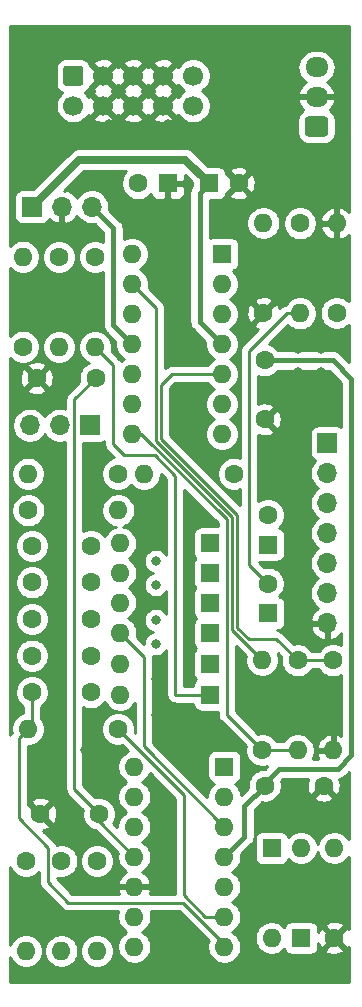
<source format=gbr>
%TF.GenerationSoftware,KiCad,Pcbnew,5.1.9+dfsg1-1~bpo10+1*%
%TF.CreationDate,2022-02-07T13:51:33+08:00*%
%TF.ProjectId,MiniVCF v1.0 - Main,4d696e69-5643-4462-9076-312e30202d20,rev?*%
%TF.SameCoordinates,Original*%
%TF.FileFunction,Copper,L1,Top*%
%TF.FilePolarity,Positive*%
%FSLAX46Y46*%
G04 Gerber Fmt 4.6, Leading zero omitted, Abs format (unit mm)*
G04 Created by KiCad (PCBNEW 5.1.9+dfsg1-1~bpo10+1) date 2022-02-07 13:51:33*
%MOMM*%
%LPD*%
G01*
G04 APERTURE LIST*
%TA.AperFunction,ComponentPad*%
%ADD10R,1.600000X1.600000*%
%TD*%
%TA.AperFunction,ComponentPad*%
%ADD11O,1.600000X1.600000*%
%TD*%
%TA.AperFunction,ComponentPad*%
%ADD12C,1.600000*%
%TD*%
%TA.AperFunction,ComponentPad*%
%ADD13O,1.950000X1.700000*%
%TD*%
%TA.AperFunction,ComponentPad*%
%ADD14C,1.700000*%
%TD*%
%TA.AperFunction,ComponentPad*%
%ADD15O,1.700000X1.700000*%
%TD*%
%TA.AperFunction,ComponentPad*%
%ADD16R,1.700000X1.700000*%
%TD*%
%TA.AperFunction,ViaPad*%
%ADD17C,0.800000*%
%TD*%
%TA.AperFunction,Conductor*%
%ADD18C,0.250000*%
%TD*%
%TA.AperFunction,Conductor*%
%ADD19C,0.650000*%
%TD*%
%TA.AperFunction,Conductor*%
%ADD20C,0.450000*%
%TD*%
%TA.AperFunction,Conductor*%
%ADD21C,0.254000*%
%TD*%
%TA.AperFunction,Conductor*%
%ADD22C,0.100000*%
%TD*%
G04 APERTURE END LIST*
D10*
%TO.P,U2,1*%
%TO.N,B_5*%
X122800000Y-116400000D03*
D11*
%TO.P,U2,8*%
%TO.N,Net-(R19-Pad2)*%
X115180000Y-131640000D03*
%TO.P,U2,2*%
%TO.N,B_5*%
X122800000Y-118940000D03*
%TO.P,U2,9*%
%TO.N,Net-(R17-Pad2)*%
X115180000Y-129100000D03*
%TO.P,U2,3*%
%TO.N,Net-(C4-Pad1)*%
X122800000Y-121480000D03*
%TO.P,U2,10*%
%TO.N,GND2*%
X115180000Y-126560000D03*
%TO.P,U2,4*%
%TO.N,+12V*%
X122800000Y-124020000D03*
%TO.P,U2,11*%
%TO.N,-12V*%
X115180000Y-124020000D03*
%TO.P,U2,5*%
%TO.N,B_6*%
X122800000Y-126560000D03*
%TO.P,U2,12*%
%TO.N,B_CLIPPING_LEDS*%
X115180000Y-121480000D03*
%TO.P,U2,6*%
%TO.N,Net-(D10-Pad2)*%
X122800000Y-129100000D03*
%TO.P,U2,13*%
%TO.N,Net-(C7-Pad1)*%
X115180000Y-118940000D03*
%TO.P,U2,7*%
%TO.N,RESO_FEEDBACK*%
X122800000Y-131640000D03*
%TO.P,U2,14*%
%TO.N,Net-(C7-Pad1)*%
X115180000Y-116400000D03*
%TD*%
D10*
%TO.P,D11,1*%
%TO.N,Net-(D10-Pad2)*%
X126800000Y-123300000D03*
D11*
%TO.P,D11,2*%
%TO.N,RESO_FEEDBACK*%
X126800000Y-130920000D03*
%TD*%
D10*
%TO.P,C1,1*%
%TO.N,B_AUDIO_IN*%
X126500000Y-103400000D03*
D12*
%TO.P,C1,2*%
%TO.N,Net-(C1-Pad2)*%
X126500000Y-100900000D03*
%TD*%
%TO.P,C7,2*%
%TO.N,B_AUDIO_OUT*%
X126500000Y-95100000D03*
D10*
%TO.P,C7,1*%
%TO.N,Net-(C7-Pad1)*%
X126500000Y-97600000D03*
%TD*%
D12*
%TO.P,C10,1*%
%TO.N,+12V*%
X126200000Y-82000000D03*
%TO.P,C10,2*%
%TO.N,GND2*%
X126200000Y-87000000D03*
%TD*%
%TO.P,C11,2*%
%TO.N,-12V*%
X111900000Y-83500000D03*
%TO.P,C11,1*%
%TO.N,GND2*%
X106900000Y-83500000D03*
%TD*%
%TO.P,R1,1*%
%TO.N,Net-(C1-Pad2)*%
X132300000Y-78000000D03*
D11*
%TO.P,R1,2*%
%TO.N,GND2*%
X132300000Y-70380000D03*
%TD*%
%TO.P,R2,2*%
%TO.N,Net-(C1-Pad2)*%
X129200000Y-78020000D03*
D12*
%TO.P,R2,1*%
%TO.N,Net-(R2-Pad1)*%
X129200000Y-70400000D03*
%TD*%
D11*
%TO.P,R3,2*%
%TO.N,Net-(R2-Pad1)*%
X126100000Y-70380000D03*
D12*
%TO.P,R3,1*%
%TO.N,GND2*%
X126100000Y-78000000D03*
%TD*%
D11*
%TO.P,R6,2*%
%TO.N,Net-(R10-Pad1)*%
X105750000Y-73230000D03*
D12*
%TO.P,R6,1*%
%TO.N,B_7*%
X105750000Y-80850000D03*
%TD*%
D11*
%TO.P,R10,2*%
%TO.N,Net-(D6-Pad1)*%
X108800000Y-80870000D03*
D12*
%TO.P,R10,1*%
%TO.N,Net-(R10-Pad1)*%
X108800000Y-73250000D03*
%TD*%
%TO.P,R12,1*%
%TO.N,Net-(R12-Pad1)*%
X111850000Y-73250000D03*
D11*
%TO.P,R12,2*%
%TO.N,Net-(D6-Pad1)*%
X111850000Y-80870000D03*
%TD*%
%TO.P,U1,14*%
%TO.N,Net-(R12-Pad1)*%
X114980000Y-73000000D03*
%TO.P,U1,7*%
%TO.N,Net-(R11-Pad1)*%
X122600000Y-88240000D03*
%TO.P,U1,13*%
%TO.N,Net-(R10-Pad1)*%
X114980000Y-75540000D03*
%TO.P,U1,6*%
%TO.N,Net-(R4-Pad1)*%
X122600000Y-85700000D03*
%TO.P,U1,12*%
%TO.N,GND2*%
X114980000Y-78080000D03*
%TO.P,U1,5*%
%TO.N,Net-(R5-Pad1)*%
X122600000Y-83160000D03*
%TO.P,U1,11*%
%TO.N,-12V*%
X114980000Y-80620000D03*
%TO.P,U1,4*%
%TO.N,+12V*%
X122600000Y-80620000D03*
%TO.P,U1,10*%
%TO.N,B_CV_IN*%
X114980000Y-83160000D03*
%TO.P,U1,3*%
%TO.N,Net-(R2-Pad1)*%
X122600000Y-78080000D03*
%TO.P,U1,9*%
%TO.N,Net-(R5-Pad2)*%
X114980000Y-85700000D03*
%TO.P,U1,2*%
%TO.N,B_8*%
X122600000Y-75540000D03*
%TO.P,U1,8*%
%TO.N,Net-(R5-Pad2)*%
X114980000Y-88240000D03*
D10*
%TO.P,U1,1*%
%TO.N,B_8*%
X122600000Y-73000000D03*
%TD*%
D12*
%TO.P,C8,2*%
%TO.N,GND2*%
X124000000Y-67000000D03*
D10*
%TO.P,C8,1*%
%TO.N,+12V*%
X121500000Y-67000000D03*
%TD*%
%TO.P,C9,1*%
%TO.N,GND2*%
X118000000Y-67000000D03*
D12*
%TO.P,C9,2*%
%TO.N,-12V*%
X115500000Y-67000000D03*
%TD*%
%TO.P,J1,1*%
%TO.N,+12V*%
%TA.AperFunction,ComponentPad*%
G36*
G01*
X131325000Y-63050000D02*
X129875000Y-63050000D01*
G75*
G02*
X129625000Y-62800000I0J250000D01*
G01*
X129625000Y-61600000D01*
G75*
G02*
X129875000Y-61350000I250000J0D01*
G01*
X131325000Y-61350000D01*
G75*
G02*
X131575000Y-61600000I0J-250000D01*
G01*
X131575000Y-62800000D01*
G75*
G02*
X131325000Y-63050000I-250000J0D01*
G01*
G37*
%TD.AperFunction*%
D13*
%TO.P,J1,2*%
%TO.N,GND2*%
X130600000Y-59700000D03*
%TO.P,J1,3*%
%TO.N,-12V*%
X130600000Y-57200000D03*
%TD*%
%TO.P,J2,1*%
%TO.N,-12V*%
%TA.AperFunction,ComponentPad*%
G36*
G01*
X109400000Y-57050000D02*
X110600000Y-57050000D01*
G75*
G02*
X110850000Y-57300000I0J-250000D01*
G01*
X110850000Y-58500000D01*
G75*
G02*
X110600000Y-58750000I-250000J0D01*
G01*
X109400000Y-58750000D01*
G75*
G02*
X109150000Y-58500000I0J250000D01*
G01*
X109150000Y-57300000D01*
G75*
G02*
X109400000Y-57050000I250000J0D01*
G01*
G37*
%TD.AperFunction*%
D14*
%TO.P,J2,3*%
%TO.N,GND2*%
X112540000Y-57900000D03*
%TO.P,J2,5*%
X115080000Y-57900000D03*
%TO.P,J2,7*%
X117620000Y-57900000D03*
%TO.P,J2,9*%
%TO.N,+12V*%
X120160000Y-57900000D03*
%TO.P,J2,2*%
%TO.N,-12V*%
X110000000Y-60440000D03*
%TO.P,J2,4*%
%TO.N,GND2*%
X112540000Y-60440000D03*
%TO.P,J2,6*%
X115080000Y-60440000D03*
%TO.P,J2,8*%
X117620000Y-60440000D03*
%TO.P,J2,10*%
%TO.N,+12V*%
X120160000Y-60440000D03*
%TD*%
D15*
%TO.P,J7,3*%
%TO.N,-12V*%
X111580000Y-69000000D03*
%TO.P,J7,2*%
%TO.N,GND2*%
X109040000Y-69000000D03*
D16*
%TO.P,J7,1*%
%TO.N,+12V*%
X106500000Y-69000000D03*
%TD*%
%TO.P,J8,1*%
%TO.N,B_AUDIO_OUT*%
X131500000Y-89000000D03*
D15*
%TO.P,J8,2*%
%TO.N,B_CLIPPING_LEDS*%
X131500000Y-91540000D03*
%TO.P,J8,3*%
%TO.N,B_CV_IN*%
X131500000Y-94080000D03*
%TO.P,J8,4*%
%TO.N,B_6*%
X131500000Y-96620000D03*
%TO.P,J8,5*%
%TO.N,B_5*%
X131500000Y-99160000D03*
%TO.P,J8,6*%
%TO.N,B_AUDIO_IN*%
X131500000Y-101700000D03*
%TO.P,J8,7*%
%TO.N,GND2*%
X131500000Y-104240000D03*
%TD*%
D16*
%TO.P,J12,1*%
%TO.N,B_8*%
X111400000Y-87500000D03*
D15*
%TO.P,J12,2*%
%TO.N,B_7*%
X108860000Y-87500000D03*
%TO.P,J12,3*%
%TO.N,B_9*%
X106320000Y-87500000D03*
%TD*%
D12*
%TO.P,C2,1*%
%TO.N,Net-(C2-Pad1)*%
X111500000Y-97700000D03*
%TO.P,C2,2*%
%TO.N,RESO_FEEDBACK*%
X106500000Y-97700000D03*
%TD*%
%TO.P,C3,2*%
%TO.N,B_9*%
X106500000Y-100800000D03*
%TO.P,C3,1*%
%TO.N,Net-(C3-Pad1)*%
X111500000Y-100800000D03*
%TD*%
%TO.P,C4,2*%
%TO.N,B_9*%
X106500000Y-103900000D03*
%TO.P,C4,1*%
%TO.N,Net-(C4-Pad1)*%
X111500000Y-103900000D03*
%TD*%
%TO.P,C5,1*%
%TO.N,Net-(C5-Pad1)*%
X111500000Y-107000000D03*
%TO.P,C5,2*%
%TO.N,B_9*%
X106500000Y-107000000D03*
%TD*%
%TO.P,C6,2*%
%TO.N,RESO_FEEDBACK*%
X106500000Y-110100000D03*
%TO.P,C6,1*%
%TO.N,Net-(C6-Pad1)*%
X111500000Y-110100000D03*
%TD*%
%TO.P,C12,1*%
%TO.N,+12V*%
X126200000Y-118000000D03*
%TO.P,C12,2*%
%TO.N,GND2*%
X131200000Y-118000000D03*
%TD*%
%TO.P,C13,2*%
%TO.N,-12V*%
X112200000Y-120400000D03*
%TO.P,C13,1*%
%TO.N,GND2*%
X107200000Y-120400000D03*
%TD*%
D11*
%TO.P,D1,2*%
%TO.N,Net-(D1-Pad2)*%
X113980000Y-97500000D03*
D10*
%TO.P,D1,1*%
%TO.N,Net-(C2-Pad1)*%
X121600000Y-97500000D03*
%TD*%
%TO.P,D2,1*%
%TO.N,Net-(C3-Pad1)*%
X121600000Y-100000000D03*
D11*
%TO.P,D2,2*%
%TO.N,Net-(C2-Pad1)*%
X113980000Y-100000000D03*
%TD*%
%TO.P,D3,2*%
%TO.N,Net-(C3-Pad1)*%
X113980000Y-102500000D03*
D10*
%TO.P,D3,1*%
%TO.N,Net-(C4-Pad1)*%
X121600000Y-102500000D03*
%TD*%
D11*
%TO.P,D4,2*%
%TO.N,Net-(C4-Pad1)*%
X114000000Y-105100000D03*
D10*
%TO.P,D4,1*%
%TO.N,Net-(C5-Pad1)*%
X121620000Y-105100000D03*
%TD*%
%TO.P,D5,1*%
%TO.N,Net-(C6-Pad1)*%
X121600000Y-107700000D03*
D11*
%TO.P,D5,2*%
%TO.N,Net-(C5-Pad1)*%
X113980000Y-107700000D03*
%TD*%
%TO.P,D6,2*%
%TO.N,Net-(C6-Pad1)*%
X113980000Y-110300000D03*
D10*
%TO.P,D6,1*%
%TO.N,Net-(D6-Pad1)*%
X121600000Y-110300000D03*
%TD*%
%TO.P,D10,1*%
%TO.N,RESO_FEEDBACK*%
X129300000Y-130900000D03*
D11*
%TO.P,D10,2*%
%TO.N,Net-(D10-Pad2)*%
X129300000Y-123280000D03*
%TD*%
%TO.P,R4,2*%
%TO.N,B_7*%
X106180000Y-91600000D03*
D12*
%TO.P,R4,1*%
%TO.N,Net-(R4-Pad1)*%
X113800000Y-91600000D03*
%TD*%
%TO.P,R5,1*%
%TO.N,Net-(R5-Pad1)*%
X129000000Y-107400000D03*
D11*
%TO.P,R5,2*%
%TO.N,Net-(R5-Pad2)*%
X129000000Y-115020000D03*
%TD*%
%TO.P,R7,2*%
%TO.N,Net-(R10-Pad1)*%
X126000000Y-107380000D03*
D12*
%TO.P,R7,1*%
%TO.N,Net-(R5-Pad2)*%
X126000000Y-115000000D03*
%TD*%
%TO.P,R8,1*%
%TO.N,Net-(R5-Pad1)*%
X132000000Y-107400000D03*
D11*
%TO.P,R8,2*%
%TO.N,GND2*%
X132000000Y-115020000D03*
%TD*%
%TO.P,R9,2*%
%TO.N,Net-(R4-Pad1)*%
X113820000Y-94700000D03*
D12*
%TO.P,R9,1*%
%TO.N,Net-(D1-Pad2)*%
X106200000Y-94700000D03*
%TD*%
%TO.P,R11,1*%
%TO.N,Net-(R11-Pad1)*%
X123600000Y-91600000D03*
D11*
%TO.P,R11,2*%
%TO.N,Net-(D1-Pad2)*%
X115980000Y-91600000D03*
%TD*%
%TO.P,R16,2*%
%TO.N,Net-(D10-Pad2)*%
X132100000Y-123280000D03*
D12*
%TO.P,R16,1*%
%TO.N,GND2*%
X132100000Y-130900000D03*
%TD*%
D11*
%TO.P,R17,2*%
%TO.N,Net-(R17-Pad2)*%
X112000000Y-132020000D03*
D12*
%TO.P,R17,1*%
%TO.N,B_5*%
X112000000Y-124400000D03*
%TD*%
%TO.P,R18,1*%
%TO.N,Net-(D10-Pad2)*%
X113800000Y-113200000D03*
D11*
%TO.P,R18,2*%
%TO.N,RESO_FEEDBACK*%
X106180000Y-113200000D03*
%TD*%
D12*
%TO.P,R19,1*%
%TO.N,Net-(R17-Pad2)*%
X106000000Y-124400000D03*
D11*
%TO.P,R19,2*%
%TO.N,Net-(R19-Pad2)*%
X106000000Y-132020000D03*
%TD*%
%TO.P,R21,2*%
%TO.N,Net-(R19-Pad2)*%
X109000000Y-132020000D03*
D12*
%TO.P,R21,1*%
%TO.N,B_CLIPPING_LEDS*%
X109000000Y-124400000D03*
%TD*%
D17*
%TO.N,*%
X117000000Y-99000000D03*
X117000000Y-101000000D03*
X117000000Y-104000000D03*
X117000000Y-106000000D03*
%TO.N,GND2*%
X132000000Y-73000000D03*
X130000000Y-75000000D03*
X128000000Y-74000000D03*
X127000000Y-76000000D03*
X129000000Y-80000000D03*
X131000000Y-81000000D03*
X128000000Y-89000000D03*
X126000000Y-91000000D03*
X120000000Y-81000000D03*
X119000000Y-86000000D03*
X118000000Y-76000000D03*
X119000000Y-77000000D03*
X119000000Y-74000000D03*
X117000000Y-73000000D03*
X129000000Y-81000000D03*
X132000000Y-80000000D03*
X133000000Y-81000000D03*
X129000000Y-95000000D03*
X129000000Y-98000000D03*
X131000000Y-83000000D03*
X129000000Y-83000000D03*
X132000000Y-86000000D03*
X130000000Y-86000000D03*
X128000000Y-86000000D03*
X132000000Y-75000000D03*
X133000000Y-67000000D03*
X131000000Y-66000000D03*
X130000000Y-68000000D03*
X128000000Y-67000000D03*
X126000000Y-68000000D03*
X108000000Y-56000000D03*
X107000000Y-57000000D03*
X105000000Y-60000000D03*
X108000000Y-59000000D03*
X107000000Y-63000000D03*
X113000000Y-62000000D03*
X115000000Y-63000000D03*
X117000000Y-63000000D03*
X118000000Y-62000000D03*
X120000000Y-63000000D03*
X107000000Y-65000000D03*
X123000000Y-60000000D03*
X124000000Y-60000000D03*
X127000000Y-63000000D03*
X124000000Y-63000000D03*
X117000000Y-94000000D03*
X117000000Y-96000000D03*
X117000000Y-109000000D03*
X117000000Y-112000000D03*
X119000000Y-112500000D03*
X117500000Y-113500000D03*
X121000000Y-112500000D03*
X111000000Y-115000000D03*
X111500000Y-116000000D03*
X108000000Y-115000000D03*
X109000000Y-116500000D03*
X107500000Y-117500000D03*
X106500000Y-116000000D03*
X108500000Y-111500000D03*
X109000000Y-113000000D03*
X109000000Y-107000000D03*
X109000000Y-100500000D03*
X109000000Y-103000000D03*
X109000000Y-97500000D03*
X108000000Y-96000000D03*
X108000000Y-93500000D03*
X109000000Y-91000000D03*
X111500000Y-93000000D03*
X112000000Y-90000000D03*
X111500000Y-91500000D03*
X120500000Y-94500000D03*
X128000000Y-121000000D03*
X130000000Y-120500000D03*
X127500000Y-126500000D03*
X126500000Y-127500000D03*
X117500000Y-120500000D03*
X117500000Y-123000000D03*
X117500000Y-125500000D03*
X132000000Y-121000000D03*
X126500000Y-121000000D03*
X128500000Y-118000000D03*
X126000000Y-109500000D03*
X126000000Y-111000000D03*
X128500000Y-111500000D03*
X128500000Y-113000000D03*
X131000000Y-111500000D03*
X132000000Y-110500000D03*
X117400000Y-129500000D03*
X118700000Y-130500000D03*
X118300000Y-132300000D03*
X120100000Y-132700000D03*
%TD*%
D18*
%TO.N,Net-(C1-Pad2)*%
X124900000Y-99300000D02*
X126500000Y-100900000D01*
X124900000Y-81188630D02*
X124900000Y-99300000D01*
X129200000Y-78020000D02*
X128068630Y-78020000D01*
X128068630Y-78020000D02*
X124900000Y-81188630D01*
%TO.N,RESO_FEEDBACK*%
X105380001Y-120780001D02*
X105380001Y-113999999D01*
X105380001Y-113999999D02*
X106180000Y-113200000D01*
X122800000Y-131400000D02*
X119300000Y-127900000D01*
X119300000Y-127900000D02*
X109600000Y-127900000D01*
X109600000Y-127900000D02*
X107874999Y-126174999D01*
X107874999Y-126174999D02*
X107874999Y-123274999D01*
X122800000Y-131640000D02*
X122800000Y-131400000D01*
X107874999Y-123274999D02*
X105380001Y-120780001D01*
X106500000Y-112880000D02*
X106180000Y-113200000D01*
X106500000Y-110100000D02*
X106500000Y-112880000D01*
%TO.N,Net-(C4-Pad1)*%
X116000000Y-107100000D02*
X114000000Y-105100000D01*
X122800000Y-121480000D02*
X116000000Y-114680000D01*
X116000000Y-114680000D02*
X116000000Y-107100000D01*
D19*
%TO.N,+12V*%
X110500000Y-65000000D02*
X106500000Y-69000000D01*
X121500000Y-67000000D02*
X119500000Y-65000000D01*
X119500000Y-65000000D02*
X110500000Y-65000000D01*
D20*
X120700000Y-78720000D02*
X122600000Y-80620000D01*
X121500000Y-67000000D02*
X120700000Y-67800000D01*
X120700000Y-67800000D02*
X120700000Y-78720000D01*
X127425001Y-116574999D02*
X126200000Y-117800000D01*
X132425001Y-116574999D02*
X127425001Y-116574999D01*
X133549990Y-115450010D02*
X132425001Y-116574999D01*
X133549990Y-83549990D02*
X133549990Y-115450010D01*
X126200000Y-82000000D02*
X132000000Y-82000000D01*
X132000000Y-82000000D02*
X133549990Y-83549990D01*
X126200000Y-118000000D02*
X124500000Y-119700000D01*
X124500000Y-122320000D02*
X122800000Y-124020000D01*
X124500000Y-119700000D02*
X124500000Y-122320000D01*
%TO.N,-12V*%
X113400000Y-79040000D02*
X114980000Y-80620000D01*
X111580000Y-69000000D02*
X113400000Y-70820000D01*
X113400000Y-70820000D02*
X113400000Y-79040000D01*
D18*
X112200000Y-121040000D02*
X112200000Y-120400000D01*
X115180000Y-124020000D02*
X112200000Y-121040000D01*
X110100000Y-118300000D02*
X112200000Y-120400000D01*
X111900000Y-83500000D02*
X110100000Y-85300000D01*
X110100000Y-85300000D02*
X110100000Y-118300000D01*
%TO.N,Net-(D6-Pad1)*%
X118650010Y-110300000D02*
X118650010Y-91750010D01*
X118650010Y-91750010D02*
X116900000Y-90000000D01*
X113400000Y-82420000D02*
X111850000Y-80870000D01*
X116900000Y-90000000D02*
X114300000Y-90000000D01*
X114300000Y-90000000D02*
X113400000Y-89100000D01*
X121600000Y-110300000D02*
X118650010Y-110300000D01*
X113400000Y-89100000D02*
X113400000Y-82420000D01*
%TO.N,Net-(D10-Pad2)*%
X119400000Y-127300000D02*
X119400000Y-118800000D01*
X122800000Y-129100000D02*
X121200000Y-129100000D01*
X119400000Y-118800000D02*
X113800000Y-113200000D01*
X121200000Y-129100000D02*
X119400000Y-127300000D01*
%TO.N,Net-(R5-Pad1)*%
X132000000Y-107400000D02*
X129000000Y-107400000D01*
X118340000Y-83160000D02*
X122600000Y-83160000D01*
X117450010Y-84049990D02*
X118340000Y-83160000D01*
X127200000Y-105600000D02*
X124856410Y-105600000D01*
X124856410Y-105600000D02*
X123900019Y-104643609D01*
X129000000Y-107400000D02*
X127200000Y-105600000D01*
X123900019Y-104643609D02*
X123900018Y-95090790D01*
X123900018Y-95090790D02*
X117450010Y-88640782D01*
X117450010Y-88640782D02*
X117450010Y-84049990D01*
%TO.N,Net-(R5-Pad2)*%
X126020000Y-115020000D02*
X126000000Y-115000000D01*
X129000000Y-115020000D02*
X126020000Y-115020000D01*
X123000000Y-112000000D02*
X126000000Y-115000000D01*
X114980000Y-88240000D02*
X115776410Y-88240000D01*
X123000000Y-95463590D02*
X123000000Y-112000000D01*
X115776410Y-88240000D02*
X123000000Y-95463590D01*
%TO.N,Net-(R10-Pad1)*%
X117000000Y-77560000D02*
X114980000Y-75540000D01*
X117000000Y-88827180D02*
X117000000Y-77560000D01*
X123450009Y-95277189D02*
X117000000Y-88827180D01*
X126000000Y-107380000D02*
X123450010Y-104830010D01*
X123450010Y-104830010D02*
X123450009Y-95277189D01*
%TD*%
D21*
%TO.N,GND2*%
X133340000Y-122552861D02*
X133214637Y-122365241D01*
X133014759Y-122165363D01*
X132779727Y-122008320D01*
X132518574Y-121900147D01*
X132241335Y-121845000D01*
X131958665Y-121845000D01*
X131681426Y-121900147D01*
X131420273Y-122008320D01*
X131185241Y-122165363D01*
X130985363Y-122365241D01*
X130828320Y-122600273D01*
X130720147Y-122861426D01*
X130700000Y-122962710D01*
X130679853Y-122861426D01*
X130571680Y-122600273D01*
X130414637Y-122365241D01*
X130214759Y-122165363D01*
X129979727Y-122008320D01*
X129718574Y-121900147D01*
X129441335Y-121845000D01*
X129158665Y-121845000D01*
X128881426Y-121900147D01*
X128620273Y-122008320D01*
X128385241Y-122165363D01*
X128214006Y-122336598D01*
X128189502Y-122255820D01*
X128130537Y-122145506D01*
X128051185Y-122048815D01*
X127954494Y-121969463D01*
X127844180Y-121910498D01*
X127724482Y-121874188D01*
X127600000Y-121861928D01*
X126000000Y-121861928D01*
X125875518Y-121874188D01*
X125755820Y-121910498D01*
X125645506Y-121969463D01*
X125548815Y-122048815D01*
X125469463Y-122145506D01*
X125410498Y-122255820D01*
X125374188Y-122375518D01*
X125361928Y-122500000D01*
X125361928Y-124100000D01*
X125374188Y-124224482D01*
X125410498Y-124344180D01*
X125469463Y-124454494D01*
X125548815Y-124551185D01*
X125645506Y-124630537D01*
X125755820Y-124689502D01*
X125875518Y-124725812D01*
X126000000Y-124738072D01*
X127600000Y-124738072D01*
X127724482Y-124725812D01*
X127844180Y-124689502D01*
X127954494Y-124630537D01*
X128051185Y-124551185D01*
X128130537Y-124454494D01*
X128189502Y-124344180D01*
X128223316Y-124232712D01*
X128385241Y-124394637D01*
X128620273Y-124551680D01*
X128881426Y-124659853D01*
X129158665Y-124715000D01*
X129441335Y-124715000D01*
X129718574Y-124659853D01*
X129979727Y-124551680D01*
X130214759Y-124394637D01*
X130414637Y-124194759D01*
X130571680Y-123959727D01*
X130679853Y-123698574D01*
X130700000Y-123597290D01*
X130720147Y-123698574D01*
X130828320Y-123959727D01*
X130985363Y-124194759D01*
X131185241Y-124394637D01*
X131420273Y-124551680D01*
X131681426Y-124659853D01*
X131958665Y-124715000D01*
X132241335Y-124715000D01*
X132518574Y-124659853D01*
X132779727Y-124551680D01*
X133014759Y-124394637D01*
X133214637Y-124194759D01*
X133340000Y-124007139D01*
X133340000Y-130164714D01*
X133336671Y-130158486D01*
X133092702Y-130086903D01*
X132279605Y-130900000D01*
X133092702Y-131713097D01*
X133336671Y-131641514D01*
X133340000Y-131634478D01*
X133340000Y-134590000D01*
X104660000Y-134590000D01*
X104660000Y-132534788D01*
X104728320Y-132699727D01*
X104885363Y-132934759D01*
X105085241Y-133134637D01*
X105320273Y-133291680D01*
X105581426Y-133399853D01*
X105858665Y-133455000D01*
X106141335Y-133455000D01*
X106418574Y-133399853D01*
X106679727Y-133291680D01*
X106914759Y-133134637D01*
X107114637Y-132934759D01*
X107271680Y-132699727D01*
X107379853Y-132438574D01*
X107435000Y-132161335D01*
X107435000Y-131878665D01*
X107565000Y-131878665D01*
X107565000Y-132161335D01*
X107620147Y-132438574D01*
X107728320Y-132699727D01*
X107885363Y-132934759D01*
X108085241Y-133134637D01*
X108320273Y-133291680D01*
X108581426Y-133399853D01*
X108858665Y-133455000D01*
X109141335Y-133455000D01*
X109418574Y-133399853D01*
X109679727Y-133291680D01*
X109914759Y-133134637D01*
X110114637Y-132934759D01*
X110271680Y-132699727D01*
X110379853Y-132438574D01*
X110435000Y-132161335D01*
X110435000Y-131878665D01*
X110565000Y-131878665D01*
X110565000Y-132161335D01*
X110620147Y-132438574D01*
X110728320Y-132699727D01*
X110885363Y-132934759D01*
X111085241Y-133134637D01*
X111320273Y-133291680D01*
X111581426Y-133399853D01*
X111858665Y-133455000D01*
X112141335Y-133455000D01*
X112418574Y-133399853D01*
X112679727Y-133291680D01*
X112914759Y-133134637D01*
X113114637Y-132934759D01*
X113271680Y-132699727D01*
X113379853Y-132438574D01*
X113435000Y-132161335D01*
X113435000Y-131878665D01*
X113379853Y-131601426D01*
X113271680Y-131340273D01*
X113114637Y-131105241D01*
X112914759Y-130905363D01*
X112679727Y-130748320D01*
X112418574Y-130640147D01*
X112141335Y-130585000D01*
X111858665Y-130585000D01*
X111581426Y-130640147D01*
X111320273Y-130748320D01*
X111085241Y-130905363D01*
X110885363Y-131105241D01*
X110728320Y-131340273D01*
X110620147Y-131601426D01*
X110565000Y-131878665D01*
X110435000Y-131878665D01*
X110379853Y-131601426D01*
X110271680Y-131340273D01*
X110114637Y-131105241D01*
X109914759Y-130905363D01*
X109679727Y-130748320D01*
X109418574Y-130640147D01*
X109141335Y-130585000D01*
X108858665Y-130585000D01*
X108581426Y-130640147D01*
X108320273Y-130748320D01*
X108085241Y-130905363D01*
X107885363Y-131105241D01*
X107728320Y-131340273D01*
X107620147Y-131601426D01*
X107565000Y-131878665D01*
X107435000Y-131878665D01*
X107379853Y-131601426D01*
X107271680Y-131340273D01*
X107114637Y-131105241D01*
X106914759Y-130905363D01*
X106679727Y-130748320D01*
X106418574Y-130640147D01*
X106141335Y-130585000D01*
X105858665Y-130585000D01*
X105581426Y-130640147D01*
X105320273Y-130748320D01*
X105085241Y-130905363D01*
X104885363Y-131105241D01*
X104728320Y-131340273D01*
X104660000Y-131505212D01*
X104660000Y-124914788D01*
X104728320Y-125079727D01*
X104885363Y-125314759D01*
X105085241Y-125514637D01*
X105320273Y-125671680D01*
X105581426Y-125779853D01*
X105858665Y-125835000D01*
X106141335Y-125835000D01*
X106418574Y-125779853D01*
X106679727Y-125671680D01*
X106914759Y-125514637D01*
X107114637Y-125314759D01*
X107114999Y-125314217D01*
X107114999Y-126137676D01*
X107111323Y-126174999D01*
X107114999Y-126212321D01*
X107114999Y-126212331D01*
X107125996Y-126323984D01*
X107154717Y-126418665D01*
X107169453Y-126467245D01*
X107240025Y-126599275D01*
X107279870Y-126647825D01*
X107334998Y-126715000D01*
X107364002Y-126738803D01*
X109036200Y-128411002D01*
X109059999Y-128440001D01*
X109175724Y-128534974D01*
X109307753Y-128605546D01*
X109451014Y-128649003D01*
X109562667Y-128660000D01*
X109562677Y-128660000D01*
X109600000Y-128663676D01*
X109637323Y-128660000D01*
X113809022Y-128660000D01*
X113800147Y-128681426D01*
X113745000Y-128958665D01*
X113745000Y-129241335D01*
X113800147Y-129518574D01*
X113908320Y-129779727D01*
X114065363Y-130014759D01*
X114265241Y-130214637D01*
X114497759Y-130370000D01*
X114265241Y-130525363D01*
X114065363Y-130725241D01*
X113908320Y-130960273D01*
X113800147Y-131221426D01*
X113745000Y-131498665D01*
X113745000Y-131781335D01*
X113800147Y-132058574D01*
X113908320Y-132319727D01*
X114065363Y-132554759D01*
X114265241Y-132754637D01*
X114500273Y-132911680D01*
X114761426Y-133019853D01*
X115038665Y-133075000D01*
X115321335Y-133075000D01*
X115598574Y-133019853D01*
X115859727Y-132911680D01*
X116094759Y-132754637D01*
X116294637Y-132554759D01*
X116451680Y-132319727D01*
X116559853Y-132058574D01*
X116615000Y-131781335D01*
X116615000Y-131498665D01*
X116559853Y-131221426D01*
X116451680Y-130960273D01*
X116294637Y-130725241D01*
X116094759Y-130525363D01*
X115862241Y-130370000D01*
X116094759Y-130214637D01*
X116294637Y-130014759D01*
X116451680Y-129779727D01*
X116559853Y-129518574D01*
X116615000Y-129241335D01*
X116615000Y-128958665D01*
X116559853Y-128681426D01*
X116550978Y-128660000D01*
X118985199Y-128660000D01*
X121457191Y-131131994D01*
X121420147Y-131221426D01*
X121365000Y-131498665D01*
X121365000Y-131781335D01*
X121420147Y-132058574D01*
X121528320Y-132319727D01*
X121685363Y-132554759D01*
X121885241Y-132754637D01*
X122120273Y-132911680D01*
X122381426Y-133019853D01*
X122658665Y-133075000D01*
X122941335Y-133075000D01*
X123218574Y-133019853D01*
X123479727Y-132911680D01*
X123714759Y-132754637D01*
X123914637Y-132554759D01*
X124071680Y-132319727D01*
X124179853Y-132058574D01*
X124235000Y-131781335D01*
X124235000Y-131498665D01*
X124179853Y-131221426D01*
X124071680Y-130960273D01*
X123950334Y-130778665D01*
X125365000Y-130778665D01*
X125365000Y-131061335D01*
X125420147Y-131338574D01*
X125528320Y-131599727D01*
X125685363Y-131834759D01*
X125885241Y-132034637D01*
X126120273Y-132191680D01*
X126381426Y-132299853D01*
X126658665Y-132355000D01*
X126941335Y-132355000D01*
X127218574Y-132299853D01*
X127479727Y-132191680D01*
X127714759Y-132034637D01*
X127885994Y-131863402D01*
X127910498Y-131944180D01*
X127969463Y-132054494D01*
X128048815Y-132151185D01*
X128145506Y-132230537D01*
X128255820Y-132289502D01*
X128375518Y-132325812D01*
X128500000Y-132338072D01*
X130100000Y-132338072D01*
X130224482Y-132325812D01*
X130344180Y-132289502D01*
X130454494Y-132230537D01*
X130551185Y-132151185D01*
X130630537Y-132054494D01*
X130689502Y-131944180D01*
X130705117Y-131892702D01*
X131286903Y-131892702D01*
X131358486Y-132136671D01*
X131613996Y-132257571D01*
X131888184Y-132326300D01*
X132170512Y-132340217D01*
X132450130Y-132298787D01*
X132716292Y-132203603D01*
X132841514Y-132136671D01*
X132913097Y-131892702D01*
X132100000Y-131079605D01*
X131286903Y-131892702D01*
X130705117Y-131892702D01*
X130725812Y-131824482D01*
X130738072Y-131700000D01*
X130738072Y-131353198D01*
X130796397Y-131516292D01*
X130863329Y-131641514D01*
X131107298Y-131713097D01*
X131920395Y-130900000D01*
X131107298Y-130086903D01*
X130863329Y-130158486D01*
X130742429Y-130413996D01*
X130738072Y-130431378D01*
X130738072Y-130100000D01*
X130725812Y-129975518D01*
X130705118Y-129907298D01*
X131286903Y-129907298D01*
X132100000Y-130720395D01*
X132913097Y-129907298D01*
X132841514Y-129663329D01*
X132586004Y-129542429D01*
X132311816Y-129473700D01*
X132029488Y-129459783D01*
X131749870Y-129501213D01*
X131483708Y-129596397D01*
X131358486Y-129663329D01*
X131286903Y-129907298D01*
X130705118Y-129907298D01*
X130689502Y-129855820D01*
X130630537Y-129745506D01*
X130551185Y-129648815D01*
X130454494Y-129569463D01*
X130344180Y-129510498D01*
X130224482Y-129474188D01*
X130100000Y-129461928D01*
X128500000Y-129461928D01*
X128375518Y-129474188D01*
X128255820Y-129510498D01*
X128145506Y-129569463D01*
X128048815Y-129648815D01*
X127969463Y-129745506D01*
X127910498Y-129855820D01*
X127876684Y-129967288D01*
X127714759Y-129805363D01*
X127479727Y-129648320D01*
X127218574Y-129540147D01*
X126941335Y-129485000D01*
X126658665Y-129485000D01*
X126381426Y-129540147D01*
X126120273Y-129648320D01*
X125885241Y-129805363D01*
X125685363Y-130005241D01*
X125528320Y-130240273D01*
X125420147Y-130501426D01*
X125365000Y-130778665D01*
X123950334Y-130778665D01*
X123914637Y-130725241D01*
X123714759Y-130525363D01*
X123482241Y-130370000D01*
X123714759Y-130214637D01*
X123914637Y-130014759D01*
X124071680Y-129779727D01*
X124179853Y-129518574D01*
X124235000Y-129241335D01*
X124235000Y-128958665D01*
X124179853Y-128681426D01*
X124071680Y-128420273D01*
X123914637Y-128185241D01*
X123714759Y-127985363D01*
X123482241Y-127830000D01*
X123714759Y-127674637D01*
X123914637Y-127474759D01*
X124071680Y-127239727D01*
X124179853Y-126978574D01*
X124235000Y-126701335D01*
X124235000Y-126418665D01*
X124179853Y-126141426D01*
X124071680Y-125880273D01*
X123914637Y-125645241D01*
X123714759Y-125445363D01*
X123482241Y-125290000D01*
X123714759Y-125134637D01*
X123914637Y-124934759D01*
X124071680Y-124699727D01*
X124179853Y-124438574D01*
X124235000Y-124161335D01*
X124235000Y-123878665D01*
X124222151Y-123814072D01*
X125078241Y-122957983D01*
X125111054Y-122931054D01*
X125218524Y-122800102D01*
X125298381Y-122650700D01*
X125347556Y-122488589D01*
X125360000Y-122362246D01*
X125360000Y-122362240D01*
X125364160Y-122320001D01*
X125360000Y-122277762D01*
X125360000Y-120056223D01*
X125994072Y-119422151D01*
X126058665Y-119435000D01*
X126341335Y-119435000D01*
X126618574Y-119379853D01*
X126879727Y-119271680D01*
X127114759Y-119114637D01*
X127236694Y-118992702D01*
X130386903Y-118992702D01*
X130458486Y-119236671D01*
X130713996Y-119357571D01*
X130988184Y-119426300D01*
X131270512Y-119440217D01*
X131550130Y-119398787D01*
X131816292Y-119303603D01*
X131941514Y-119236671D01*
X132013097Y-118992702D01*
X131200000Y-118179605D01*
X130386903Y-118992702D01*
X127236694Y-118992702D01*
X127314637Y-118914759D01*
X127471680Y-118679727D01*
X127579853Y-118418574D01*
X127635000Y-118141335D01*
X127635000Y-117858665D01*
X127588969Y-117627255D01*
X127781225Y-117434999D01*
X129879808Y-117434999D01*
X129842429Y-117513996D01*
X129773700Y-117788184D01*
X129759783Y-118070512D01*
X129801213Y-118350130D01*
X129896397Y-118616292D01*
X129963329Y-118741514D01*
X130207298Y-118813097D01*
X131020395Y-118000000D01*
X131006253Y-117985858D01*
X131185858Y-117806253D01*
X131200000Y-117820395D01*
X131214143Y-117806253D01*
X131393748Y-117985858D01*
X131379605Y-118000000D01*
X132192702Y-118813097D01*
X132436671Y-118741514D01*
X132557571Y-118486004D01*
X132626300Y-118211816D01*
X132640217Y-117929488D01*
X132598787Y-117649870D01*
X132520084Y-117429795D01*
X132593590Y-117422555D01*
X132755701Y-117373380D01*
X132905103Y-117293523D01*
X133036055Y-117186053D01*
X133062989Y-117153234D01*
X133340000Y-116876223D01*
X133340000Y-122552861D01*
%TA.AperFunction,Conductor*%
D22*
G36*
X133340000Y-122552861D02*
G01*
X133214637Y-122365241D01*
X133014759Y-122165363D01*
X132779727Y-122008320D01*
X132518574Y-121900147D01*
X132241335Y-121845000D01*
X131958665Y-121845000D01*
X131681426Y-121900147D01*
X131420273Y-122008320D01*
X131185241Y-122165363D01*
X130985363Y-122365241D01*
X130828320Y-122600273D01*
X130720147Y-122861426D01*
X130700000Y-122962710D01*
X130679853Y-122861426D01*
X130571680Y-122600273D01*
X130414637Y-122365241D01*
X130214759Y-122165363D01*
X129979727Y-122008320D01*
X129718574Y-121900147D01*
X129441335Y-121845000D01*
X129158665Y-121845000D01*
X128881426Y-121900147D01*
X128620273Y-122008320D01*
X128385241Y-122165363D01*
X128214006Y-122336598D01*
X128189502Y-122255820D01*
X128130537Y-122145506D01*
X128051185Y-122048815D01*
X127954494Y-121969463D01*
X127844180Y-121910498D01*
X127724482Y-121874188D01*
X127600000Y-121861928D01*
X126000000Y-121861928D01*
X125875518Y-121874188D01*
X125755820Y-121910498D01*
X125645506Y-121969463D01*
X125548815Y-122048815D01*
X125469463Y-122145506D01*
X125410498Y-122255820D01*
X125374188Y-122375518D01*
X125361928Y-122500000D01*
X125361928Y-124100000D01*
X125374188Y-124224482D01*
X125410498Y-124344180D01*
X125469463Y-124454494D01*
X125548815Y-124551185D01*
X125645506Y-124630537D01*
X125755820Y-124689502D01*
X125875518Y-124725812D01*
X126000000Y-124738072D01*
X127600000Y-124738072D01*
X127724482Y-124725812D01*
X127844180Y-124689502D01*
X127954494Y-124630537D01*
X128051185Y-124551185D01*
X128130537Y-124454494D01*
X128189502Y-124344180D01*
X128223316Y-124232712D01*
X128385241Y-124394637D01*
X128620273Y-124551680D01*
X128881426Y-124659853D01*
X129158665Y-124715000D01*
X129441335Y-124715000D01*
X129718574Y-124659853D01*
X129979727Y-124551680D01*
X130214759Y-124394637D01*
X130414637Y-124194759D01*
X130571680Y-123959727D01*
X130679853Y-123698574D01*
X130700000Y-123597290D01*
X130720147Y-123698574D01*
X130828320Y-123959727D01*
X130985363Y-124194759D01*
X131185241Y-124394637D01*
X131420273Y-124551680D01*
X131681426Y-124659853D01*
X131958665Y-124715000D01*
X132241335Y-124715000D01*
X132518574Y-124659853D01*
X132779727Y-124551680D01*
X133014759Y-124394637D01*
X133214637Y-124194759D01*
X133340000Y-124007139D01*
X133340000Y-130164714D01*
X133336671Y-130158486D01*
X133092702Y-130086903D01*
X132279605Y-130900000D01*
X133092702Y-131713097D01*
X133336671Y-131641514D01*
X133340000Y-131634478D01*
X133340000Y-134590000D01*
X104660000Y-134590000D01*
X104660000Y-132534788D01*
X104728320Y-132699727D01*
X104885363Y-132934759D01*
X105085241Y-133134637D01*
X105320273Y-133291680D01*
X105581426Y-133399853D01*
X105858665Y-133455000D01*
X106141335Y-133455000D01*
X106418574Y-133399853D01*
X106679727Y-133291680D01*
X106914759Y-133134637D01*
X107114637Y-132934759D01*
X107271680Y-132699727D01*
X107379853Y-132438574D01*
X107435000Y-132161335D01*
X107435000Y-131878665D01*
X107565000Y-131878665D01*
X107565000Y-132161335D01*
X107620147Y-132438574D01*
X107728320Y-132699727D01*
X107885363Y-132934759D01*
X108085241Y-133134637D01*
X108320273Y-133291680D01*
X108581426Y-133399853D01*
X108858665Y-133455000D01*
X109141335Y-133455000D01*
X109418574Y-133399853D01*
X109679727Y-133291680D01*
X109914759Y-133134637D01*
X110114637Y-132934759D01*
X110271680Y-132699727D01*
X110379853Y-132438574D01*
X110435000Y-132161335D01*
X110435000Y-131878665D01*
X110565000Y-131878665D01*
X110565000Y-132161335D01*
X110620147Y-132438574D01*
X110728320Y-132699727D01*
X110885363Y-132934759D01*
X111085241Y-133134637D01*
X111320273Y-133291680D01*
X111581426Y-133399853D01*
X111858665Y-133455000D01*
X112141335Y-133455000D01*
X112418574Y-133399853D01*
X112679727Y-133291680D01*
X112914759Y-133134637D01*
X113114637Y-132934759D01*
X113271680Y-132699727D01*
X113379853Y-132438574D01*
X113435000Y-132161335D01*
X113435000Y-131878665D01*
X113379853Y-131601426D01*
X113271680Y-131340273D01*
X113114637Y-131105241D01*
X112914759Y-130905363D01*
X112679727Y-130748320D01*
X112418574Y-130640147D01*
X112141335Y-130585000D01*
X111858665Y-130585000D01*
X111581426Y-130640147D01*
X111320273Y-130748320D01*
X111085241Y-130905363D01*
X110885363Y-131105241D01*
X110728320Y-131340273D01*
X110620147Y-131601426D01*
X110565000Y-131878665D01*
X110435000Y-131878665D01*
X110379853Y-131601426D01*
X110271680Y-131340273D01*
X110114637Y-131105241D01*
X109914759Y-130905363D01*
X109679727Y-130748320D01*
X109418574Y-130640147D01*
X109141335Y-130585000D01*
X108858665Y-130585000D01*
X108581426Y-130640147D01*
X108320273Y-130748320D01*
X108085241Y-130905363D01*
X107885363Y-131105241D01*
X107728320Y-131340273D01*
X107620147Y-131601426D01*
X107565000Y-131878665D01*
X107435000Y-131878665D01*
X107379853Y-131601426D01*
X107271680Y-131340273D01*
X107114637Y-131105241D01*
X106914759Y-130905363D01*
X106679727Y-130748320D01*
X106418574Y-130640147D01*
X106141335Y-130585000D01*
X105858665Y-130585000D01*
X105581426Y-130640147D01*
X105320273Y-130748320D01*
X105085241Y-130905363D01*
X104885363Y-131105241D01*
X104728320Y-131340273D01*
X104660000Y-131505212D01*
X104660000Y-124914788D01*
X104728320Y-125079727D01*
X104885363Y-125314759D01*
X105085241Y-125514637D01*
X105320273Y-125671680D01*
X105581426Y-125779853D01*
X105858665Y-125835000D01*
X106141335Y-125835000D01*
X106418574Y-125779853D01*
X106679727Y-125671680D01*
X106914759Y-125514637D01*
X107114637Y-125314759D01*
X107114999Y-125314217D01*
X107114999Y-126137676D01*
X107111323Y-126174999D01*
X107114999Y-126212321D01*
X107114999Y-126212331D01*
X107125996Y-126323984D01*
X107154717Y-126418665D01*
X107169453Y-126467245D01*
X107240025Y-126599275D01*
X107279870Y-126647825D01*
X107334998Y-126715000D01*
X107364002Y-126738803D01*
X109036200Y-128411002D01*
X109059999Y-128440001D01*
X109175724Y-128534974D01*
X109307753Y-128605546D01*
X109451014Y-128649003D01*
X109562667Y-128660000D01*
X109562677Y-128660000D01*
X109600000Y-128663676D01*
X109637323Y-128660000D01*
X113809022Y-128660000D01*
X113800147Y-128681426D01*
X113745000Y-128958665D01*
X113745000Y-129241335D01*
X113800147Y-129518574D01*
X113908320Y-129779727D01*
X114065363Y-130014759D01*
X114265241Y-130214637D01*
X114497759Y-130370000D01*
X114265241Y-130525363D01*
X114065363Y-130725241D01*
X113908320Y-130960273D01*
X113800147Y-131221426D01*
X113745000Y-131498665D01*
X113745000Y-131781335D01*
X113800147Y-132058574D01*
X113908320Y-132319727D01*
X114065363Y-132554759D01*
X114265241Y-132754637D01*
X114500273Y-132911680D01*
X114761426Y-133019853D01*
X115038665Y-133075000D01*
X115321335Y-133075000D01*
X115598574Y-133019853D01*
X115859727Y-132911680D01*
X116094759Y-132754637D01*
X116294637Y-132554759D01*
X116451680Y-132319727D01*
X116559853Y-132058574D01*
X116615000Y-131781335D01*
X116615000Y-131498665D01*
X116559853Y-131221426D01*
X116451680Y-130960273D01*
X116294637Y-130725241D01*
X116094759Y-130525363D01*
X115862241Y-130370000D01*
X116094759Y-130214637D01*
X116294637Y-130014759D01*
X116451680Y-129779727D01*
X116559853Y-129518574D01*
X116615000Y-129241335D01*
X116615000Y-128958665D01*
X116559853Y-128681426D01*
X116550978Y-128660000D01*
X118985199Y-128660000D01*
X121457191Y-131131994D01*
X121420147Y-131221426D01*
X121365000Y-131498665D01*
X121365000Y-131781335D01*
X121420147Y-132058574D01*
X121528320Y-132319727D01*
X121685363Y-132554759D01*
X121885241Y-132754637D01*
X122120273Y-132911680D01*
X122381426Y-133019853D01*
X122658665Y-133075000D01*
X122941335Y-133075000D01*
X123218574Y-133019853D01*
X123479727Y-132911680D01*
X123714759Y-132754637D01*
X123914637Y-132554759D01*
X124071680Y-132319727D01*
X124179853Y-132058574D01*
X124235000Y-131781335D01*
X124235000Y-131498665D01*
X124179853Y-131221426D01*
X124071680Y-130960273D01*
X123950334Y-130778665D01*
X125365000Y-130778665D01*
X125365000Y-131061335D01*
X125420147Y-131338574D01*
X125528320Y-131599727D01*
X125685363Y-131834759D01*
X125885241Y-132034637D01*
X126120273Y-132191680D01*
X126381426Y-132299853D01*
X126658665Y-132355000D01*
X126941335Y-132355000D01*
X127218574Y-132299853D01*
X127479727Y-132191680D01*
X127714759Y-132034637D01*
X127885994Y-131863402D01*
X127910498Y-131944180D01*
X127969463Y-132054494D01*
X128048815Y-132151185D01*
X128145506Y-132230537D01*
X128255820Y-132289502D01*
X128375518Y-132325812D01*
X128500000Y-132338072D01*
X130100000Y-132338072D01*
X130224482Y-132325812D01*
X130344180Y-132289502D01*
X130454494Y-132230537D01*
X130551185Y-132151185D01*
X130630537Y-132054494D01*
X130689502Y-131944180D01*
X130705117Y-131892702D01*
X131286903Y-131892702D01*
X131358486Y-132136671D01*
X131613996Y-132257571D01*
X131888184Y-132326300D01*
X132170512Y-132340217D01*
X132450130Y-132298787D01*
X132716292Y-132203603D01*
X132841514Y-132136671D01*
X132913097Y-131892702D01*
X132100000Y-131079605D01*
X131286903Y-131892702D01*
X130705117Y-131892702D01*
X130725812Y-131824482D01*
X130738072Y-131700000D01*
X130738072Y-131353198D01*
X130796397Y-131516292D01*
X130863329Y-131641514D01*
X131107298Y-131713097D01*
X131920395Y-130900000D01*
X131107298Y-130086903D01*
X130863329Y-130158486D01*
X130742429Y-130413996D01*
X130738072Y-130431378D01*
X130738072Y-130100000D01*
X130725812Y-129975518D01*
X130705118Y-129907298D01*
X131286903Y-129907298D01*
X132100000Y-130720395D01*
X132913097Y-129907298D01*
X132841514Y-129663329D01*
X132586004Y-129542429D01*
X132311816Y-129473700D01*
X132029488Y-129459783D01*
X131749870Y-129501213D01*
X131483708Y-129596397D01*
X131358486Y-129663329D01*
X131286903Y-129907298D01*
X130705118Y-129907298D01*
X130689502Y-129855820D01*
X130630537Y-129745506D01*
X130551185Y-129648815D01*
X130454494Y-129569463D01*
X130344180Y-129510498D01*
X130224482Y-129474188D01*
X130100000Y-129461928D01*
X128500000Y-129461928D01*
X128375518Y-129474188D01*
X128255820Y-129510498D01*
X128145506Y-129569463D01*
X128048815Y-129648815D01*
X127969463Y-129745506D01*
X127910498Y-129855820D01*
X127876684Y-129967288D01*
X127714759Y-129805363D01*
X127479727Y-129648320D01*
X127218574Y-129540147D01*
X126941335Y-129485000D01*
X126658665Y-129485000D01*
X126381426Y-129540147D01*
X126120273Y-129648320D01*
X125885241Y-129805363D01*
X125685363Y-130005241D01*
X125528320Y-130240273D01*
X125420147Y-130501426D01*
X125365000Y-130778665D01*
X123950334Y-130778665D01*
X123914637Y-130725241D01*
X123714759Y-130525363D01*
X123482241Y-130370000D01*
X123714759Y-130214637D01*
X123914637Y-130014759D01*
X124071680Y-129779727D01*
X124179853Y-129518574D01*
X124235000Y-129241335D01*
X124235000Y-128958665D01*
X124179853Y-128681426D01*
X124071680Y-128420273D01*
X123914637Y-128185241D01*
X123714759Y-127985363D01*
X123482241Y-127830000D01*
X123714759Y-127674637D01*
X123914637Y-127474759D01*
X124071680Y-127239727D01*
X124179853Y-126978574D01*
X124235000Y-126701335D01*
X124235000Y-126418665D01*
X124179853Y-126141426D01*
X124071680Y-125880273D01*
X123914637Y-125645241D01*
X123714759Y-125445363D01*
X123482241Y-125290000D01*
X123714759Y-125134637D01*
X123914637Y-124934759D01*
X124071680Y-124699727D01*
X124179853Y-124438574D01*
X124235000Y-124161335D01*
X124235000Y-123878665D01*
X124222151Y-123814072D01*
X125078241Y-122957983D01*
X125111054Y-122931054D01*
X125218524Y-122800102D01*
X125298381Y-122650700D01*
X125347556Y-122488589D01*
X125360000Y-122362246D01*
X125360000Y-122362240D01*
X125364160Y-122320001D01*
X125360000Y-122277762D01*
X125360000Y-120056223D01*
X125994072Y-119422151D01*
X126058665Y-119435000D01*
X126341335Y-119435000D01*
X126618574Y-119379853D01*
X126879727Y-119271680D01*
X127114759Y-119114637D01*
X127236694Y-118992702D01*
X130386903Y-118992702D01*
X130458486Y-119236671D01*
X130713996Y-119357571D01*
X130988184Y-119426300D01*
X131270512Y-119440217D01*
X131550130Y-119398787D01*
X131816292Y-119303603D01*
X131941514Y-119236671D01*
X132013097Y-118992702D01*
X131200000Y-118179605D01*
X130386903Y-118992702D01*
X127236694Y-118992702D01*
X127314637Y-118914759D01*
X127471680Y-118679727D01*
X127579853Y-118418574D01*
X127635000Y-118141335D01*
X127635000Y-117858665D01*
X127588969Y-117627255D01*
X127781225Y-117434999D01*
X129879808Y-117434999D01*
X129842429Y-117513996D01*
X129773700Y-117788184D01*
X129759783Y-118070512D01*
X129801213Y-118350130D01*
X129896397Y-118616292D01*
X129963329Y-118741514D01*
X130207298Y-118813097D01*
X131020395Y-118000000D01*
X131006253Y-117985858D01*
X131185858Y-117806253D01*
X131200000Y-117820395D01*
X131214143Y-117806253D01*
X131393748Y-117985858D01*
X131379605Y-118000000D01*
X132192702Y-118813097D01*
X132436671Y-118741514D01*
X132557571Y-118486004D01*
X132626300Y-118211816D01*
X132640217Y-117929488D01*
X132598787Y-117649870D01*
X132520084Y-117429795D01*
X132593590Y-117422555D01*
X132755701Y-117373380D01*
X132905103Y-117293523D01*
X133036055Y-117186053D01*
X133062989Y-117153234D01*
X133340000Y-116876223D01*
X133340000Y-122552861D01*
G37*
%TD.AperFunction*%
D21*
X133340001Y-69400937D02*
X133263414Y-69316481D01*
X133037420Y-69148963D01*
X132783087Y-69028754D01*
X132649039Y-68988096D01*
X132427000Y-69110085D01*
X132427000Y-70253000D01*
X132447000Y-70253000D01*
X132447000Y-70507000D01*
X132427000Y-70507000D01*
X132427000Y-71649915D01*
X132649039Y-71771904D01*
X132783087Y-71731246D01*
X133037420Y-71611037D01*
X133263414Y-71443519D01*
X133340001Y-71359063D01*
X133340001Y-77010605D01*
X133214759Y-76885363D01*
X132979727Y-76728320D01*
X132718574Y-76620147D01*
X132441335Y-76565000D01*
X132158665Y-76565000D01*
X131881426Y-76620147D01*
X131620273Y-76728320D01*
X131385241Y-76885363D01*
X131185363Y-77085241D01*
X131028320Y-77320273D01*
X130920147Y-77581426D01*
X130865000Y-77858665D01*
X130865000Y-78141335D01*
X130920147Y-78418574D01*
X131028320Y-78679727D01*
X131185363Y-78914759D01*
X131385241Y-79114637D01*
X131620273Y-79271680D01*
X131881426Y-79379853D01*
X132158665Y-79435000D01*
X132441335Y-79435000D01*
X132718574Y-79379853D01*
X132979727Y-79271680D01*
X133214759Y-79114637D01*
X133340001Y-78989395D01*
X133340001Y-82123777D01*
X132637988Y-81421765D01*
X132611054Y-81388946D01*
X132480102Y-81281476D01*
X132330700Y-81201619D01*
X132168589Y-81152444D01*
X132042246Y-81140000D01*
X132042239Y-81140000D01*
X132000000Y-81135840D01*
X131957761Y-81140000D01*
X127351226Y-81140000D01*
X127314637Y-81085241D01*
X127114759Y-80885363D01*
X126879727Y-80728320D01*
X126618574Y-80620147D01*
X126555776Y-80607656D01*
X128157018Y-79006414D01*
X128285241Y-79134637D01*
X128520273Y-79291680D01*
X128781426Y-79399853D01*
X129058665Y-79455000D01*
X129341335Y-79455000D01*
X129618574Y-79399853D01*
X129879727Y-79291680D01*
X130114759Y-79134637D01*
X130314637Y-78934759D01*
X130471680Y-78699727D01*
X130579853Y-78438574D01*
X130635000Y-78161335D01*
X130635000Y-77878665D01*
X130579853Y-77601426D01*
X130471680Y-77340273D01*
X130314637Y-77105241D01*
X130114759Y-76905363D01*
X129879727Y-76748320D01*
X129618574Y-76640147D01*
X129341335Y-76585000D01*
X129058665Y-76585000D01*
X128781426Y-76640147D01*
X128520273Y-76748320D01*
X128285241Y-76905363D01*
X128085363Y-77105241D01*
X127978481Y-77265202D01*
X127919644Y-77270997D01*
X127776383Y-77314454D01*
X127644354Y-77385026D01*
X127528629Y-77479999D01*
X127504831Y-77508997D01*
X127463271Y-77550557D01*
X127403603Y-77383708D01*
X127336671Y-77258486D01*
X127092702Y-77186903D01*
X126279605Y-78000000D01*
X126293748Y-78014143D01*
X126114143Y-78193748D01*
X126100000Y-78179605D01*
X125286903Y-78992702D01*
X125358486Y-79236671D01*
X125613996Y-79357571D01*
X125647787Y-79366041D01*
X124389003Y-80624826D01*
X124359999Y-80648629D01*
X124310729Y-80708665D01*
X124265026Y-80764354D01*
X124252072Y-80788589D01*
X124194454Y-80896384D01*
X124150997Y-81039645D01*
X124140000Y-81151298D01*
X124140000Y-81151308D01*
X124136324Y-81188630D01*
X124140000Y-81225952D01*
X124140001Y-90270443D01*
X124018574Y-90220147D01*
X123741335Y-90165000D01*
X123458665Y-90165000D01*
X123181426Y-90220147D01*
X122920273Y-90328320D01*
X122685241Y-90485363D01*
X122485363Y-90685241D01*
X122328320Y-90920273D01*
X122220147Y-91181426D01*
X122165000Y-91458665D01*
X122165000Y-91741335D01*
X122220147Y-92018574D01*
X122328320Y-92279727D01*
X122485363Y-92514759D01*
X122685241Y-92714637D01*
X122920273Y-92871680D01*
X123181426Y-92979853D01*
X123458665Y-93035000D01*
X123741335Y-93035000D01*
X124018574Y-92979853D01*
X124140001Y-92929556D01*
X124140001Y-94255971D01*
X118210010Y-88325981D01*
X118210010Y-84364791D01*
X118654802Y-83920000D01*
X121381957Y-83920000D01*
X121485363Y-84074759D01*
X121685241Y-84274637D01*
X121917759Y-84430000D01*
X121685241Y-84585363D01*
X121485363Y-84785241D01*
X121328320Y-85020273D01*
X121220147Y-85281426D01*
X121165000Y-85558665D01*
X121165000Y-85841335D01*
X121220147Y-86118574D01*
X121328320Y-86379727D01*
X121485363Y-86614759D01*
X121685241Y-86814637D01*
X121917759Y-86970000D01*
X121685241Y-87125363D01*
X121485363Y-87325241D01*
X121328320Y-87560273D01*
X121220147Y-87821426D01*
X121165000Y-88098665D01*
X121165000Y-88381335D01*
X121220147Y-88658574D01*
X121328320Y-88919727D01*
X121485363Y-89154759D01*
X121685241Y-89354637D01*
X121920273Y-89511680D01*
X122181426Y-89619853D01*
X122458665Y-89675000D01*
X122741335Y-89675000D01*
X123018574Y-89619853D01*
X123279727Y-89511680D01*
X123514759Y-89354637D01*
X123714637Y-89154759D01*
X123871680Y-88919727D01*
X123979853Y-88658574D01*
X124035000Y-88381335D01*
X124035000Y-88098665D01*
X123979853Y-87821426D01*
X123871680Y-87560273D01*
X123714637Y-87325241D01*
X123514759Y-87125363D01*
X123282241Y-86970000D01*
X123514759Y-86814637D01*
X123714637Y-86614759D01*
X123871680Y-86379727D01*
X123979853Y-86118574D01*
X124035000Y-85841335D01*
X124035000Y-85558665D01*
X123979853Y-85281426D01*
X123871680Y-85020273D01*
X123714637Y-84785241D01*
X123514759Y-84585363D01*
X123282241Y-84430000D01*
X123514759Y-84274637D01*
X123714637Y-84074759D01*
X123871680Y-83839727D01*
X123979853Y-83578574D01*
X124035000Y-83301335D01*
X124035000Y-83018665D01*
X123979853Y-82741426D01*
X123871680Y-82480273D01*
X123714637Y-82245241D01*
X123514759Y-82045363D01*
X123282241Y-81890000D01*
X123514759Y-81734637D01*
X123714637Y-81534759D01*
X123871680Y-81299727D01*
X123979853Y-81038574D01*
X124035000Y-80761335D01*
X124035000Y-80478665D01*
X123979853Y-80201426D01*
X123871680Y-79940273D01*
X123714637Y-79705241D01*
X123514759Y-79505363D01*
X123282241Y-79350000D01*
X123514759Y-79194637D01*
X123714637Y-78994759D01*
X123871680Y-78759727D01*
X123979853Y-78498574D01*
X124035000Y-78221335D01*
X124035000Y-78070512D01*
X124659783Y-78070512D01*
X124701213Y-78350130D01*
X124796397Y-78616292D01*
X124863329Y-78741514D01*
X125107298Y-78813097D01*
X125920395Y-78000000D01*
X125107298Y-77186903D01*
X124863329Y-77258486D01*
X124742429Y-77513996D01*
X124673700Y-77788184D01*
X124659783Y-78070512D01*
X124035000Y-78070512D01*
X124035000Y-77938665D01*
X123979853Y-77661426D01*
X123871680Y-77400273D01*
X123714637Y-77165241D01*
X123556694Y-77007298D01*
X125286903Y-77007298D01*
X126100000Y-77820395D01*
X126913097Y-77007298D01*
X126841514Y-76763329D01*
X126586004Y-76642429D01*
X126311816Y-76573700D01*
X126029488Y-76559783D01*
X125749870Y-76601213D01*
X125483708Y-76696397D01*
X125358486Y-76763329D01*
X125286903Y-77007298D01*
X123556694Y-77007298D01*
X123514759Y-76965363D01*
X123282241Y-76810000D01*
X123514759Y-76654637D01*
X123714637Y-76454759D01*
X123871680Y-76219727D01*
X123979853Y-75958574D01*
X124035000Y-75681335D01*
X124035000Y-75398665D01*
X123979853Y-75121426D01*
X123871680Y-74860273D01*
X123714637Y-74625241D01*
X123516039Y-74426643D01*
X123524482Y-74425812D01*
X123644180Y-74389502D01*
X123754494Y-74330537D01*
X123851185Y-74251185D01*
X123930537Y-74154494D01*
X123989502Y-74044180D01*
X124025812Y-73924482D01*
X124038072Y-73800000D01*
X124038072Y-72200000D01*
X124025812Y-72075518D01*
X123989502Y-71955820D01*
X123930537Y-71845506D01*
X123851185Y-71748815D01*
X123754494Y-71669463D01*
X123644180Y-71610498D01*
X123524482Y-71574188D01*
X123400000Y-71561928D01*
X121800000Y-71561928D01*
X121675518Y-71574188D01*
X121560000Y-71609230D01*
X121560000Y-70238665D01*
X124665000Y-70238665D01*
X124665000Y-70521335D01*
X124720147Y-70798574D01*
X124828320Y-71059727D01*
X124985363Y-71294759D01*
X125185241Y-71494637D01*
X125420273Y-71651680D01*
X125681426Y-71759853D01*
X125958665Y-71815000D01*
X126241335Y-71815000D01*
X126518574Y-71759853D01*
X126779727Y-71651680D01*
X127014759Y-71494637D01*
X127214637Y-71294759D01*
X127371680Y-71059727D01*
X127479853Y-70798574D01*
X127535000Y-70521335D01*
X127535000Y-70258665D01*
X127765000Y-70258665D01*
X127765000Y-70541335D01*
X127820147Y-70818574D01*
X127928320Y-71079727D01*
X128085363Y-71314759D01*
X128285241Y-71514637D01*
X128520273Y-71671680D01*
X128781426Y-71779853D01*
X129058665Y-71835000D01*
X129341335Y-71835000D01*
X129618574Y-71779853D01*
X129879727Y-71671680D01*
X130114759Y-71514637D01*
X130314637Y-71314759D01*
X130471680Y-71079727D01*
X130579853Y-70818574D01*
X130597662Y-70729040D01*
X130908091Y-70729040D01*
X131002930Y-70993881D01*
X131147615Y-71235131D01*
X131336586Y-71443519D01*
X131562580Y-71611037D01*
X131816913Y-71731246D01*
X131950961Y-71771904D01*
X132173000Y-71649915D01*
X132173000Y-70507000D01*
X131029376Y-70507000D01*
X130908091Y-70729040D01*
X130597662Y-70729040D01*
X130635000Y-70541335D01*
X130635000Y-70258665D01*
X130589707Y-70030960D01*
X130908091Y-70030960D01*
X131029376Y-70253000D01*
X132173000Y-70253000D01*
X132173000Y-69110085D01*
X131950961Y-68988096D01*
X131816913Y-69028754D01*
X131562580Y-69148963D01*
X131336586Y-69316481D01*
X131147615Y-69524869D01*
X131002930Y-69766119D01*
X130908091Y-70030960D01*
X130589707Y-70030960D01*
X130579853Y-69981426D01*
X130471680Y-69720273D01*
X130314637Y-69485241D01*
X130114759Y-69285363D01*
X129879727Y-69128320D01*
X129618574Y-69020147D01*
X129341335Y-68965000D01*
X129058665Y-68965000D01*
X128781426Y-69020147D01*
X128520273Y-69128320D01*
X128285241Y-69285363D01*
X128085363Y-69485241D01*
X127928320Y-69720273D01*
X127820147Y-69981426D01*
X127765000Y-70258665D01*
X127535000Y-70258665D01*
X127535000Y-70238665D01*
X127479853Y-69961426D01*
X127371680Y-69700273D01*
X127214637Y-69465241D01*
X127014759Y-69265363D01*
X126779727Y-69108320D01*
X126518574Y-69000147D01*
X126241335Y-68945000D01*
X125958665Y-68945000D01*
X125681426Y-69000147D01*
X125420273Y-69108320D01*
X125185241Y-69265363D01*
X124985363Y-69465241D01*
X124828320Y-69700273D01*
X124720147Y-69961426D01*
X124665000Y-70238665D01*
X121560000Y-70238665D01*
X121560000Y-68438072D01*
X122300000Y-68438072D01*
X122424482Y-68425812D01*
X122544180Y-68389502D01*
X122654494Y-68330537D01*
X122751185Y-68251185D01*
X122830537Y-68154494D01*
X122889502Y-68044180D01*
X122905117Y-67992702D01*
X123186903Y-67992702D01*
X123258486Y-68236671D01*
X123513996Y-68357571D01*
X123788184Y-68426300D01*
X124070512Y-68440217D01*
X124350130Y-68398787D01*
X124616292Y-68303603D01*
X124741514Y-68236671D01*
X124813097Y-67992702D01*
X124000000Y-67179605D01*
X123186903Y-67992702D01*
X122905117Y-67992702D01*
X122925812Y-67924482D01*
X122938072Y-67800000D01*
X122938072Y-67792785D01*
X123007298Y-67813097D01*
X123820395Y-67000000D01*
X124179605Y-67000000D01*
X124992702Y-67813097D01*
X125236671Y-67741514D01*
X125357571Y-67486004D01*
X125426300Y-67211816D01*
X125440217Y-66929488D01*
X125398787Y-66649870D01*
X125303603Y-66383708D01*
X125236671Y-66258486D01*
X124992702Y-66186903D01*
X124179605Y-67000000D01*
X123820395Y-67000000D01*
X123007298Y-66186903D01*
X122938072Y-66207215D01*
X122938072Y-66200000D01*
X122925812Y-66075518D01*
X122905118Y-66007298D01*
X123186903Y-66007298D01*
X124000000Y-66820395D01*
X124813097Y-66007298D01*
X124741514Y-65763329D01*
X124486004Y-65642429D01*
X124211816Y-65573700D01*
X123929488Y-65559783D01*
X123649870Y-65601213D01*
X123383708Y-65696397D01*
X123258486Y-65763329D01*
X123186903Y-66007298D01*
X122905118Y-66007298D01*
X122889502Y-65955820D01*
X122830537Y-65845506D01*
X122751185Y-65748815D01*
X122654494Y-65669463D01*
X122544180Y-65610498D01*
X122424482Y-65574188D01*
X122300000Y-65561928D01*
X121419573Y-65561928D01*
X120212175Y-64354531D01*
X120182107Y-64317893D01*
X120035928Y-64197927D01*
X119869154Y-64108784D01*
X119688193Y-64053890D01*
X119547162Y-64040000D01*
X119547152Y-64040000D01*
X119500000Y-64035356D01*
X119452848Y-64040000D01*
X110547151Y-64040000D01*
X110499999Y-64035356D01*
X110452847Y-64040000D01*
X110452838Y-64040000D01*
X110311807Y-64053890D01*
X110130846Y-64108784D01*
X110022163Y-64166876D01*
X109964071Y-64197927D01*
X109866869Y-64277699D01*
X109817893Y-64317893D01*
X109787829Y-64354526D01*
X106630428Y-67511928D01*
X105650000Y-67511928D01*
X105525518Y-67524188D01*
X105405820Y-67560498D01*
X105295506Y-67619463D01*
X105198815Y-67698815D01*
X105119463Y-67795506D01*
X105060498Y-67905820D01*
X105024188Y-68025518D01*
X105011928Y-68150000D01*
X105011928Y-69850000D01*
X105024188Y-69974482D01*
X105060498Y-70094180D01*
X105119463Y-70204494D01*
X105198815Y-70301185D01*
X105295506Y-70380537D01*
X105405820Y-70439502D01*
X105525518Y-70475812D01*
X105650000Y-70488072D01*
X107350000Y-70488072D01*
X107474482Y-70475812D01*
X107594180Y-70439502D01*
X107704494Y-70380537D01*
X107801185Y-70301185D01*
X107880537Y-70204494D01*
X107939502Y-70094180D01*
X107963966Y-70013534D01*
X108039731Y-70097588D01*
X108273080Y-70271641D01*
X108535901Y-70396825D01*
X108683110Y-70441476D01*
X108913000Y-70320155D01*
X108913000Y-69127000D01*
X108893000Y-69127000D01*
X108893000Y-68873000D01*
X108913000Y-68873000D01*
X108913000Y-68853000D01*
X109167000Y-68853000D01*
X109167000Y-68873000D01*
X109187000Y-68873000D01*
X109187000Y-69127000D01*
X109167000Y-69127000D01*
X109167000Y-70320155D01*
X109396890Y-70441476D01*
X109544099Y-70396825D01*
X109806920Y-70271641D01*
X110040269Y-70097588D01*
X110235178Y-69881355D01*
X110304805Y-69764466D01*
X110426525Y-69946632D01*
X110633368Y-70153475D01*
X110876589Y-70315990D01*
X111146842Y-70427932D01*
X111433740Y-70485000D01*
X111726260Y-70485000D01*
X111828450Y-70464673D01*
X112540000Y-71176224D01*
X112540000Y-71985184D01*
X112529727Y-71978320D01*
X112268574Y-71870147D01*
X111991335Y-71815000D01*
X111708665Y-71815000D01*
X111431426Y-71870147D01*
X111170273Y-71978320D01*
X110935241Y-72135363D01*
X110735363Y-72335241D01*
X110578320Y-72570273D01*
X110470147Y-72831426D01*
X110415000Y-73108665D01*
X110415000Y-73391335D01*
X110470147Y-73668574D01*
X110578320Y-73929727D01*
X110735363Y-74164759D01*
X110935241Y-74364637D01*
X111170273Y-74521680D01*
X111431426Y-74629853D01*
X111708665Y-74685000D01*
X111991335Y-74685000D01*
X112268574Y-74629853D01*
X112529727Y-74521680D01*
X112540000Y-74514816D01*
X112540001Y-78997751D01*
X112535840Y-79040000D01*
X112552444Y-79208589D01*
X112594831Y-79348320D01*
X112601620Y-79370700D01*
X112681477Y-79520102D01*
X112788947Y-79651054D01*
X112821760Y-79677983D01*
X113557849Y-80414072D01*
X113545000Y-80478665D01*
X113545000Y-80761335D01*
X113600147Y-81038574D01*
X113708320Y-81299727D01*
X113865363Y-81534759D01*
X114065241Y-81734637D01*
X114297759Y-81890000D01*
X114065241Y-82045363D01*
X114062808Y-82047796D01*
X114034974Y-81995723D01*
X113963799Y-81908997D01*
X113940001Y-81879999D01*
X113911003Y-81856201D01*
X113248688Y-81193886D01*
X113285000Y-81011335D01*
X113285000Y-80728665D01*
X113229853Y-80451426D01*
X113121680Y-80190273D01*
X112964637Y-79955241D01*
X112764759Y-79755363D01*
X112529727Y-79598320D01*
X112268574Y-79490147D01*
X111991335Y-79435000D01*
X111708665Y-79435000D01*
X111431426Y-79490147D01*
X111170273Y-79598320D01*
X110935241Y-79755363D01*
X110735363Y-79955241D01*
X110578320Y-80190273D01*
X110470147Y-80451426D01*
X110415000Y-80728665D01*
X110415000Y-81011335D01*
X110470147Y-81288574D01*
X110578320Y-81549727D01*
X110735363Y-81784759D01*
X110935241Y-81984637D01*
X111170273Y-82141680D01*
X111299857Y-82195355D01*
X111220273Y-82228320D01*
X110985241Y-82385363D01*
X110785363Y-82585241D01*
X110628320Y-82820273D01*
X110520147Y-83081426D01*
X110465000Y-83358665D01*
X110465000Y-83641335D01*
X110501312Y-83823886D01*
X109589002Y-84736197D01*
X109559999Y-84759999D01*
X109515956Y-84813666D01*
X109465026Y-84875724D01*
X109433342Y-84935000D01*
X109394454Y-85007754D01*
X109350997Y-85151015D01*
X109340000Y-85262668D01*
X109340000Y-85262678D01*
X109336324Y-85300000D01*
X109340000Y-85337322D01*
X109340000Y-86091471D01*
X109293158Y-86072068D01*
X109006260Y-86015000D01*
X108713740Y-86015000D01*
X108426842Y-86072068D01*
X108156589Y-86184010D01*
X107913368Y-86346525D01*
X107706525Y-86553368D01*
X107590000Y-86727760D01*
X107473475Y-86553368D01*
X107266632Y-86346525D01*
X107023411Y-86184010D01*
X106753158Y-86072068D01*
X106466260Y-86015000D01*
X106173740Y-86015000D01*
X105886842Y-86072068D01*
X105616589Y-86184010D01*
X105373368Y-86346525D01*
X105166525Y-86553368D01*
X105004010Y-86796589D01*
X104892068Y-87066842D01*
X104835000Y-87353740D01*
X104835000Y-87646260D01*
X104892068Y-87933158D01*
X105004010Y-88203411D01*
X105166525Y-88446632D01*
X105373368Y-88653475D01*
X105616589Y-88815990D01*
X105886842Y-88927932D01*
X106173740Y-88985000D01*
X106466260Y-88985000D01*
X106753158Y-88927932D01*
X107023411Y-88815990D01*
X107266632Y-88653475D01*
X107473475Y-88446632D01*
X107590000Y-88272240D01*
X107706525Y-88446632D01*
X107913368Y-88653475D01*
X108156589Y-88815990D01*
X108426842Y-88927932D01*
X108713740Y-88985000D01*
X109006260Y-88985000D01*
X109293158Y-88927932D01*
X109340000Y-88908529D01*
X109340001Y-118262667D01*
X109336324Y-118300000D01*
X109350998Y-118448985D01*
X109394454Y-118592246D01*
X109465026Y-118724276D01*
X109526076Y-118798665D01*
X109560000Y-118840001D01*
X109588998Y-118863799D01*
X110801312Y-120076114D01*
X110765000Y-120258665D01*
X110765000Y-120541335D01*
X110820147Y-120818574D01*
X110928320Y-121079727D01*
X111085363Y-121314759D01*
X111285241Y-121514637D01*
X111520273Y-121671680D01*
X111781426Y-121779853D01*
X111885817Y-121800618D01*
X113781312Y-123696114D01*
X113745000Y-123878665D01*
X113745000Y-124161335D01*
X113800147Y-124438574D01*
X113908320Y-124699727D01*
X114065363Y-124934759D01*
X114265241Y-125134637D01*
X114500273Y-125291680D01*
X114510865Y-125296067D01*
X114324869Y-125407615D01*
X114116481Y-125596586D01*
X113948963Y-125822580D01*
X113828754Y-126076913D01*
X113788096Y-126210961D01*
X113910085Y-126433000D01*
X115053000Y-126433000D01*
X115053000Y-126413000D01*
X115307000Y-126413000D01*
X115307000Y-126433000D01*
X116449915Y-126433000D01*
X116571904Y-126210961D01*
X116531246Y-126076913D01*
X116411037Y-125822580D01*
X116243519Y-125596586D01*
X116035131Y-125407615D01*
X115849135Y-125296067D01*
X115859727Y-125291680D01*
X116094759Y-125134637D01*
X116294637Y-124934759D01*
X116451680Y-124699727D01*
X116559853Y-124438574D01*
X116615000Y-124161335D01*
X116615000Y-123878665D01*
X116559853Y-123601426D01*
X116451680Y-123340273D01*
X116294637Y-123105241D01*
X116094759Y-122905363D01*
X115862241Y-122750000D01*
X116094759Y-122594637D01*
X116294637Y-122394759D01*
X116451680Y-122159727D01*
X116559853Y-121898574D01*
X116615000Y-121621335D01*
X116615000Y-121338665D01*
X116559853Y-121061426D01*
X116451680Y-120800273D01*
X116294637Y-120565241D01*
X116094759Y-120365363D01*
X115862241Y-120210000D01*
X116094759Y-120054637D01*
X116294637Y-119854759D01*
X116451680Y-119619727D01*
X116559853Y-119358574D01*
X116615000Y-119081335D01*
X116615000Y-118798665D01*
X116559853Y-118521426D01*
X116451680Y-118260273D01*
X116294637Y-118025241D01*
X116094759Y-117825363D01*
X115862241Y-117670000D01*
X116094759Y-117514637D01*
X116294637Y-117314759D01*
X116451680Y-117079727D01*
X116496565Y-116971366D01*
X118640001Y-119114803D01*
X118640000Y-127140000D01*
X116485441Y-127140000D01*
X116531246Y-127043087D01*
X116571904Y-126909039D01*
X116449915Y-126687000D01*
X115307000Y-126687000D01*
X115307000Y-126707000D01*
X115053000Y-126707000D01*
X115053000Y-126687000D01*
X113910085Y-126687000D01*
X113788096Y-126909039D01*
X113828754Y-127043087D01*
X113874559Y-127140000D01*
X109914802Y-127140000D01*
X108634999Y-125860198D01*
X108634999Y-125790509D01*
X108858665Y-125835000D01*
X109141335Y-125835000D01*
X109418574Y-125779853D01*
X109679727Y-125671680D01*
X109914759Y-125514637D01*
X110114637Y-125314759D01*
X110271680Y-125079727D01*
X110379853Y-124818574D01*
X110435000Y-124541335D01*
X110435000Y-124258665D01*
X110565000Y-124258665D01*
X110565000Y-124541335D01*
X110620147Y-124818574D01*
X110728320Y-125079727D01*
X110885363Y-125314759D01*
X111085241Y-125514637D01*
X111320273Y-125671680D01*
X111581426Y-125779853D01*
X111858665Y-125835000D01*
X112141335Y-125835000D01*
X112418574Y-125779853D01*
X112679727Y-125671680D01*
X112914759Y-125514637D01*
X113114637Y-125314759D01*
X113271680Y-125079727D01*
X113379853Y-124818574D01*
X113435000Y-124541335D01*
X113435000Y-124258665D01*
X113379853Y-123981426D01*
X113271680Y-123720273D01*
X113114637Y-123485241D01*
X112914759Y-123285363D01*
X112679727Y-123128320D01*
X112418574Y-123020147D01*
X112141335Y-122965000D01*
X111858665Y-122965000D01*
X111581426Y-123020147D01*
X111320273Y-123128320D01*
X111085241Y-123285363D01*
X110885363Y-123485241D01*
X110728320Y-123720273D01*
X110620147Y-123981426D01*
X110565000Y-124258665D01*
X110435000Y-124258665D01*
X110379853Y-123981426D01*
X110271680Y-123720273D01*
X110114637Y-123485241D01*
X109914759Y-123285363D01*
X109679727Y-123128320D01*
X109418574Y-123020147D01*
X109141335Y-122965000D01*
X108858665Y-122965000D01*
X108591293Y-123018184D01*
X108580545Y-122982752D01*
X108571056Y-122965000D01*
X108509973Y-122850722D01*
X108438798Y-122763996D01*
X108415000Y-122734998D01*
X108386002Y-122711200D01*
X107483466Y-121808664D01*
X107550130Y-121798787D01*
X107816292Y-121703603D01*
X107941514Y-121636671D01*
X108013097Y-121392702D01*
X107200000Y-120579605D01*
X107185858Y-120593748D01*
X107006253Y-120414143D01*
X107020395Y-120400000D01*
X107379605Y-120400000D01*
X108192702Y-121213097D01*
X108436671Y-121141514D01*
X108557571Y-120886004D01*
X108626300Y-120611816D01*
X108640217Y-120329488D01*
X108598787Y-120049870D01*
X108503603Y-119783708D01*
X108436671Y-119658486D01*
X108192702Y-119586903D01*
X107379605Y-120400000D01*
X107020395Y-120400000D01*
X106207298Y-119586903D01*
X106140001Y-119606649D01*
X106140001Y-119407298D01*
X106386903Y-119407298D01*
X107200000Y-120220395D01*
X108013097Y-119407298D01*
X107941514Y-119163329D01*
X107686004Y-119042429D01*
X107411816Y-118973700D01*
X107129488Y-118959783D01*
X106849870Y-119001213D01*
X106583708Y-119096397D01*
X106458486Y-119163329D01*
X106386903Y-119407298D01*
X106140001Y-119407298D01*
X106140001Y-114635000D01*
X106321335Y-114635000D01*
X106598574Y-114579853D01*
X106859727Y-114471680D01*
X107094759Y-114314637D01*
X107294637Y-114114759D01*
X107451680Y-113879727D01*
X107559853Y-113618574D01*
X107615000Y-113341335D01*
X107615000Y-113058665D01*
X107559853Y-112781426D01*
X107451680Y-112520273D01*
X107294637Y-112285241D01*
X107260000Y-112250604D01*
X107260000Y-111318043D01*
X107414759Y-111214637D01*
X107614637Y-111014759D01*
X107771680Y-110779727D01*
X107879853Y-110518574D01*
X107935000Y-110241335D01*
X107935000Y-109958665D01*
X107879853Y-109681426D01*
X107771680Y-109420273D01*
X107614637Y-109185241D01*
X107414759Y-108985363D01*
X107179727Y-108828320D01*
X106918574Y-108720147D01*
X106641335Y-108665000D01*
X106358665Y-108665000D01*
X106081426Y-108720147D01*
X105820273Y-108828320D01*
X105585241Y-108985363D01*
X105385363Y-109185241D01*
X105228320Y-109420273D01*
X105120147Y-109681426D01*
X105065000Y-109958665D01*
X105065000Y-110241335D01*
X105120147Y-110518574D01*
X105228320Y-110779727D01*
X105385363Y-111014759D01*
X105585241Y-111214637D01*
X105740000Y-111318044D01*
X105740001Y-111829022D01*
X105500273Y-111928320D01*
X105265241Y-112085363D01*
X105065363Y-112285241D01*
X104908320Y-112520273D01*
X104800147Y-112781426D01*
X104745000Y-113058665D01*
X104745000Y-113341335D01*
X104782533Y-113530023D01*
X104745027Y-113575723D01*
X104674455Y-113707753D01*
X104660000Y-113755407D01*
X104660000Y-106858665D01*
X105065000Y-106858665D01*
X105065000Y-107141335D01*
X105120147Y-107418574D01*
X105228320Y-107679727D01*
X105385363Y-107914759D01*
X105585241Y-108114637D01*
X105820273Y-108271680D01*
X106081426Y-108379853D01*
X106358665Y-108435000D01*
X106641335Y-108435000D01*
X106918574Y-108379853D01*
X107179727Y-108271680D01*
X107414759Y-108114637D01*
X107614637Y-107914759D01*
X107771680Y-107679727D01*
X107879853Y-107418574D01*
X107935000Y-107141335D01*
X107935000Y-106858665D01*
X107879853Y-106581426D01*
X107771680Y-106320273D01*
X107614637Y-106085241D01*
X107414759Y-105885363D01*
X107179727Y-105728320D01*
X106918574Y-105620147D01*
X106641335Y-105565000D01*
X106358665Y-105565000D01*
X106081426Y-105620147D01*
X105820273Y-105728320D01*
X105585241Y-105885363D01*
X105385363Y-106085241D01*
X105228320Y-106320273D01*
X105120147Y-106581426D01*
X105065000Y-106858665D01*
X104660000Y-106858665D01*
X104660000Y-103758665D01*
X105065000Y-103758665D01*
X105065000Y-104041335D01*
X105120147Y-104318574D01*
X105228320Y-104579727D01*
X105385363Y-104814759D01*
X105585241Y-105014637D01*
X105820273Y-105171680D01*
X106081426Y-105279853D01*
X106358665Y-105335000D01*
X106641335Y-105335000D01*
X106918574Y-105279853D01*
X107179727Y-105171680D01*
X107414759Y-105014637D01*
X107614637Y-104814759D01*
X107771680Y-104579727D01*
X107879853Y-104318574D01*
X107935000Y-104041335D01*
X107935000Y-103758665D01*
X107879853Y-103481426D01*
X107771680Y-103220273D01*
X107614637Y-102985241D01*
X107414759Y-102785363D01*
X107179727Y-102628320D01*
X106918574Y-102520147D01*
X106641335Y-102465000D01*
X106358665Y-102465000D01*
X106081426Y-102520147D01*
X105820273Y-102628320D01*
X105585241Y-102785363D01*
X105385363Y-102985241D01*
X105228320Y-103220273D01*
X105120147Y-103481426D01*
X105065000Y-103758665D01*
X104660000Y-103758665D01*
X104660000Y-100658665D01*
X105065000Y-100658665D01*
X105065000Y-100941335D01*
X105120147Y-101218574D01*
X105228320Y-101479727D01*
X105385363Y-101714759D01*
X105585241Y-101914637D01*
X105820273Y-102071680D01*
X106081426Y-102179853D01*
X106358665Y-102235000D01*
X106641335Y-102235000D01*
X106918574Y-102179853D01*
X107179727Y-102071680D01*
X107414759Y-101914637D01*
X107614637Y-101714759D01*
X107771680Y-101479727D01*
X107879853Y-101218574D01*
X107935000Y-100941335D01*
X107935000Y-100658665D01*
X107879853Y-100381426D01*
X107771680Y-100120273D01*
X107614637Y-99885241D01*
X107414759Y-99685363D01*
X107179727Y-99528320D01*
X106918574Y-99420147D01*
X106641335Y-99365000D01*
X106358665Y-99365000D01*
X106081426Y-99420147D01*
X105820273Y-99528320D01*
X105585241Y-99685363D01*
X105385363Y-99885241D01*
X105228320Y-100120273D01*
X105120147Y-100381426D01*
X105065000Y-100658665D01*
X104660000Y-100658665D01*
X104660000Y-97558665D01*
X105065000Y-97558665D01*
X105065000Y-97841335D01*
X105120147Y-98118574D01*
X105228320Y-98379727D01*
X105385363Y-98614759D01*
X105585241Y-98814637D01*
X105820273Y-98971680D01*
X106081426Y-99079853D01*
X106358665Y-99135000D01*
X106641335Y-99135000D01*
X106918574Y-99079853D01*
X107179727Y-98971680D01*
X107414759Y-98814637D01*
X107614637Y-98614759D01*
X107771680Y-98379727D01*
X107879853Y-98118574D01*
X107935000Y-97841335D01*
X107935000Y-97558665D01*
X107879853Y-97281426D01*
X107771680Y-97020273D01*
X107614637Y-96785241D01*
X107414759Y-96585363D01*
X107179727Y-96428320D01*
X106918574Y-96320147D01*
X106641335Y-96265000D01*
X106358665Y-96265000D01*
X106081426Y-96320147D01*
X105820273Y-96428320D01*
X105585241Y-96585363D01*
X105385363Y-96785241D01*
X105228320Y-97020273D01*
X105120147Y-97281426D01*
X105065000Y-97558665D01*
X104660000Y-97558665D01*
X104660000Y-94558665D01*
X104765000Y-94558665D01*
X104765000Y-94841335D01*
X104820147Y-95118574D01*
X104928320Y-95379727D01*
X105085363Y-95614759D01*
X105285241Y-95814637D01*
X105520273Y-95971680D01*
X105781426Y-96079853D01*
X106058665Y-96135000D01*
X106341335Y-96135000D01*
X106618574Y-96079853D01*
X106879727Y-95971680D01*
X107114759Y-95814637D01*
X107314637Y-95614759D01*
X107471680Y-95379727D01*
X107579853Y-95118574D01*
X107635000Y-94841335D01*
X107635000Y-94558665D01*
X107579853Y-94281426D01*
X107471680Y-94020273D01*
X107314637Y-93785241D01*
X107114759Y-93585363D01*
X106879727Y-93428320D01*
X106618574Y-93320147D01*
X106341335Y-93265000D01*
X106058665Y-93265000D01*
X105781426Y-93320147D01*
X105520273Y-93428320D01*
X105285241Y-93585363D01*
X105085363Y-93785241D01*
X104928320Y-94020273D01*
X104820147Y-94281426D01*
X104765000Y-94558665D01*
X104660000Y-94558665D01*
X104660000Y-91458665D01*
X104745000Y-91458665D01*
X104745000Y-91741335D01*
X104800147Y-92018574D01*
X104908320Y-92279727D01*
X105065363Y-92514759D01*
X105265241Y-92714637D01*
X105500273Y-92871680D01*
X105761426Y-92979853D01*
X106038665Y-93035000D01*
X106321335Y-93035000D01*
X106598574Y-92979853D01*
X106859727Y-92871680D01*
X107094759Y-92714637D01*
X107294637Y-92514759D01*
X107451680Y-92279727D01*
X107559853Y-92018574D01*
X107615000Y-91741335D01*
X107615000Y-91458665D01*
X107559853Y-91181426D01*
X107451680Y-90920273D01*
X107294637Y-90685241D01*
X107094759Y-90485363D01*
X106859727Y-90328320D01*
X106598574Y-90220147D01*
X106321335Y-90165000D01*
X106038665Y-90165000D01*
X105761426Y-90220147D01*
X105500273Y-90328320D01*
X105265241Y-90485363D01*
X105065363Y-90685241D01*
X104908320Y-90920273D01*
X104800147Y-91181426D01*
X104745000Y-91458665D01*
X104660000Y-91458665D01*
X104660000Y-84492702D01*
X106086903Y-84492702D01*
X106158486Y-84736671D01*
X106413996Y-84857571D01*
X106688184Y-84926300D01*
X106970512Y-84940217D01*
X107250130Y-84898787D01*
X107516292Y-84803603D01*
X107641514Y-84736671D01*
X107713097Y-84492702D01*
X106900000Y-83679605D01*
X106086903Y-84492702D01*
X104660000Y-84492702D01*
X104660000Y-83570512D01*
X105459783Y-83570512D01*
X105501213Y-83850130D01*
X105596397Y-84116292D01*
X105663329Y-84241514D01*
X105907298Y-84313097D01*
X106720395Y-83500000D01*
X107079605Y-83500000D01*
X107892702Y-84313097D01*
X108136671Y-84241514D01*
X108257571Y-83986004D01*
X108326300Y-83711816D01*
X108340217Y-83429488D01*
X108298787Y-83149870D01*
X108203603Y-82883708D01*
X108136671Y-82758486D01*
X107892702Y-82686903D01*
X107079605Y-83500000D01*
X106720395Y-83500000D01*
X105907298Y-82686903D01*
X105663329Y-82758486D01*
X105542429Y-83013996D01*
X105473700Y-83288184D01*
X105459783Y-83570512D01*
X104660000Y-83570512D01*
X104660000Y-82507298D01*
X106086903Y-82507298D01*
X106900000Y-83320395D01*
X107713097Y-82507298D01*
X107641514Y-82263329D01*
X107386004Y-82142429D01*
X107111816Y-82073700D01*
X106829488Y-82059783D01*
X106549870Y-82101213D01*
X106283708Y-82196397D01*
X106158486Y-82263329D01*
X106086903Y-82507298D01*
X104660000Y-82507298D01*
X104660000Y-81789396D01*
X104835241Y-81964637D01*
X105070273Y-82121680D01*
X105331426Y-82229853D01*
X105608665Y-82285000D01*
X105891335Y-82285000D01*
X106168574Y-82229853D01*
X106429727Y-82121680D01*
X106664759Y-81964637D01*
X106864637Y-81764759D01*
X107021680Y-81529727D01*
X107129853Y-81268574D01*
X107185000Y-80991335D01*
X107185000Y-80728665D01*
X107365000Y-80728665D01*
X107365000Y-81011335D01*
X107420147Y-81288574D01*
X107528320Y-81549727D01*
X107685363Y-81784759D01*
X107885241Y-81984637D01*
X108120273Y-82141680D01*
X108381426Y-82249853D01*
X108658665Y-82305000D01*
X108941335Y-82305000D01*
X109218574Y-82249853D01*
X109479727Y-82141680D01*
X109714759Y-81984637D01*
X109914637Y-81784759D01*
X110071680Y-81549727D01*
X110179853Y-81288574D01*
X110235000Y-81011335D01*
X110235000Y-80728665D01*
X110179853Y-80451426D01*
X110071680Y-80190273D01*
X109914637Y-79955241D01*
X109714759Y-79755363D01*
X109479727Y-79598320D01*
X109218574Y-79490147D01*
X108941335Y-79435000D01*
X108658665Y-79435000D01*
X108381426Y-79490147D01*
X108120273Y-79598320D01*
X107885241Y-79755363D01*
X107685363Y-79955241D01*
X107528320Y-80190273D01*
X107420147Y-80451426D01*
X107365000Y-80728665D01*
X107185000Y-80728665D01*
X107185000Y-80708665D01*
X107129853Y-80431426D01*
X107021680Y-80170273D01*
X106864637Y-79935241D01*
X106664759Y-79735363D01*
X106429727Y-79578320D01*
X106168574Y-79470147D01*
X105891335Y-79415000D01*
X105608665Y-79415000D01*
X105331426Y-79470147D01*
X105070273Y-79578320D01*
X104835241Y-79735363D01*
X104660000Y-79910604D01*
X104660000Y-74169396D01*
X104835241Y-74344637D01*
X105070273Y-74501680D01*
X105331426Y-74609853D01*
X105608665Y-74665000D01*
X105891335Y-74665000D01*
X106168574Y-74609853D01*
X106429727Y-74501680D01*
X106664759Y-74344637D01*
X106864637Y-74144759D01*
X107021680Y-73909727D01*
X107129853Y-73648574D01*
X107185000Y-73371335D01*
X107185000Y-73108665D01*
X107365000Y-73108665D01*
X107365000Y-73391335D01*
X107420147Y-73668574D01*
X107528320Y-73929727D01*
X107685363Y-74164759D01*
X107885241Y-74364637D01*
X108120273Y-74521680D01*
X108381426Y-74629853D01*
X108658665Y-74685000D01*
X108941335Y-74685000D01*
X109218574Y-74629853D01*
X109479727Y-74521680D01*
X109714759Y-74364637D01*
X109914637Y-74164759D01*
X110071680Y-73929727D01*
X110179853Y-73668574D01*
X110235000Y-73391335D01*
X110235000Y-73108665D01*
X110179853Y-72831426D01*
X110071680Y-72570273D01*
X109914637Y-72335241D01*
X109714759Y-72135363D01*
X109479727Y-71978320D01*
X109218574Y-71870147D01*
X108941335Y-71815000D01*
X108658665Y-71815000D01*
X108381426Y-71870147D01*
X108120273Y-71978320D01*
X107885241Y-72135363D01*
X107685363Y-72335241D01*
X107528320Y-72570273D01*
X107420147Y-72831426D01*
X107365000Y-73108665D01*
X107185000Y-73108665D01*
X107185000Y-73088665D01*
X107129853Y-72811426D01*
X107021680Y-72550273D01*
X106864637Y-72315241D01*
X106664759Y-72115363D01*
X106429727Y-71958320D01*
X106168574Y-71850147D01*
X105891335Y-71795000D01*
X105608665Y-71795000D01*
X105331426Y-71850147D01*
X105070273Y-71958320D01*
X104835241Y-72115363D01*
X104660000Y-72290604D01*
X104660000Y-57300000D01*
X108511928Y-57300000D01*
X108511928Y-58500000D01*
X108528992Y-58673254D01*
X108579528Y-58839850D01*
X108661595Y-58993386D01*
X108772038Y-59127962D01*
X108906614Y-59238405D01*
X109033608Y-59306285D01*
X108846525Y-59493368D01*
X108684010Y-59736589D01*
X108572068Y-60006842D01*
X108515000Y-60293740D01*
X108515000Y-60586260D01*
X108572068Y-60873158D01*
X108684010Y-61143411D01*
X108846525Y-61386632D01*
X109053368Y-61593475D01*
X109296589Y-61755990D01*
X109566842Y-61867932D01*
X109853740Y-61925000D01*
X110146260Y-61925000D01*
X110433158Y-61867932D01*
X110703411Y-61755990D01*
X110946632Y-61593475D01*
X111071710Y-61468397D01*
X111691208Y-61468397D01*
X111768843Y-61717472D01*
X112032883Y-61843371D01*
X112316411Y-61915339D01*
X112608531Y-61930611D01*
X112898019Y-61888599D01*
X113173747Y-61790919D01*
X113311157Y-61717472D01*
X113388792Y-61468397D01*
X114231208Y-61468397D01*
X114308843Y-61717472D01*
X114572883Y-61843371D01*
X114856411Y-61915339D01*
X115148531Y-61930611D01*
X115438019Y-61888599D01*
X115713747Y-61790919D01*
X115851157Y-61717472D01*
X115928792Y-61468397D01*
X116771208Y-61468397D01*
X116848843Y-61717472D01*
X117112883Y-61843371D01*
X117396411Y-61915339D01*
X117688531Y-61930611D01*
X117978019Y-61888599D01*
X118253747Y-61790919D01*
X118391157Y-61717472D01*
X118468792Y-61468397D01*
X117620000Y-60619605D01*
X116771208Y-61468397D01*
X115928792Y-61468397D01*
X115080000Y-60619605D01*
X114231208Y-61468397D01*
X113388792Y-61468397D01*
X112540000Y-60619605D01*
X111691208Y-61468397D01*
X111071710Y-61468397D01*
X111153475Y-61386632D01*
X111269311Y-61213271D01*
X111511603Y-61288792D01*
X112360395Y-60440000D01*
X112719605Y-60440000D01*
X113568397Y-61288792D01*
X113810000Y-61213486D01*
X114051603Y-61288792D01*
X114900395Y-60440000D01*
X115259605Y-60440000D01*
X116108397Y-61288792D01*
X116350000Y-61213486D01*
X116591603Y-61288792D01*
X117440395Y-60440000D01*
X116591603Y-59591208D01*
X116350000Y-59666514D01*
X116108397Y-59591208D01*
X115259605Y-60440000D01*
X114900395Y-60440000D01*
X114051603Y-59591208D01*
X113810000Y-59666514D01*
X113568397Y-59591208D01*
X112719605Y-60440000D01*
X112360395Y-60440000D01*
X111511603Y-59591208D01*
X111269311Y-59666729D01*
X111153475Y-59493368D01*
X110966392Y-59306285D01*
X111093386Y-59238405D01*
X111227962Y-59127962D01*
X111338405Y-58993386D01*
X111373142Y-58928397D01*
X111691208Y-58928397D01*
X111766514Y-59170000D01*
X111691208Y-59411603D01*
X112540000Y-60260395D01*
X113388792Y-59411603D01*
X113313486Y-59170000D01*
X113388792Y-58928397D01*
X114231208Y-58928397D01*
X114306514Y-59170000D01*
X114231208Y-59411603D01*
X115080000Y-60260395D01*
X115928792Y-59411603D01*
X115853486Y-59170000D01*
X115928792Y-58928397D01*
X116771208Y-58928397D01*
X116846514Y-59170000D01*
X116771208Y-59411603D01*
X117620000Y-60260395D01*
X118468792Y-59411603D01*
X118393486Y-59170000D01*
X118468792Y-58928397D01*
X117620000Y-58079605D01*
X116771208Y-58928397D01*
X115928792Y-58928397D01*
X115080000Y-58079605D01*
X114231208Y-58928397D01*
X113388792Y-58928397D01*
X112540000Y-58079605D01*
X111691208Y-58928397D01*
X111373142Y-58928397D01*
X111420472Y-58839850D01*
X111453580Y-58730707D01*
X111511603Y-58748792D01*
X112360395Y-57900000D01*
X112719605Y-57900000D01*
X113568397Y-58748792D01*
X113810000Y-58673486D01*
X114051603Y-58748792D01*
X114900395Y-57900000D01*
X115259605Y-57900000D01*
X116108397Y-58748792D01*
X116350000Y-58673486D01*
X116591603Y-58748792D01*
X117440395Y-57900000D01*
X117799605Y-57900000D01*
X118648397Y-58748792D01*
X118890689Y-58673271D01*
X119006525Y-58846632D01*
X119213368Y-59053475D01*
X119387760Y-59170000D01*
X119213368Y-59286525D01*
X119006525Y-59493368D01*
X118890689Y-59666729D01*
X118648397Y-59591208D01*
X117799605Y-60440000D01*
X118648397Y-61288792D01*
X118890689Y-61213271D01*
X119006525Y-61386632D01*
X119213368Y-61593475D01*
X119456589Y-61755990D01*
X119726842Y-61867932D01*
X120013740Y-61925000D01*
X120306260Y-61925000D01*
X120593158Y-61867932D01*
X120863411Y-61755990D01*
X121096866Y-61600000D01*
X128986928Y-61600000D01*
X128986928Y-62800000D01*
X129003992Y-62973254D01*
X129054528Y-63139850D01*
X129136595Y-63293386D01*
X129247038Y-63427962D01*
X129381614Y-63538405D01*
X129535150Y-63620472D01*
X129701746Y-63671008D01*
X129875000Y-63688072D01*
X131325000Y-63688072D01*
X131498254Y-63671008D01*
X131664850Y-63620472D01*
X131818386Y-63538405D01*
X131952962Y-63427962D01*
X132063405Y-63293386D01*
X132145472Y-63139850D01*
X132196008Y-62973254D01*
X132213072Y-62800000D01*
X132213072Y-61600000D01*
X132196008Y-61426746D01*
X132145472Y-61260150D01*
X132063405Y-61106614D01*
X131952962Y-60972038D01*
X131818386Y-60861595D01*
X131713039Y-60805286D01*
X131734429Y-60789049D01*
X131927496Y-60571193D01*
X132074352Y-60319858D01*
X132166476Y-60056890D01*
X132045155Y-59827000D01*
X130727000Y-59827000D01*
X130727000Y-59847000D01*
X130473000Y-59847000D01*
X130473000Y-59827000D01*
X129154845Y-59827000D01*
X129033524Y-60056890D01*
X129125648Y-60319858D01*
X129272504Y-60571193D01*
X129465571Y-60789049D01*
X129486961Y-60805286D01*
X129381614Y-60861595D01*
X129247038Y-60972038D01*
X129136595Y-61106614D01*
X129054528Y-61260150D01*
X129003992Y-61426746D01*
X128986928Y-61600000D01*
X121096866Y-61600000D01*
X121106632Y-61593475D01*
X121313475Y-61386632D01*
X121475990Y-61143411D01*
X121587932Y-60873158D01*
X121645000Y-60586260D01*
X121645000Y-60293740D01*
X121587932Y-60006842D01*
X121475990Y-59736589D01*
X121313475Y-59493368D01*
X121106632Y-59286525D01*
X120932240Y-59170000D01*
X121106632Y-59053475D01*
X121313475Y-58846632D01*
X121475990Y-58603411D01*
X121587932Y-58333158D01*
X121645000Y-58046260D01*
X121645000Y-57753740D01*
X121587932Y-57466842D01*
X121477403Y-57200000D01*
X128982815Y-57200000D01*
X129011487Y-57491111D01*
X129096401Y-57771034D01*
X129234294Y-58029014D01*
X129419866Y-58255134D01*
X129645986Y-58440706D01*
X129671722Y-58454462D01*
X129465571Y-58610951D01*
X129272504Y-58828807D01*
X129125648Y-59080142D01*
X129033524Y-59343110D01*
X129154845Y-59573000D01*
X130473000Y-59573000D01*
X130473000Y-59553000D01*
X130727000Y-59553000D01*
X130727000Y-59573000D01*
X132045155Y-59573000D01*
X132166476Y-59343110D01*
X132074352Y-59080142D01*
X131927496Y-58828807D01*
X131734429Y-58610951D01*
X131528278Y-58454462D01*
X131554014Y-58440706D01*
X131780134Y-58255134D01*
X131965706Y-58029014D01*
X132103599Y-57771034D01*
X132188513Y-57491111D01*
X132217185Y-57200000D01*
X132188513Y-56908889D01*
X132103599Y-56628966D01*
X131965706Y-56370986D01*
X131780134Y-56144866D01*
X131554014Y-55959294D01*
X131296034Y-55821401D01*
X131016111Y-55736487D01*
X130797950Y-55715000D01*
X130402050Y-55715000D01*
X130183889Y-55736487D01*
X129903966Y-55821401D01*
X129645986Y-55959294D01*
X129419866Y-56144866D01*
X129234294Y-56370986D01*
X129096401Y-56628966D01*
X129011487Y-56908889D01*
X128982815Y-57200000D01*
X121477403Y-57200000D01*
X121475990Y-57196589D01*
X121313475Y-56953368D01*
X121106632Y-56746525D01*
X120863411Y-56584010D01*
X120593158Y-56472068D01*
X120306260Y-56415000D01*
X120013740Y-56415000D01*
X119726842Y-56472068D01*
X119456589Y-56584010D01*
X119213368Y-56746525D01*
X119006525Y-56953368D01*
X118890689Y-57126729D01*
X118648397Y-57051208D01*
X117799605Y-57900000D01*
X117440395Y-57900000D01*
X116591603Y-57051208D01*
X116350000Y-57126514D01*
X116108397Y-57051208D01*
X115259605Y-57900000D01*
X114900395Y-57900000D01*
X114051603Y-57051208D01*
X113810000Y-57126514D01*
X113568397Y-57051208D01*
X112719605Y-57900000D01*
X112360395Y-57900000D01*
X111511603Y-57051208D01*
X111453580Y-57069293D01*
X111420472Y-56960150D01*
X111373143Y-56871603D01*
X111691208Y-56871603D01*
X112540000Y-57720395D01*
X113388792Y-56871603D01*
X114231208Y-56871603D01*
X115080000Y-57720395D01*
X115928792Y-56871603D01*
X116771208Y-56871603D01*
X117620000Y-57720395D01*
X118468792Y-56871603D01*
X118391157Y-56622528D01*
X118127117Y-56496629D01*
X117843589Y-56424661D01*
X117551469Y-56409389D01*
X117261981Y-56451401D01*
X116986253Y-56549081D01*
X116848843Y-56622528D01*
X116771208Y-56871603D01*
X115928792Y-56871603D01*
X115851157Y-56622528D01*
X115587117Y-56496629D01*
X115303589Y-56424661D01*
X115011469Y-56409389D01*
X114721981Y-56451401D01*
X114446253Y-56549081D01*
X114308843Y-56622528D01*
X114231208Y-56871603D01*
X113388792Y-56871603D01*
X113311157Y-56622528D01*
X113047117Y-56496629D01*
X112763589Y-56424661D01*
X112471469Y-56409389D01*
X112181981Y-56451401D01*
X111906253Y-56549081D01*
X111768843Y-56622528D01*
X111691208Y-56871603D01*
X111373143Y-56871603D01*
X111338405Y-56806614D01*
X111227962Y-56672038D01*
X111093386Y-56561595D01*
X110939850Y-56479528D01*
X110773254Y-56428992D01*
X110600000Y-56411928D01*
X109400000Y-56411928D01*
X109226746Y-56428992D01*
X109060150Y-56479528D01*
X108906614Y-56561595D01*
X108772038Y-56672038D01*
X108661595Y-56806614D01*
X108579528Y-56960150D01*
X108528992Y-57126746D01*
X108511928Y-57300000D01*
X104660000Y-57300000D01*
X104660000Y-53660000D01*
X133340001Y-53660000D01*
X133340001Y-69400937D01*
%TA.AperFunction,Conductor*%
D22*
G36*
X133340001Y-69400937D02*
G01*
X133263414Y-69316481D01*
X133037420Y-69148963D01*
X132783087Y-69028754D01*
X132649039Y-68988096D01*
X132427000Y-69110085D01*
X132427000Y-70253000D01*
X132447000Y-70253000D01*
X132447000Y-70507000D01*
X132427000Y-70507000D01*
X132427000Y-71649915D01*
X132649039Y-71771904D01*
X132783087Y-71731246D01*
X133037420Y-71611037D01*
X133263414Y-71443519D01*
X133340001Y-71359063D01*
X133340001Y-77010605D01*
X133214759Y-76885363D01*
X132979727Y-76728320D01*
X132718574Y-76620147D01*
X132441335Y-76565000D01*
X132158665Y-76565000D01*
X131881426Y-76620147D01*
X131620273Y-76728320D01*
X131385241Y-76885363D01*
X131185363Y-77085241D01*
X131028320Y-77320273D01*
X130920147Y-77581426D01*
X130865000Y-77858665D01*
X130865000Y-78141335D01*
X130920147Y-78418574D01*
X131028320Y-78679727D01*
X131185363Y-78914759D01*
X131385241Y-79114637D01*
X131620273Y-79271680D01*
X131881426Y-79379853D01*
X132158665Y-79435000D01*
X132441335Y-79435000D01*
X132718574Y-79379853D01*
X132979727Y-79271680D01*
X133214759Y-79114637D01*
X133340001Y-78989395D01*
X133340001Y-82123777D01*
X132637988Y-81421765D01*
X132611054Y-81388946D01*
X132480102Y-81281476D01*
X132330700Y-81201619D01*
X132168589Y-81152444D01*
X132042246Y-81140000D01*
X132042239Y-81140000D01*
X132000000Y-81135840D01*
X131957761Y-81140000D01*
X127351226Y-81140000D01*
X127314637Y-81085241D01*
X127114759Y-80885363D01*
X126879727Y-80728320D01*
X126618574Y-80620147D01*
X126555776Y-80607656D01*
X128157018Y-79006414D01*
X128285241Y-79134637D01*
X128520273Y-79291680D01*
X128781426Y-79399853D01*
X129058665Y-79455000D01*
X129341335Y-79455000D01*
X129618574Y-79399853D01*
X129879727Y-79291680D01*
X130114759Y-79134637D01*
X130314637Y-78934759D01*
X130471680Y-78699727D01*
X130579853Y-78438574D01*
X130635000Y-78161335D01*
X130635000Y-77878665D01*
X130579853Y-77601426D01*
X130471680Y-77340273D01*
X130314637Y-77105241D01*
X130114759Y-76905363D01*
X129879727Y-76748320D01*
X129618574Y-76640147D01*
X129341335Y-76585000D01*
X129058665Y-76585000D01*
X128781426Y-76640147D01*
X128520273Y-76748320D01*
X128285241Y-76905363D01*
X128085363Y-77105241D01*
X127978481Y-77265202D01*
X127919644Y-77270997D01*
X127776383Y-77314454D01*
X127644354Y-77385026D01*
X127528629Y-77479999D01*
X127504831Y-77508997D01*
X127463271Y-77550557D01*
X127403603Y-77383708D01*
X127336671Y-77258486D01*
X127092702Y-77186903D01*
X126279605Y-78000000D01*
X126293748Y-78014143D01*
X126114143Y-78193748D01*
X126100000Y-78179605D01*
X125286903Y-78992702D01*
X125358486Y-79236671D01*
X125613996Y-79357571D01*
X125647787Y-79366041D01*
X124389003Y-80624826D01*
X124359999Y-80648629D01*
X124310729Y-80708665D01*
X124265026Y-80764354D01*
X124252072Y-80788589D01*
X124194454Y-80896384D01*
X124150997Y-81039645D01*
X124140000Y-81151298D01*
X124140000Y-81151308D01*
X124136324Y-81188630D01*
X124140000Y-81225952D01*
X124140001Y-90270443D01*
X124018574Y-90220147D01*
X123741335Y-90165000D01*
X123458665Y-90165000D01*
X123181426Y-90220147D01*
X122920273Y-90328320D01*
X122685241Y-90485363D01*
X122485363Y-90685241D01*
X122328320Y-90920273D01*
X122220147Y-91181426D01*
X122165000Y-91458665D01*
X122165000Y-91741335D01*
X122220147Y-92018574D01*
X122328320Y-92279727D01*
X122485363Y-92514759D01*
X122685241Y-92714637D01*
X122920273Y-92871680D01*
X123181426Y-92979853D01*
X123458665Y-93035000D01*
X123741335Y-93035000D01*
X124018574Y-92979853D01*
X124140001Y-92929556D01*
X124140001Y-94255971D01*
X118210010Y-88325981D01*
X118210010Y-84364791D01*
X118654802Y-83920000D01*
X121381957Y-83920000D01*
X121485363Y-84074759D01*
X121685241Y-84274637D01*
X121917759Y-84430000D01*
X121685241Y-84585363D01*
X121485363Y-84785241D01*
X121328320Y-85020273D01*
X121220147Y-85281426D01*
X121165000Y-85558665D01*
X121165000Y-85841335D01*
X121220147Y-86118574D01*
X121328320Y-86379727D01*
X121485363Y-86614759D01*
X121685241Y-86814637D01*
X121917759Y-86970000D01*
X121685241Y-87125363D01*
X121485363Y-87325241D01*
X121328320Y-87560273D01*
X121220147Y-87821426D01*
X121165000Y-88098665D01*
X121165000Y-88381335D01*
X121220147Y-88658574D01*
X121328320Y-88919727D01*
X121485363Y-89154759D01*
X121685241Y-89354637D01*
X121920273Y-89511680D01*
X122181426Y-89619853D01*
X122458665Y-89675000D01*
X122741335Y-89675000D01*
X123018574Y-89619853D01*
X123279727Y-89511680D01*
X123514759Y-89354637D01*
X123714637Y-89154759D01*
X123871680Y-88919727D01*
X123979853Y-88658574D01*
X124035000Y-88381335D01*
X124035000Y-88098665D01*
X123979853Y-87821426D01*
X123871680Y-87560273D01*
X123714637Y-87325241D01*
X123514759Y-87125363D01*
X123282241Y-86970000D01*
X123514759Y-86814637D01*
X123714637Y-86614759D01*
X123871680Y-86379727D01*
X123979853Y-86118574D01*
X124035000Y-85841335D01*
X124035000Y-85558665D01*
X123979853Y-85281426D01*
X123871680Y-85020273D01*
X123714637Y-84785241D01*
X123514759Y-84585363D01*
X123282241Y-84430000D01*
X123514759Y-84274637D01*
X123714637Y-84074759D01*
X123871680Y-83839727D01*
X123979853Y-83578574D01*
X124035000Y-83301335D01*
X124035000Y-83018665D01*
X123979853Y-82741426D01*
X123871680Y-82480273D01*
X123714637Y-82245241D01*
X123514759Y-82045363D01*
X123282241Y-81890000D01*
X123514759Y-81734637D01*
X123714637Y-81534759D01*
X123871680Y-81299727D01*
X123979853Y-81038574D01*
X124035000Y-80761335D01*
X124035000Y-80478665D01*
X123979853Y-80201426D01*
X123871680Y-79940273D01*
X123714637Y-79705241D01*
X123514759Y-79505363D01*
X123282241Y-79350000D01*
X123514759Y-79194637D01*
X123714637Y-78994759D01*
X123871680Y-78759727D01*
X123979853Y-78498574D01*
X124035000Y-78221335D01*
X124035000Y-78070512D01*
X124659783Y-78070512D01*
X124701213Y-78350130D01*
X124796397Y-78616292D01*
X124863329Y-78741514D01*
X125107298Y-78813097D01*
X125920395Y-78000000D01*
X125107298Y-77186903D01*
X124863329Y-77258486D01*
X124742429Y-77513996D01*
X124673700Y-77788184D01*
X124659783Y-78070512D01*
X124035000Y-78070512D01*
X124035000Y-77938665D01*
X123979853Y-77661426D01*
X123871680Y-77400273D01*
X123714637Y-77165241D01*
X123556694Y-77007298D01*
X125286903Y-77007298D01*
X126100000Y-77820395D01*
X126913097Y-77007298D01*
X126841514Y-76763329D01*
X126586004Y-76642429D01*
X126311816Y-76573700D01*
X126029488Y-76559783D01*
X125749870Y-76601213D01*
X125483708Y-76696397D01*
X125358486Y-76763329D01*
X125286903Y-77007298D01*
X123556694Y-77007298D01*
X123514759Y-76965363D01*
X123282241Y-76810000D01*
X123514759Y-76654637D01*
X123714637Y-76454759D01*
X123871680Y-76219727D01*
X123979853Y-75958574D01*
X124035000Y-75681335D01*
X124035000Y-75398665D01*
X123979853Y-75121426D01*
X123871680Y-74860273D01*
X123714637Y-74625241D01*
X123516039Y-74426643D01*
X123524482Y-74425812D01*
X123644180Y-74389502D01*
X123754494Y-74330537D01*
X123851185Y-74251185D01*
X123930537Y-74154494D01*
X123989502Y-74044180D01*
X124025812Y-73924482D01*
X124038072Y-73800000D01*
X124038072Y-72200000D01*
X124025812Y-72075518D01*
X123989502Y-71955820D01*
X123930537Y-71845506D01*
X123851185Y-71748815D01*
X123754494Y-71669463D01*
X123644180Y-71610498D01*
X123524482Y-71574188D01*
X123400000Y-71561928D01*
X121800000Y-71561928D01*
X121675518Y-71574188D01*
X121560000Y-71609230D01*
X121560000Y-70238665D01*
X124665000Y-70238665D01*
X124665000Y-70521335D01*
X124720147Y-70798574D01*
X124828320Y-71059727D01*
X124985363Y-71294759D01*
X125185241Y-71494637D01*
X125420273Y-71651680D01*
X125681426Y-71759853D01*
X125958665Y-71815000D01*
X126241335Y-71815000D01*
X126518574Y-71759853D01*
X126779727Y-71651680D01*
X127014759Y-71494637D01*
X127214637Y-71294759D01*
X127371680Y-71059727D01*
X127479853Y-70798574D01*
X127535000Y-70521335D01*
X127535000Y-70258665D01*
X127765000Y-70258665D01*
X127765000Y-70541335D01*
X127820147Y-70818574D01*
X127928320Y-71079727D01*
X128085363Y-71314759D01*
X128285241Y-71514637D01*
X128520273Y-71671680D01*
X128781426Y-71779853D01*
X129058665Y-71835000D01*
X129341335Y-71835000D01*
X129618574Y-71779853D01*
X129879727Y-71671680D01*
X130114759Y-71514637D01*
X130314637Y-71314759D01*
X130471680Y-71079727D01*
X130579853Y-70818574D01*
X130597662Y-70729040D01*
X130908091Y-70729040D01*
X131002930Y-70993881D01*
X131147615Y-71235131D01*
X131336586Y-71443519D01*
X131562580Y-71611037D01*
X131816913Y-71731246D01*
X131950961Y-71771904D01*
X132173000Y-71649915D01*
X132173000Y-70507000D01*
X131029376Y-70507000D01*
X130908091Y-70729040D01*
X130597662Y-70729040D01*
X130635000Y-70541335D01*
X130635000Y-70258665D01*
X130589707Y-70030960D01*
X130908091Y-70030960D01*
X131029376Y-70253000D01*
X132173000Y-70253000D01*
X132173000Y-69110085D01*
X131950961Y-68988096D01*
X131816913Y-69028754D01*
X131562580Y-69148963D01*
X131336586Y-69316481D01*
X131147615Y-69524869D01*
X131002930Y-69766119D01*
X130908091Y-70030960D01*
X130589707Y-70030960D01*
X130579853Y-69981426D01*
X130471680Y-69720273D01*
X130314637Y-69485241D01*
X130114759Y-69285363D01*
X129879727Y-69128320D01*
X129618574Y-69020147D01*
X129341335Y-68965000D01*
X129058665Y-68965000D01*
X128781426Y-69020147D01*
X128520273Y-69128320D01*
X128285241Y-69285363D01*
X128085363Y-69485241D01*
X127928320Y-69720273D01*
X127820147Y-69981426D01*
X127765000Y-70258665D01*
X127535000Y-70258665D01*
X127535000Y-70238665D01*
X127479853Y-69961426D01*
X127371680Y-69700273D01*
X127214637Y-69465241D01*
X127014759Y-69265363D01*
X126779727Y-69108320D01*
X126518574Y-69000147D01*
X126241335Y-68945000D01*
X125958665Y-68945000D01*
X125681426Y-69000147D01*
X125420273Y-69108320D01*
X125185241Y-69265363D01*
X124985363Y-69465241D01*
X124828320Y-69700273D01*
X124720147Y-69961426D01*
X124665000Y-70238665D01*
X121560000Y-70238665D01*
X121560000Y-68438072D01*
X122300000Y-68438072D01*
X122424482Y-68425812D01*
X122544180Y-68389502D01*
X122654494Y-68330537D01*
X122751185Y-68251185D01*
X122830537Y-68154494D01*
X122889502Y-68044180D01*
X122905117Y-67992702D01*
X123186903Y-67992702D01*
X123258486Y-68236671D01*
X123513996Y-68357571D01*
X123788184Y-68426300D01*
X124070512Y-68440217D01*
X124350130Y-68398787D01*
X124616292Y-68303603D01*
X124741514Y-68236671D01*
X124813097Y-67992702D01*
X124000000Y-67179605D01*
X123186903Y-67992702D01*
X122905117Y-67992702D01*
X122925812Y-67924482D01*
X122938072Y-67800000D01*
X122938072Y-67792785D01*
X123007298Y-67813097D01*
X123820395Y-67000000D01*
X124179605Y-67000000D01*
X124992702Y-67813097D01*
X125236671Y-67741514D01*
X125357571Y-67486004D01*
X125426300Y-67211816D01*
X125440217Y-66929488D01*
X125398787Y-66649870D01*
X125303603Y-66383708D01*
X125236671Y-66258486D01*
X124992702Y-66186903D01*
X124179605Y-67000000D01*
X123820395Y-67000000D01*
X123007298Y-66186903D01*
X122938072Y-66207215D01*
X122938072Y-66200000D01*
X122925812Y-66075518D01*
X122905118Y-66007298D01*
X123186903Y-66007298D01*
X124000000Y-66820395D01*
X124813097Y-66007298D01*
X124741514Y-65763329D01*
X124486004Y-65642429D01*
X124211816Y-65573700D01*
X123929488Y-65559783D01*
X123649870Y-65601213D01*
X123383708Y-65696397D01*
X123258486Y-65763329D01*
X123186903Y-66007298D01*
X122905118Y-66007298D01*
X122889502Y-65955820D01*
X122830537Y-65845506D01*
X122751185Y-65748815D01*
X122654494Y-65669463D01*
X122544180Y-65610498D01*
X122424482Y-65574188D01*
X122300000Y-65561928D01*
X121419573Y-65561928D01*
X120212175Y-64354531D01*
X120182107Y-64317893D01*
X120035928Y-64197927D01*
X119869154Y-64108784D01*
X119688193Y-64053890D01*
X119547162Y-64040000D01*
X119547152Y-64040000D01*
X119500000Y-64035356D01*
X119452848Y-64040000D01*
X110547151Y-64040000D01*
X110499999Y-64035356D01*
X110452847Y-64040000D01*
X110452838Y-64040000D01*
X110311807Y-64053890D01*
X110130846Y-64108784D01*
X110022163Y-64166876D01*
X109964071Y-64197927D01*
X109866869Y-64277699D01*
X109817893Y-64317893D01*
X109787829Y-64354526D01*
X106630428Y-67511928D01*
X105650000Y-67511928D01*
X105525518Y-67524188D01*
X105405820Y-67560498D01*
X105295506Y-67619463D01*
X105198815Y-67698815D01*
X105119463Y-67795506D01*
X105060498Y-67905820D01*
X105024188Y-68025518D01*
X105011928Y-68150000D01*
X105011928Y-69850000D01*
X105024188Y-69974482D01*
X105060498Y-70094180D01*
X105119463Y-70204494D01*
X105198815Y-70301185D01*
X105295506Y-70380537D01*
X105405820Y-70439502D01*
X105525518Y-70475812D01*
X105650000Y-70488072D01*
X107350000Y-70488072D01*
X107474482Y-70475812D01*
X107594180Y-70439502D01*
X107704494Y-70380537D01*
X107801185Y-70301185D01*
X107880537Y-70204494D01*
X107939502Y-70094180D01*
X107963966Y-70013534D01*
X108039731Y-70097588D01*
X108273080Y-70271641D01*
X108535901Y-70396825D01*
X108683110Y-70441476D01*
X108913000Y-70320155D01*
X108913000Y-69127000D01*
X108893000Y-69127000D01*
X108893000Y-68873000D01*
X108913000Y-68873000D01*
X108913000Y-68853000D01*
X109167000Y-68853000D01*
X109167000Y-68873000D01*
X109187000Y-68873000D01*
X109187000Y-69127000D01*
X109167000Y-69127000D01*
X109167000Y-70320155D01*
X109396890Y-70441476D01*
X109544099Y-70396825D01*
X109806920Y-70271641D01*
X110040269Y-70097588D01*
X110235178Y-69881355D01*
X110304805Y-69764466D01*
X110426525Y-69946632D01*
X110633368Y-70153475D01*
X110876589Y-70315990D01*
X111146842Y-70427932D01*
X111433740Y-70485000D01*
X111726260Y-70485000D01*
X111828450Y-70464673D01*
X112540000Y-71176224D01*
X112540000Y-71985184D01*
X112529727Y-71978320D01*
X112268574Y-71870147D01*
X111991335Y-71815000D01*
X111708665Y-71815000D01*
X111431426Y-71870147D01*
X111170273Y-71978320D01*
X110935241Y-72135363D01*
X110735363Y-72335241D01*
X110578320Y-72570273D01*
X110470147Y-72831426D01*
X110415000Y-73108665D01*
X110415000Y-73391335D01*
X110470147Y-73668574D01*
X110578320Y-73929727D01*
X110735363Y-74164759D01*
X110935241Y-74364637D01*
X111170273Y-74521680D01*
X111431426Y-74629853D01*
X111708665Y-74685000D01*
X111991335Y-74685000D01*
X112268574Y-74629853D01*
X112529727Y-74521680D01*
X112540000Y-74514816D01*
X112540001Y-78997751D01*
X112535840Y-79040000D01*
X112552444Y-79208589D01*
X112594831Y-79348320D01*
X112601620Y-79370700D01*
X112681477Y-79520102D01*
X112788947Y-79651054D01*
X112821760Y-79677983D01*
X113557849Y-80414072D01*
X113545000Y-80478665D01*
X113545000Y-80761335D01*
X113600147Y-81038574D01*
X113708320Y-81299727D01*
X113865363Y-81534759D01*
X114065241Y-81734637D01*
X114297759Y-81890000D01*
X114065241Y-82045363D01*
X114062808Y-82047796D01*
X114034974Y-81995723D01*
X113963799Y-81908997D01*
X113940001Y-81879999D01*
X113911003Y-81856201D01*
X113248688Y-81193886D01*
X113285000Y-81011335D01*
X113285000Y-80728665D01*
X113229853Y-80451426D01*
X113121680Y-80190273D01*
X112964637Y-79955241D01*
X112764759Y-79755363D01*
X112529727Y-79598320D01*
X112268574Y-79490147D01*
X111991335Y-79435000D01*
X111708665Y-79435000D01*
X111431426Y-79490147D01*
X111170273Y-79598320D01*
X110935241Y-79755363D01*
X110735363Y-79955241D01*
X110578320Y-80190273D01*
X110470147Y-80451426D01*
X110415000Y-80728665D01*
X110415000Y-81011335D01*
X110470147Y-81288574D01*
X110578320Y-81549727D01*
X110735363Y-81784759D01*
X110935241Y-81984637D01*
X111170273Y-82141680D01*
X111299857Y-82195355D01*
X111220273Y-82228320D01*
X110985241Y-82385363D01*
X110785363Y-82585241D01*
X110628320Y-82820273D01*
X110520147Y-83081426D01*
X110465000Y-83358665D01*
X110465000Y-83641335D01*
X110501312Y-83823886D01*
X109589002Y-84736197D01*
X109559999Y-84759999D01*
X109515956Y-84813666D01*
X109465026Y-84875724D01*
X109433342Y-84935000D01*
X109394454Y-85007754D01*
X109350997Y-85151015D01*
X109340000Y-85262668D01*
X109340000Y-85262678D01*
X109336324Y-85300000D01*
X109340000Y-85337322D01*
X109340000Y-86091471D01*
X109293158Y-86072068D01*
X109006260Y-86015000D01*
X108713740Y-86015000D01*
X108426842Y-86072068D01*
X108156589Y-86184010D01*
X107913368Y-86346525D01*
X107706525Y-86553368D01*
X107590000Y-86727760D01*
X107473475Y-86553368D01*
X107266632Y-86346525D01*
X107023411Y-86184010D01*
X106753158Y-86072068D01*
X106466260Y-86015000D01*
X106173740Y-86015000D01*
X105886842Y-86072068D01*
X105616589Y-86184010D01*
X105373368Y-86346525D01*
X105166525Y-86553368D01*
X105004010Y-86796589D01*
X104892068Y-87066842D01*
X104835000Y-87353740D01*
X104835000Y-87646260D01*
X104892068Y-87933158D01*
X105004010Y-88203411D01*
X105166525Y-88446632D01*
X105373368Y-88653475D01*
X105616589Y-88815990D01*
X105886842Y-88927932D01*
X106173740Y-88985000D01*
X106466260Y-88985000D01*
X106753158Y-88927932D01*
X107023411Y-88815990D01*
X107266632Y-88653475D01*
X107473475Y-88446632D01*
X107590000Y-88272240D01*
X107706525Y-88446632D01*
X107913368Y-88653475D01*
X108156589Y-88815990D01*
X108426842Y-88927932D01*
X108713740Y-88985000D01*
X109006260Y-88985000D01*
X109293158Y-88927932D01*
X109340000Y-88908529D01*
X109340001Y-118262667D01*
X109336324Y-118300000D01*
X109350998Y-118448985D01*
X109394454Y-118592246D01*
X109465026Y-118724276D01*
X109526076Y-118798665D01*
X109560000Y-118840001D01*
X109588998Y-118863799D01*
X110801312Y-120076114D01*
X110765000Y-120258665D01*
X110765000Y-120541335D01*
X110820147Y-120818574D01*
X110928320Y-121079727D01*
X111085363Y-121314759D01*
X111285241Y-121514637D01*
X111520273Y-121671680D01*
X111781426Y-121779853D01*
X111885817Y-121800618D01*
X113781312Y-123696114D01*
X113745000Y-123878665D01*
X113745000Y-124161335D01*
X113800147Y-124438574D01*
X113908320Y-124699727D01*
X114065363Y-124934759D01*
X114265241Y-125134637D01*
X114500273Y-125291680D01*
X114510865Y-125296067D01*
X114324869Y-125407615D01*
X114116481Y-125596586D01*
X113948963Y-125822580D01*
X113828754Y-126076913D01*
X113788096Y-126210961D01*
X113910085Y-126433000D01*
X115053000Y-126433000D01*
X115053000Y-126413000D01*
X115307000Y-126413000D01*
X115307000Y-126433000D01*
X116449915Y-126433000D01*
X116571904Y-126210961D01*
X116531246Y-126076913D01*
X116411037Y-125822580D01*
X116243519Y-125596586D01*
X116035131Y-125407615D01*
X115849135Y-125296067D01*
X115859727Y-125291680D01*
X116094759Y-125134637D01*
X116294637Y-124934759D01*
X116451680Y-124699727D01*
X116559853Y-124438574D01*
X116615000Y-124161335D01*
X116615000Y-123878665D01*
X116559853Y-123601426D01*
X116451680Y-123340273D01*
X116294637Y-123105241D01*
X116094759Y-122905363D01*
X115862241Y-122750000D01*
X116094759Y-122594637D01*
X116294637Y-122394759D01*
X116451680Y-122159727D01*
X116559853Y-121898574D01*
X116615000Y-121621335D01*
X116615000Y-121338665D01*
X116559853Y-121061426D01*
X116451680Y-120800273D01*
X116294637Y-120565241D01*
X116094759Y-120365363D01*
X115862241Y-120210000D01*
X116094759Y-120054637D01*
X116294637Y-119854759D01*
X116451680Y-119619727D01*
X116559853Y-119358574D01*
X116615000Y-119081335D01*
X116615000Y-118798665D01*
X116559853Y-118521426D01*
X116451680Y-118260273D01*
X116294637Y-118025241D01*
X116094759Y-117825363D01*
X115862241Y-117670000D01*
X116094759Y-117514637D01*
X116294637Y-117314759D01*
X116451680Y-117079727D01*
X116496565Y-116971366D01*
X118640001Y-119114803D01*
X118640000Y-127140000D01*
X116485441Y-127140000D01*
X116531246Y-127043087D01*
X116571904Y-126909039D01*
X116449915Y-126687000D01*
X115307000Y-126687000D01*
X115307000Y-126707000D01*
X115053000Y-126707000D01*
X115053000Y-126687000D01*
X113910085Y-126687000D01*
X113788096Y-126909039D01*
X113828754Y-127043087D01*
X113874559Y-127140000D01*
X109914802Y-127140000D01*
X108634999Y-125860198D01*
X108634999Y-125790509D01*
X108858665Y-125835000D01*
X109141335Y-125835000D01*
X109418574Y-125779853D01*
X109679727Y-125671680D01*
X109914759Y-125514637D01*
X110114637Y-125314759D01*
X110271680Y-125079727D01*
X110379853Y-124818574D01*
X110435000Y-124541335D01*
X110435000Y-124258665D01*
X110565000Y-124258665D01*
X110565000Y-124541335D01*
X110620147Y-124818574D01*
X110728320Y-125079727D01*
X110885363Y-125314759D01*
X111085241Y-125514637D01*
X111320273Y-125671680D01*
X111581426Y-125779853D01*
X111858665Y-125835000D01*
X112141335Y-125835000D01*
X112418574Y-125779853D01*
X112679727Y-125671680D01*
X112914759Y-125514637D01*
X113114637Y-125314759D01*
X113271680Y-125079727D01*
X113379853Y-124818574D01*
X113435000Y-124541335D01*
X113435000Y-124258665D01*
X113379853Y-123981426D01*
X113271680Y-123720273D01*
X113114637Y-123485241D01*
X112914759Y-123285363D01*
X112679727Y-123128320D01*
X112418574Y-123020147D01*
X112141335Y-122965000D01*
X111858665Y-122965000D01*
X111581426Y-123020147D01*
X111320273Y-123128320D01*
X111085241Y-123285363D01*
X110885363Y-123485241D01*
X110728320Y-123720273D01*
X110620147Y-123981426D01*
X110565000Y-124258665D01*
X110435000Y-124258665D01*
X110379853Y-123981426D01*
X110271680Y-123720273D01*
X110114637Y-123485241D01*
X109914759Y-123285363D01*
X109679727Y-123128320D01*
X109418574Y-123020147D01*
X109141335Y-122965000D01*
X108858665Y-122965000D01*
X108591293Y-123018184D01*
X108580545Y-122982752D01*
X108571056Y-122965000D01*
X108509973Y-122850722D01*
X108438798Y-122763996D01*
X108415000Y-122734998D01*
X108386002Y-122711200D01*
X107483466Y-121808664D01*
X107550130Y-121798787D01*
X107816292Y-121703603D01*
X107941514Y-121636671D01*
X108013097Y-121392702D01*
X107200000Y-120579605D01*
X107185858Y-120593748D01*
X107006253Y-120414143D01*
X107020395Y-120400000D01*
X107379605Y-120400000D01*
X108192702Y-121213097D01*
X108436671Y-121141514D01*
X108557571Y-120886004D01*
X108626300Y-120611816D01*
X108640217Y-120329488D01*
X108598787Y-120049870D01*
X108503603Y-119783708D01*
X108436671Y-119658486D01*
X108192702Y-119586903D01*
X107379605Y-120400000D01*
X107020395Y-120400000D01*
X106207298Y-119586903D01*
X106140001Y-119606649D01*
X106140001Y-119407298D01*
X106386903Y-119407298D01*
X107200000Y-120220395D01*
X108013097Y-119407298D01*
X107941514Y-119163329D01*
X107686004Y-119042429D01*
X107411816Y-118973700D01*
X107129488Y-118959783D01*
X106849870Y-119001213D01*
X106583708Y-119096397D01*
X106458486Y-119163329D01*
X106386903Y-119407298D01*
X106140001Y-119407298D01*
X106140001Y-114635000D01*
X106321335Y-114635000D01*
X106598574Y-114579853D01*
X106859727Y-114471680D01*
X107094759Y-114314637D01*
X107294637Y-114114759D01*
X107451680Y-113879727D01*
X107559853Y-113618574D01*
X107615000Y-113341335D01*
X107615000Y-113058665D01*
X107559853Y-112781426D01*
X107451680Y-112520273D01*
X107294637Y-112285241D01*
X107260000Y-112250604D01*
X107260000Y-111318043D01*
X107414759Y-111214637D01*
X107614637Y-111014759D01*
X107771680Y-110779727D01*
X107879853Y-110518574D01*
X107935000Y-110241335D01*
X107935000Y-109958665D01*
X107879853Y-109681426D01*
X107771680Y-109420273D01*
X107614637Y-109185241D01*
X107414759Y-108985363D01*
X107179727Y-108828320D01*
X106918574Y-108720147D01*
X106641335Y-108665000D01*
X106358665Y-108665000D01*
X106081426Y-108720147D01*
X105820273Y-108828320D01*
X105585241Y-108985363D01*
X105385363Y-109185241D01*
X105228320Y-109420273D01*
X105120147Y-109681426D01*
X105065000Y-109958665D01*
X105065000Y-110241335D01*
X105120147Y-110518574D01*
X105228320Y-110779727D01*
X105385363Y-111014759D01*
X105585241Y-111214637D01*
X105740000Y-111318044D01*
X105740001Y-111829022D01*
X105500273Y-111928320D01*
X105265241Y-112085363D01*
X105065363Y-112285241D01*
X104908320Y-112520273D01*
X104800147Y-112781426D01*
X104745000Y-113058665D01*
X104745000Y-113341335D01*
X104782533Y-113530023D01*
X104745027Y-113575723D01*
X104674455Y-113707753D01*
X104660000Y-113755407D01*
X104660000Y-106858665D01*
X105065000Y-106858665D01*
X105065000Y-107141335D01*
X105120147Y-107418574D01*
X105228320Y-107679727D01*
X105385363Y-107914759D01*
X105585241Y-108114637D01*
X105820273Y-108271680D01*
X106081426Y-108379853D01*
X106358665Y-108435000D01*
X106641335Y-108435000D01*
X106918574Y-108379853D01*
X107179727Y-108271680D01*
X107414759Y-108114637D01*
X107614637Y-107914759D01*
X107771680Y-107679727D01*
X107879853Y-107418574D01*
X107935000Y-107141335D01*
X107935000Y-106858665D01*
X107879853Y-106581426D01*
X107771680Y-106320273D01*
X107614637Y-106085241D01*
X107414759Y-105885363D01*
X107179727Y-105728320D01*
X106918574Y-105620147D01*
X106641335Y-105565000D01*
X106358665Y-105565000D01*
X106081426Y-105620147D01*
X105820273Y-105728320D01*
X105585241Y-105885363D01*
X105385363Y-106085241D01*
X105228320Y-106320273D01*
X105120147Y-106581426D01*
X105065000Y-106858665D01*
X104660000Y-106858665D01*
X104660000Y-103758665D01*
X105065000Y-103758665D01*
X105065000Y-104041335D01*
X105120147Y-104318574D01*
X105228320Y-104579727D01*
X105385363Y-104814759D01*
X105585241Y-105014637D01*
X105820273Y-105171680D01*
X106081426Y-105279853D01*
X106358665Y-105335000D01*
X106641335Y-105335000D01*
X106918574Y-105279853D01*
X107179727Y-105171680D01*
X107414759Y-105014637D01*
X107614637Y-104814759D01*
X107771680Y-104579727D01*
X107879853Y-104318574D01*
X107935000Y-104041335D01*
X107935000Y-103758665D01*
X107879853Y-103481426D01*
X107771680Y-103220273D01*
X107614637Y-102985241D01*
X107414759Y-102785363D01*
X107179727Y-102628320D01*
X106918574Y-102520147D01*
X106641335Y-102465000D01*
X106358665Y-102465000D01*
X106081426Y-102520147D01*
X105820273Y-102628320D01*
X105585241Y-102785363D01*
X105385363Y-102985241D01*
X105228320Y-103220273D01*
X105120147Y-103481426D01*
X105065000Y-103758665D01*
X104660000Y-103758665D01*
X104660000Y-100658665D01*
X105065000Y-100658665D01*
X105065000Y-100941335D01*
X105120147Y-101218574D01*
X105228320Y-101479727D01*
X105385363Y-101714759D01*
X105585241Y-101914637D01*
X105820273Y-102071680D01*
X106081426Y-102179853D01*
X106358665Y-102235000D01*
X106641335Y-102235000D01*
X106918574Y-102179853D01*
X107179727Y-102071680D01*
X107414759Y-101914637D01*
X107614637Y-101714759D01*
X107771680Y-101479727D01*
X107879853Y-101218574D01*
X107935000Y-100941335D01*
X107935000Y-100658665D01*
X107879853Y-100381426D01*
X107771680Y-100120273D01*
X107614637Y-99885241D01*
X107414759Y-99685363D01*
X107179727Y-99528320D01*
X106918574Y-99420147D01*
X106641335Y-99365000D01*
X106358665Y-99365000D01*
X106081426Y-99420147D01*
X105820273Y-99528320D01*
X105585241Y-99685363D01*
X105385363Y-99885241D01*
X105228320Y-100120273D01*
X105120147Y-100381426D01*
X105065000Y-100658665D01*
X104660000Y-100658665D01*
X104660000Y-97558665D01*
X105065000Y-97558665D01*
X105065000Y-97841335D01*
X105120147Y-98118574D01*
X105228320Y-98379727D01*
X105385363Y-98614759D01*
X105585241Y-98814637D01*
X105820273Y-98971680D01*
X106081426Y-99079853D01*
X106358665Y-99135000D01*
X106641335Y-99135000D01*
X106918574Y-99079853D01*
X107179727Y-98971680D01*
X107414759Y-98814637D01*
X107614637Y-98614759D01*
X107771680Y-98379727D01*
X107879853Y-98118574D01*
X107935000Y-97841335D01*
X107935000Y-97558665D01*
X107879853Y-97281426D01*
X107771680Y-97020273D01*
X107614637Y-96785241D01*
X107414759Y-96585363D01*
X107179727Y-96428320D01*
X106918574Y-96320147D01*
X106641335Y-96265000D01*
X106358665Y-96265000D01*
X106081426Y-96320147D01*
X105820273Y-96428320D01*
X105585241Y-96585363D01*
X105385363Y-96785241D01*
X105228320Y-97020273D01*
X105120147Y-97281426D01*
X105065000Y-97558665D01*
X104660000Y-97558665D01*
X104660000Y-94558665D01*
X104765000Y-94558665D01*
X104765000Y-94841335D01*
X104820147Y-95118574D01*
X104928320Y-95379727D01*
X105085363Y-95614759D01*
X105285241Y-95814637D01*
X105520273Y-95971680D01*
X105781426Y-96079853D01*
X106058665Y-96135000D01*
X106341335Y-96135000D01*
X106618574Y-96079853D01*
X106879727Y-95971680D01*
X107114759Y-95814637D01*
X107314637Y-95614759D01*
X107471680Y-95379727D01*
X107579853Y-95118574D01*
X107635000Y-94841335D01*
X107635000Y-94558665D01*
X107579853Y-94281426D01*
X107471680Y-94020273D01*
X107314637Y-93785241D01*
X107114759Y-93585363D01*
X106879727Y-93428320D01*
X106618574Y-93320147D01*
X106341335Y-93265000D01*
X106058665Y-93265000D01*
X105781426Y-93320147D01*
X105520273Y-93428320D01*
X105285241Y-93585363D01*
X105085363Y-93785241D01*
X104928320Y-94020273D01*
X104820147Y-94281426D01*
X104765000Y-94558665D01*
X104660000Y-94558665D01*
X104660000Y-91458665D01*
X104745000Y-91458665D01*
X104745000Y-91741335D01*
X104800147Y-92018574D01*
X104908320Y-92279727D01*
X105065363Y-92514759D01*
X105265241Y-92714637D01*
X105500273Y-92871680D01*
X105761426Y-92979853D01*
X106038665Y-93035000D01*
X106321335Y-93035000D01*
X106598574Y-92979853D01*
X106859727Y-92871680D01*
X107094759Y-92714637D01*
X107294637Y-92514759D01*
X107451680Y-92279727D01*
X107559853Y-92018574D01*
X107615000Y-91741335D01*
X107615000Y-91458665D01*
X107559853Y-91181426D01*
X107451680Y-90920273D01*
X107294637Y-90685241D01*
X107094759Y-90485363D01*
X106859727Y-90328320D01*
X106598574Y-90220147D01*
X106321335Y-90165000D01*
X106038665Y-90165000D01*
X105761426Y-90220147D01*
X105500273Y-90328320D01*
X105265241Y-90485363D01*
X105065363Y-90685241D01*
X104908320Y-90920273D01*
X104800147Y-91181426D01*
X104745000Y-91458665D01*
X104660000Y-91458665D01*
X104660000Y-84492702D01*
X106086903Y-84492702D01*
X106158486Y-84736671D01*
X106413996Y-84857571D01*
X106688184Y-84926300D01*
X106970512Y-84940217D01*
X107250130Y-84898787D01*
X107516292Y-84803603D01*
X107641514Y-84736671D01*
X107713097Y-84492702D01*
X106900000Y-83679605D01*
X106086903Y-84492702D01*
X104660000Y-84492702D01*
X104660000Y-83570512D01*
X105459783Y-83570512D01*
X105501213Y-83850130D01*
X105596397Y-84116292D01*
X105663329Y-84241514D01*
X105907298Y-84313097D01*
X106720395Y-83500000D01*
X107079605Y-83500000D01*
X107892702Y-84313097D01*
X108136671Y-84241514D01*
X108257571Y-83986004D01*
X108326300Y-83711816D01*
X108340217Y-83429488D01*
X108298787Y-83149870D01*
X108203603Y-82883708D01*
X108136671Y-82758486D01*
X107892702Y-82686903D01*
X107079605Y-83500000D01*
X106720395Y-83500000D01*
X105907298Y-82686903D01*
X105663329Y-82758486D01*
X105542429Y-83013996D01*
X105473700Y-83288184D01*
X105459783Y-83570512D01*
X104660000Y-83570512D01*
X104660000Y-82507298D01*
X106086903Y-82507298D01*
X106900000Y-83320395D01*
X107713097Y-82507298D01*
X107641514Y-82263329D01*
X107386004Y-82142429D01*
X107111816Y-82073700D01*
X106829488Y-82059783D01*
X106549870Y-82101213D01*
X106283708Y-82196397D01*
X106158486Y-82263329D01*
X106086903Y-82507298D01*
X104660000Y-82507298D01*
X104660000Y-81789396D01*
X104835241Y-81964637D01*
X105070273Y-82121680D01*
X105331426Y-82229853D01*
X105608665Y-82285000D01*
X105891335Y-82285000D01*
X106168574Y-82229853D01*
X106429727Y-82121680D01*
X106664759Y-81964637D01*
X106864637Y-81764759D01*
X107021680Y-81529727D01*
X107129853Y-81268574D01*
X107185000Y-80991335D01*
X107185000Y-80728665D01*
X107365000Y-80728665D01*
X107365000Y-81011335D01*
X107420147Y-81288574D01*
X107528320Y-81549727D01*
X107685363Y-81784759D01*
X107885241Y-81984637D01*
X108120273Y-82141680D01*
X108381426Y-82249853D01*
X108658665Y-82305000D01*
X108941335Y-82305000D01*
X109218574Y-82249853D01*
X109479727Y-82141680D01*
X109714759Y-81984637D01*
X109914637Y-81784759D01*
X110071680Y-81549727D01*
X110179853Y-81288574D01*
X110235000Y-81011335D01*
X110235000Y-80728665D01*
X110179853Y-80451426D01*
X110071680Y-80190273D01*
X109914637Y-79955241D01*
X109714759Y-79755363D01*
X109479727Y-79598320D01*
X109218574Y-79490147D01*
X108941335Y-79435000D01*
X108658665Y-79435000D01*
X108381426Y-79490147D01*
X108120273Y-79598320D01*
X107885241Y-79755363D01*
X107685363Y-79955241D01*
X107528320Y-80190273D01*
X107420147Y-80451426D01*
X107365000Y-80728665D01*
X107185000Y-80728665D01*
X107185000Y-80708665D01*
X107129853Y-80431426D01*
X107021680Y-80170273D01*
X106864637Y-79935241D01*
X106664759Y-79735363D01*
X106429727Y-79578320D01*
X106168574Y-79470147D01*
X105891335Y-79415000D01*
X105608665Y-79415000D01*
X105331426Y-79470147D01*
X105070273Y-79578320D01*
X104835241Y-79735363D01*
X104660000Y-79910604D01*
X104660000Y-74169396D01*
X104835241Y-74344637D01*
X105070273Y-74501680D01*
X105331426Y-74609853D01*
X105608665Y-74665000D01*
X105891335Y-74665000D01*
X106168574Y-74609853D01*
X106429727Y-74501680D01*
X106664759Y-74344637D01*
X106864637Y-74144759D01*
X107021680Y-73909727D01*
X107129853Y-73648574D01*
X107185000Y-73371335D01*
X107185000Y-73108665D01*
X107365000Y-73108665D01*
X107365000Y-73391335D01*
X107420147Y-73668574D01*
X107528320Y-73929727D01*
X107685363Y-74164759D01*
X107885241Y-74364637D01*
X108120273Y-74521680D01*
X108381426Y-74629853D01*
X108658665Y-74685000D01*
X108941335Y-74685000D01*
X109218574Y-74629853D01*
X109479727Y-74521680D01*
X109714759Y-74364637D01*
X109914637Y-74164759D01*
X110071680Y-73929727D01*
X110179853Y-73668574D01*
X110235000Y-73391335D01*
X110235000Y-73108665D01*
X110179853Y-72831426D01*
X110071680Y-72570273D01*
X109914637Y-72335241D01*
X109714759Y-72135363D01*
X109479727Y-71978320D01*
X109218574Y-71870147D01*
X108941335Y-71815000D01*
X108658665Y-71815000D01*
X108381426Y-71870147D01*
X108120273Y-71978320D01*
X107885241Y-72135363D01*
X107685363Y-72335241D01*
X107528320Y-72570273D01*
X107420147Y-72831426D01*
X107365000Y-73108665D01*
X107185000Y-73108665D01*
X107185000Y-73088665D01*
X107129853Y-72811426D01*
X107021680Y-72550273D01*
X106864637Y-72315241D01*
X106664759Y-72115363D01*
X106429727Y-71958320D01*
X106168574Y-71850147D01*
X105891335Y-71795000D01*
X105608665Y-71795000D01*
X105331426Y-71850147D01*
X105070273Y-71958320D01*
X104835241Y-72115363D01*
X104660000Y-72290604D01*
X104660000Y-57300000D01*
X108511928Y-57300000D01*
X108511928Y-58500000D01*
X108528992Y-58673254D01*
X108579528Y-58839850D01*
X108661595Y-58993386D01*
X108772038Y-59127962D01*
X108906614Y-59238405D01*
X109033608Y-59306285D01*
X108846525Y-59493368D01*
X108684010Y-59736589D01*
X108572068Y-60006842D01*
X108515000Y-60293740D01*
X108515000Y-60586260D01*
X108572068Y-60873158D01*
X108684010Y-61143411D01*
X108846525Y-61386632D01*
X109053368Y-61593475D01*
X109296589Y-61755990D01*
X109566842Y-61867932D01*
X109853740Y-61925000D01*
X110146260Y-61925000D01*
X110433158Y-61867932D01*
X110703411Y-61755990D01*
X110946632Y-61593475D01*
X111071710Y-61468397D01*
X111691208Y-61468397D01*
X111768843Y-61717472D01*
X112032883Y-61843371D01*
X112316411Y-61915339D01*
X112608531Y-61930611D01*
X112898019Y-61888599D01*
X113173747Y-61790919D01*
X113311157Y-61717472D01*
X113388792Y-61468397D01*
X114231208Y-61468397D01*
X114308843Y-61717472D01*
X114572883Y-61843371D01*
X114856411Y-61915339D01*
X115148531Y-61930611D01*
X115438019Y-61888599D01*
X115713747Y-61790919D01*
X115851157Y-61717472D01*
X115928792Y-61468397D01*
X116771208Y-61468397D01*
X116848843Y-61717472D01*
X117112883Y-61843371D01*
X117396411Y-61915339D01*
X117688531Y-61930611D01*
X117978019Y-61888599D01*
X118253747Y-61790919D01*
X118391157Y-61717472D01*
X118468792Y-61468397D01*
X117620000Y-60619605D01*
X116771208Y-61468397D01*
X115928792Y-61468397D01*
X115080000Y-60619605D01*
X114231208Y-61468397D01*
X113388792Y-61468397D01*
X112540000Y-60619605D01*
X111691208Y-61468397D01*
X111071710Y-61468397D01*
X111153475Y-61386632D01*
X111269311Y-61213271D01*
X111511603Y-61288792D01*
X112360395Y-60440000D01*
X112719605Y-60440000D01*
X113568397Y-61288792D01*
X113810000Y-61213486D01*
X114051603Y-61288792D01*
X114900395Y-60440000D01*
X115259605Y-60440000D01*
X116108397Y-61288792D01*
X116350000Y-61213486D01*
X116591603Y-61288792D01*
X117440395Y-60440000D01*
X116591603Y-59591208D01*
X116350000Y-59666514D01*
X116108397Y-59591208D01*
X115259605Y-60440000D01*
X114900395Y-60440000D01*
X114051603Y-59591208D01*
X113810000Y-59666514D01*
X113568397Y-59591208D01*
X112719605Y-60440000D01*
X112360395Y-60440000D01*
X111511603Y-59591208D01*
X111269311Y-59666729D01*
X111153475Y-59493368D01*
X110966392Y-59306285D01*
X111093386Y-59238405D01*
X111227962Y-59127962D01*
X111338405Y-58993386D01*
X111373142Y-58928397D01*
X111691208Y-58928397D01*
X111766514Y-59170000D01*
X111691208Y-59411603D01*
X112540000Y-60260395D01*
X113388792Y-59411603D01*
X113313486Y-59170000D01*
X113388792Y-58928397D01*
X114231208Y-58928397D01*
X114306514Y-59170000D01*
X114231208Y-59411603D01*
X115080000Y-60260395D01*
X115928792Y-59411603D01*
X115853486Y-59170000D01*
X115928792Y-58928397D01*
X116771208Y-58928397D01*
X116846514Y-59170000D01*
X116771208Y-59411603D01*
X117620000Y-60260395D01*
X118468792Y-59411603D01*
X118393486Y-59170000D01*
X118468792Y-58928397D01*
X117620000Y-58079605D01*
X116771208Y-58928397D01*
X115928792Y-58928397D01*
X115080000Y-58079605D01*
X114231208Y-58928397D01*
X113388792Y-58928397D01*
X112540000Y-58079605D01*
X111691208Y-58928397D01*
X111373142Y-58928397D01*
X111420472Y-58839850D01*
X111453580Y-58730707D01*
X111511603Y-58748792D01*
X112360395Y-57900000D01*
X112719605Y-57900000D01*
X113568397Y-58748792D01*
X113810000Y-58673486D01*
X114051603Y-58748792D01*
X114900395Y-57900000D01*
X115259605Y-57900000D01*
X116108397Y-58748792D01*
X116350000Y-58673486D01*
X116591603Y-58748792D01*
X117440395Y-57900000D01*
X117799605Y-57900000D01*
X118648397Y-58748792D01*
X118890689Y-58673271D01*
X119006525Y-58846632D01*
X119213368Y-59053475D01*
X119387760Y-59170000D01*
X119213368Y-59286525D01*
X119006525Y-59493368D01*
X118890689Y-59666729D01*
X118648397Y-59591208D01*
X117799605Y-60440000D01*
X118648397Y-61288792D01*
X118890689Y-61213271D01*
X119006525Y-61386632D01*
X119213368Y-61593475D01*
X119456589Y-61755990D01*
X119726842Y-61867932D01*
X120013740Y-61925000D01*
X120306260Y-61925000D01*
X120593158Y-61867932D01*
X120863411Y-61755990D01*
X121096866Y-61600000D01*
X128986928Y-61600000D01*
X128986928Y-62800000D01*
X129003992Y-62973254D01*
X129054528Y-63139850D01*
X129136595Y-63293386D01*
X129247038Y-63427962D01*
X129381614Y-63538405D01*
X129535150Y-63620472D01*
X129701746Y-63671008D01*
X129875000Y-63688072D01*
X131325000Y-63688072D01*
X131498254Y-63671008D01*
X131664850Y-63620472D01*
X131818386Y-63538405D01*
X131952962Y-63427962D01*
X132063405Y-63293386D01*
X132145472Y-63139850D01*
X132196008Y-62973254D01*
X132213072Y-62800000D01*
X132213072Y-61600000D01*
X132196008Y-61426746D01*
X132145472Y-61260150D01*
X132063405Y-61106614D01*
X131952962Y-60972038D01*
X131818386Y-60861595D01*
X131713039Y-60805286D01*
X131734429Y-60789049D01*
X131927496Y-60571193D01*
X132074352Y-60319858D01*
X132166476Y-60056890D01*
X132045155Y-59827000D01*
X130727000Y-59827000D01*
X130727000Y-59847000D01*
X130473000Y-59847000D01*
X130473000Y-59827000D01*
X129154845Y-59827000D01*
X129033524Y-60056890D01*
X129125648Y-60319858D01*
X129272504Y-60571193D01*
X129465571Y-60789049D01*
X129486961Y-60805286D01*
X129381614Y-60861595D01*
X129247038Y-60972038D01*
X129136595Y-61106614D01*
X129054528Y-61260150D01*
X129003992Y-61426746D01*
X128986928Y-61600000D01*
X121096866Y-61600000D01*
X121106632Y-61593475D01*
X121313475Y-61386632D01*
X121475990Y-61143411D01*
X121587932Y-60873158D01*
X121645000Y-60586260D01*
X121645000Y-60293740D01*
X121587932Y-60006842D01*
X121475990Y-59736589D01*
X121313475Y-59493368D01*
X121106632Y-59286525D01*
X120932240Y-59170000D01*
X121106632Y-59053475D01*
X121313475Y-58846632D01*
X121475990Y-58603411D01*
X121587932Y-58333158D01*
X121645000Y-58046260D01*
X121645000Y-57753740D01*
X121587932Y-57466842D01*
X121477403Y-57200000D01*
X128982815Y-57200000D01*
X129011487Y-57491111D01*
X129096401Y-57771034D01*
X129234294Y-58029014D01*
X129419866Y-58255134D01*
X129645986Y-58440706D01*
X129671722Y-58454462D01*
X129465571Y-58610951D01*
X129272504Y-58828807D01*
X129125648Y-59080142D01*
X129033524Y-59343110D01*
X129154845Y-59573000D01*
X130473000Y-59573000D01*
X130473000Y-59553000D01*
X130727000Y-59553000D01*
X130727000Y-59573000D01*
X132045155Y-59573000D01*
X132166476Y-59343110D01*
X132074352Y-59080142D01*
X131927496Y-58828807D01*
X131734429Y-58610951D01*
X131528278Y-58454462D01*
X131554014Y-58440706D01*
X131780134Y-58255134D01*
X131965706Y-58029014D01*
X132103599Y-57771034D01*
X132188513Y-57491111D01*
X132217185Y-57200000D01*
X132188513Y-56908889D01*
X132103599Y-56628966D01*
X131965706Y-56370986D01*
X131780134Y-56144866D01*
X131554014Y-55959294D01*
X131296034Y-55821401D01*
X131016111Y-55736487D01*
X130797950Y-55715000D01*
X130402050Y-55715000D01*
X130183889Y-55736487D01*
X129903966Y-55821401D01*
X129645986Y-55959294D01*
X129419866Y-56144866D01*
X129234294Y-56370986D01*
X129096401Y-56628966D01*
X129011487Y-56908889D01*
X128982815Y-57200000D01*
X121477403Y-57200000D01*
X121475990Y-57196589D01*
X121313475Y-56953368D01*
X121106632Y-56746525D01*
X120863411Y-56584010D01*
X120593158Y-56472068D01*
X120306260Y-56415000D01*
X120013740Y-56415000D01*
X119726842Y-56472068D01*
X119456589Y-56584010D01*
X119213368Y-56746525D01*
X119006525Y-56953368D01*
X118890689Y-57126729D01*
X118648397Y-57051208D01*
X117799605Y-57900000D01*
X117440395Y-57900000D01*
X116591603Y-57051208D01*
X116350000Y-57126514D01*
X116108397Y-57051208D01*
X115259605Y-57900000D01*
X114900395Y-57900000D01*
X114051603Y-57051208D01*
X113810000Y-57126514D01*
X113568397Y-57051208D01*
X112719605Y-57900000D01*
X112360395Y-57900000D01*
X111511603Y-57051208D01*
X111453580Y-57069293D01*
X111420472Y-56960150D01*
X111373143Y-56871603D01*
X111691208Y-56871603D01*
X112540000Y-57720395D01*
X113388792Y-56871603D01*
X114231208Y-56871603D01*
X115080000Y-57720395D01*
X115928792Y-56871603D01*
X116771208Y-56871603D01*
X117620000Y-57720395D01*
X118468792Y-56871603D01*
X118391157Y-56622528D01*
X118127117Y-56496629D01*
X117843589Y-56424661D01*
X117551469Y-56409389D01*
X117261981Y-56451401D01*
X116986253Y-56549081D01*
X116848843Y-56622528D01*
X116771208Y-56871603D01*
X115928792Y-56871603D01*
X115851157Y-56622528D01*
X115587117Y-56496629D01*
X115303589Y-56424661D01*
X115011469Y-56409389D01*
X114721981Y-56451401D01*
X114446253Y-56549081D01*
X114308843Y-56622528D01*
X114231208Y-56871603D01*
X113388792Y-56871603D01*
X113311157Y-56622528D01*
X113047117Y-56496629D01*
X112763589Y-56424661D01*
X112471469Y-56409389D01*
X112181981Y-56451401D01*
X111906253Y-56549081D01*
X111768843Y-56622528D01*
X111691208Y-56871603D01*
X111373143Y-56871603D01*
X111338405Y-56806614D01*
X111227962Y-56672038D01*
X111093386Y-56561595D01*
X110939850Y-56479528D01*
X110773254Y-56428992D01*
X110600000Y-56411928D01*
X109400000Y-56411928D01*
X109226746Y-56428992D01*
X109060150Y-56479528D01*
X108906614Y-56561595D01*
X108772038Y-56672038D01*
X108661595Y-56806614D01*
X108579528Y-56960150D01*
X108528992Y-57126746D01*
X108511928Y-57300000D01*
X104660000Y-57300000D01*
X104660000Y-53660000D01*
X133340001Y-53660000D01*
X133340001Y-69400937D01*
G37*
%TD.AperFunction*%
D21*
X112708320Y-110979727D02*
X112865363Y-111214759D01*
X113065241Y-111414637D01*
X113300273Y-111571680D01*
X113561426Y-111679853D01*
X113838665Y-111735000D01*
X114121335Y-111735000D01*
X114398574Y-111679853D01*
X114659727Y-111571680D01*
X114894759Y-111414637D01*
X115094637Y-111214759D01*
X115240000Y-110997207D01*
X115240000Y-113565199D01*
X115198688Y-113523887D01*
X115235000Y-113341335D01*
X115235000Y-113058665D01*
X115179853Y-112781426D01*
X115071680Y-112520273D01*
X114914637Y-112285241D01*
X114714759Y-112085363D01*
X114479727Y-111928320D01*
X114218574Y-111820147D01*
X113941335Y-111765000D01*
X113658665Y-111765000D01*
X113381426Y-111820147D01*
X113120273Y-111928320D01*
X112885241Y-112085363D01*
X112685363Y-112285241D01*
X112528320Y-112520273D01*
X112420147Y-112781426D01*
X112365000Y-113058665D01*
X112365000Y-113341335D01*
X112420147Y-113618574D01*
X112528320Y-113879727D01*
X112685363Y-114114759D01*
X112885241Y-114314637D01*
X113120273Y-114471680D01*
X113381426Y-114579853D01*
X113658665Y-114635000D01*
X113941335Y-114635000D01*
X114123887Y-114598688D01*
X114608634Y-115083435D01*
X114500273Y-115128320D01*
X114265241Y-115285363D01*
X114065363Y-115485241D01*
X113908320Y-115720273D01*
X113800147Y-115981426D01*
X113745000Y-116258665D01*
X113745000Y-116541335D01*
X113800147Y-116818574D01*
X113908320Y-117079727D01*
X114065363Y-117314759D01*
X114265241Y-117514637D01*
X114497759Y-117670000D01*
X114265241Y-117825363D01*
X114065363Y-118025241D01*
X113908320Y-118260273D01*
X113800147Y-118521426D01*
X113745000Y-118798665D01*
X113745000Y-119081335D01*
X113800147Y-119358574D01*
X113908320Y-119619727D01*
X114065363Y-119854759D01*
X114265241Y-120054637D01*
X114497759Y-120210000D01*
X114265241Y-120365363D01*
X114065363Y-120565241D01*
X113908320Y-120800273D01*
X113800147Y-121061426D01*
X113745000Y-121338665D01*
X113745000Y-121510198D01*
X113408734Y-121173933D01*
X113471680Y-121079727D01*
X113579853Y-120818574D01*
X113635000Y-120541335D01*
X113635000Y-120258665D01*
X113579853Y-119981426D01*
X113471680Y-119720273D01*
X113314637Y-119485241D01*
X113114759Y-119285363D01*
X112879727Y-119128320D01*
X112618574Y-119020147D01*
X112341335Y-118965000D01*
X112058665Y-118965000D01*
X111876114Y-119001312D01*
X110860000Y-117985199D01*
X110860000Y-111388135D01*
X111081426Y-111479853D01*
X111358665Y-111535000D01*
X111641335Y-111535000D01*
X111918574Y-111479853D01*
X112179727Y-111371680D01*
X112414759Y-111214637D01*
X112614637Y-111014759D01*
X112681427Y-110914801D01*
X112708320Y-110979727D01*
%TA.AperFunction,Conductor*%
D22*
G36*
X112708320Y-110979727D02*
G01*
X112865363Y-111214759D01*
X113065241Y-111414637D01*
X113300273Y-111571680D01*
X113561426Y-111679853D01*
X113838665Y-111735000D01*
X114121335Y-111735000D01*
X114398574Y-111679853D01*
X114659727Y-111571680D01*
X114894759Y-111414637D01*
X115094637Y-111214759D01*
X115240000Y-110997207D01*
X115240000Y-113565199D01*
X115198688Y-113523887D01*
X115235000Y-113341335D01*
X115235000Y-113058665D01*
X115179853Y-112781426D01*
X115071680Y-112520273D01*
X114914637Y-112285241D01*
X114714759Y-112085363D01*
X114479727Y-111928320D01*
X114218574Y-111820147D01*
X113941335Y-111765000D01*
X113658665Y-111765000D01*
X113381426Y-111820147D01*
X113120273Y-111928320D01*
X112885241Y-112085363D01*
X112685363Y-112285241D01*
X112528320Y-112520273D01*
X112420147Y-112781426D01*
X112365000Y-113058665D01*
X112365000Y-113341335D01*
X112420147Y-113618574D01*
X112528320Y-113879727D01*
X112685363Y-114114759D01*
X112885241Y-114314637D01*
X113120273Y-114471680D01*
X113381426Y-114579853D01*
X113658665Y-114635000D01*
X113941335Y-114635000D01*
X114123887Y-114598688D01*
X114608634Y-115083435D01*
X114500273Y-115128320D01*
X114265241Y-115285363D01*
X114065363Y-115485241D01*
X113908320Y-115720273D01*
X113800147Y-115981426D01*
X113745000Y-116258665D01*
X113745000Y-116541335D01*
X113800147Y-116818574D01*
X113908320Y-117079727D01*
X114065363Y-117314759D01*
X114265241Y-117514637D01*
X114497759Y-117670000D01*
X114265241Y-117825363D01*
X114065363Y-118025241D01*
X113908320Y-118260273D01*
X113800147Y-118521426D01*
X113745000Y-118798665D01*
X113745000Y-119081335D01*
X113800147Y-119358574D01*
X113908320Y-119619727D01*
X114065363Y-119854759D01*
X114265241Y-120054637D01*
X114497759Y-120210000D01*
X114265241Y-120365363D01*
X114065363Y-120565241D01*
X113908320Y-120800273D01*
X113800147Y-121061426D01*
X113745000Y-121338665D01*
X113745000Y-121510198D01*
X113408734Y-121173933D01*
X113471680Y-121079727D01*
X113579853Y-120818574D01*
X113635000Y-120541335D01*
X113635000Y-120258665D01*
X113579853Y-119981426D01*
X113471680Y-119720273D01*
X113314637Y-119485241D01*
X113114759Y-119285363D01*
X112879727Y-119128320D01*
X112618574Y-119020147D01*
X112341335Y-118965000D01*
X112058665Y-118965000D01*
X111876114Y-119001312D01*
X110860000Y-117985199D01*
X110860000Y-111388135D01*
X111081426Y-111479853D01*
X111358665Y-111535000D01*
X111641335Y-111535000D01*
X111918574Y-111479853D01*
X112179727Y-111371680D01*
X112414759Y-111214637D01*
X112614637Y-111014759D01*
X112681427Y-110914801D01*
X112708320Y-110979727D01*
G37*
%TD.AperFunction*%
D21*
X117890010Y-110262667D02*
X117886333Y-110300000D01*
X117901007Y-110448986D01*
X117944464Y-110592247D01*
X118015036Y-110724276D01*
X118110009Y-110840001D01*
X118225734Y-110934974D01*
X118357763Y-111005546D01*
X118501024Y-111049003D01*
X118650010Y-111063677D01*
X118687343Y-111060000D01*
X120161928Y-111060000D01*
X120161928Y-111100000D01*
X120174188Y-111224482D01*
X120210498Y-111344180D01*
X120269463Y-111454494D01*
X120348815Y-111551185D01*
X120445506Y-111630537D01*
X120555820Y-111689502D01*
X120675518Y-111725812D01*
X120800000Y-111738072D01*
X122240001Y-111738072D01*
X122240001Y-111962667D01*
X122236324Y-112000000D01*
X122250998Y-112148985D01*
X122294454Y-112292246D01*
X122365026Y-112424276D01*
X122422621Y-112494455D01*
X122460000Y-112540001D01*
X122488998Y-112563799D01*
X124601312Y-114676114D01*
X124565000Y-114858665D01*
X124565000Y-115141335D01*
X124620147Y-115418574D01*
X124728320Y-115679727D01*
X124885363Y-115914759D01*
X125085241Y-116114637D01*
X125320273Y-116271680D01*
X125581426Y-116379853D01*
X125858665Y-116435000D01*
X126141335Y-116435000D01*
X126400285Y-116383491D01*
X126218776Y-116565000D01*
X126058665Y-116565000D01*
X125781426Y-116620147D01*
X125520273Y-116728320D01*
X125285241Y-116885363D01*
X125085363Y-117085241D01*
X124928320Y-117320273D01*
X124820147Y-117581426D01*
X124765000Y-117858665D01*
X124765000Y-118141335D01*
X124777849Y-118205928D01*
X124226723Y-118757054D01*
X124179853Y-118521426D01*
X124071680Y-118260273D01*
X123914637Y-118025241D01*
X123716039Y-117826643D01*
X123724482Y-117825812D01*
X123844180Y-117789502D01*
X123954494Y-117730537D01*
X124051185Y-117651185D01*
X124130537Y-117554494D01*
X124189502Y-117444180D01*
X124225812Y-117324482D01*
X124238072Y-117200000D01*
X124238072Y-115600000D01*
X124225812Y-115475518D01*
X124189502Y-115355820D01*
X124130537Y-115245506D01*
X124051185Y-115148815D01*
X123954494Y-115069463D01*
X123844180Y-115010498D01*
X123724482Y-114974188D01*
X123600000Y-114961928D01*
X122000000Y-114961928D01*
X121875518Y-114974188D01*
X121755820Y-115010498D01*
X121645506Y-115069463D01*
X121548815Y-115148815D01*
X121469463Y-115245506D01*
X121410498Y-115355820D01*
X121374188Y-115475518D01*
X121361928Y-115600000D01*
X121361928Y-117200000D01*
X121374188Y-117324482D01*
X121410498Y-117444180D01*
X121469463Y-117554494D01*
X121548815Y-117651185D01*
X121645506Y-117730537D01*
X121755820Y-117789502D01*
X121875518Y-117825812D01*
X121883961Y-117826643D01*
X121685363Y-118025241D01*
X121528320Y-118260273D01*
X121420147Y-118521426D01*
X121365000Y-118798665D01*
X121365000Y-118970198D01*
X116760000Y-114365199D01*
X116760000Y-107137322D01*
X116763676Y-107099999D01*
X116760000Y-107062676D01*
X116760000Y-107062667D01*
X116754462Y-107006437D01*
X116898061Y-107035000D01*
X117101939Y-107035000D01*
X117301898Y-106995226D01*
X117490256Y-106917205D01*
X117659774Y-106803937D01*
X117803937Y-106659774D01*
X117890010Y-106530956D01*
X117890010Y-110262667D01*
%TA.AperFunction,Conductor*%
D22*
G36*
X117890010Y-110262667D02*
G01*
X117886333Y-110300000D01*
X117901007Y-110448986D01*
X117944464Y-110592247D01*
X118015036Y-110724276D01*
X118110009Y-110840001D01*
X118225734Y-110934974D01*
X118357763Y-111005546D01*
X118501024Y-111049003D01*
X118650010Y-111063677D01*
X118687343Y-111060000D01*
X120161928Y-111060000D01*
X120161928Y-111100000D01*
X120174188Y-111224482D01*
X120210498Y-111344180D01*
X120269463Y-111454494D01*
X120348815Y-111551185D01*
X120445506Y-111630537D01*
X120555820Y-111689502D01*
X120675518Y-111725812D01*
X120800000Y-111738072D01*
X122240001Y-111738072D01*
X122240001Y-111962667D01*
X122236324Y-112000000D01*
X122250998Y-112148985D01*
X122294454Y-112292246D01*
X122365026Y-112424276D01*
X122422621Y-112494455D01*
X122460000Y-112540001D01*
X122488998Y-112563799D01*
X124601312Y-114676114D01*
X124565000Y-114858665D01*
X124565000Y-115141335D01*
X124620147Y-115418574D01*
X124728320Y-115679727D01*
X124885363Y-115914759D01*
X125085241Y-116114637D01*
X125320273Y-116271680D01*
X125581426Y-116379853D01*
X125858665Y-116435000D01*
X126141335Y-116435000D01*
X126400285Y-116383491D01*
X126218776Y-116565000D01*
X126058665Y-116565000D01*
X125781426Y-116620147D01*
X125520273Y-116728320D01*
X125285241Y-116885363D01*
X125085363Y-117085241D01*
X124928320Y-117320273D01*
X124820147Y-117581426D01*
X124765000Y-117858665D01*
X124765000Y-118141335D01*
X124777849Y-118205928D01*
X124226723Y-118757054D01*
X124179853Y-118521426D01*
X124071680Y-118260273D01*
X123914637Y-118025241D01*
X123716039Y-117826643D01*
X123724482Y-117825812D01*
X123844180Y-117789502D01*
X123954494Y-117730537D01*
X124051185Y-117651185D01*
X124130537Y-117554494D01*
X124189502Y-117444180D01*
X124225812Y-117324482D01*
X124238072Y-117200000D01*
X124238072Y-115600000D01*
X124225812Y-115475518D01*
X124189502Y-115355820D01*
X124130537Y-115245506D01*
X124051185Y-115148815D01*
X123954494Y-115069463D01*
X123844180Y-115010498D01*
X123724482Y-114974188D01*
X123600000Y-114961928D01*
X122000000Y-114961928D01*
X121875518Y-114974188D01*
X121755820Y-115010498D01*
X121645506Y-115069463D01*
X121548815Y-115148815D01*
X121469463Y-115245506D01*
X121410498Y-115355820D01*
X121374188Y-115475518D01*
X121361928Y-115600000D01*
X121361928Y-117200000D01*
X121374188Y-117324482D01*
X121410498Y-117444180D01*
X121469463Y-117554494D01*
X121548815Y-117651185D01*
X121645506Y-117730537D01*
X121755820Y-117789502D01*
X121875518Y-117825812D01*
X121883961Y-117826643D01*
X121685363Y-118025241D01*
X121528320Y-118260273D01*
X121420147Y-118521426D01*
X121365000Y-118798665D01*
X121365000Y-118970198D01*
X116760000Y-114365199D01*
X116760000Y-107137322D01*
X116763676Y-107099999D01*
X116760000Y-107062676D01*
X116760000Y-107062667D01*
X116754462Y-107006437D01*
X116898061Y-107035000D01*
X117101939Y-107035000D01*
X117301898Y-106995226D01*
X117490256Y-106917205D01*
X117659774Y-106803937D01*
X117803937Y-106659774D01*
X117890010Y-106530956D01*
X117890010Y-110262667D01*
G37*
%TD.AperFunction*%
D21*
X124601312Y-107056114D02*
X124565000Y-107238665D01*
X124565000Y-107521335D01*
X124620147Y-107798574D01*
X124728320Y-108059727D01*
X124885363Y-108294759D01*
X125085241Y-108494637D01*
X125320273Y-108651680D01*
X125581426Y-108759853D01*
X125858665Y-108815000D01*
X126141335Y-108815000D01*
X126418574Y-108759853D01*
X126679727Y-108651680D01*
X126914759Y-108494637D01*
X127114637Y-108294759D01*
X127271680Y-108059727D01*
X127379853Y-107798574D01*
X127435000Y-107521335D01*
X127435000Y-107238665D01*
X127379853Y-106961426D01*
X127304354Y-106779156D01*
X127601312Y-107076114D01*
X127565000Y-107258665D01*
X127565000Y-107541335D01*
X127620147Y-107818574D01*
X127728320Y-108079727D01*
X127885363Y-108314759D01*
X128085241Y-108514637D01*
X128320273Y-108671680D01*
X128581426Y-108779853D01*
X128858665Y-108835000D01*
X129141335Y-108835000D01*
X129418574Y-108779853D01*
X129679727Y-108671680D01*
X129914759Y-108514637D01*
X130114637Y-108314759D01*
X130218043Y-108160000D01*
X130781957Y-108160000D01*
X130885363Y-108314759D01*
X131085241Y-108514637D01*
X131320273Y-108671680D01*
X131581426Y-108779853D01*
X131858665Y-108835000D01*
X132141335Y-108835000D01*
X132418574Y-108779853D01*
X132679727Y-108671680D01*
X132689991Y-108664822D01*
X132689991Y-113766546D01*
X132483087Y-113668754D01*
X132349039Y-113628096D01*
X132127000Y-113750085D01*
X132127000Y-114893000D01*
X132147000Y-114893000D01*
X132147000Y-115147000D01*
X132127000Y-115147000D01*
X132127000Y-115167000D01*
X131873000Y-115167000D01*
X131873000Y-115147000D01*
X130729376Y-115147000D01*
X130608091Y-115369040D01*
X130702930Y-115633881D01*
X130751579Y-115714999D01*
X130261476Y-115714999D01*
X130271680Y-115699727D01*
X130379853Y-115438574D01*
X130435000Y-115161335D01*
X130435000Y-114878665D01*
X130393685Y-114670960D01*
X130608091Y-114670960D01*
X130729376Y-114893000D01*
X131873000Y-114893000D01*
X131873000Y-113750085D01*
X131650961Y-113628096D01*
X131516913Y-113668754D01*
X131262580Y-113788963D01*
X131036586Y-113956481D01*
X130847615Y-114164869D01*
X130702930Y-114406119D01*
X130608091Y-114670960D01*
X130393685Y-114670960D01*
X130379853Y-114601426D01*
X130271680Y-114340273D01*
X130114637Y-114105241D01*
X129914759Y-113905363D01*
X129679727Y-113748320D01*
X129418574Y-113640147D01*
X129141335Y-113585000D01*
X128858665Y-113585000D01*
X128581426Y-113640147D01*
X128320273Y-113748320D01*
X128085241Y-113905363D01*
X127885363Y-114105241D01*
X127781957Y-114260000D01*
X127231407Y-114260000D01*
X127114637Y-114085241D01*
X126914759Y-113885363D01*
X126679727Y-113728320D01*
X126418574Y-113620147D01*
X126141335Y-113565000D01*
X125858665Y-113565000D01*
X125676114Y-113601312D01*
X123760000Y-111685199D01*
X123760000Y-106214802D01*
X124601312Y-107056114D01*
%TA.AperFunction,Conductor*%
D22*
G36*
X124601312Y-107056114D02*
G01*
X124565000Y-107238665D01*
X124565000Y-107521335D01*
X124620147Y-107798574D01*
X124728320Y-108059727D01*
X124885363Y-108294759D01*
X125085241Y-108494637D01*
X125320273Y-108651680D01*
X125581426Y-108759853D01*
X125858665Y-108815000D01*
X126141335Y-108815000D01*
X126418574Y-108759853D01*
X126679727Y-108651680D01*
X126914759Y-108494637D01*
X127114637Y-108294759D01*
X127271680Y-108059727D01*
X127379853Y-107798574D01*
X127435000Y-107521335D01*
X127435000Y-107238665D01*
X127379853Y-106961426D01*
X127304354Y-106779156D01*
X127601312Y-107076114D01*
X127565000Y-107258665D01*
X127565000Y-107541335D01*
X127620147Y-107818574D01*
X127728320Y-108079727D01*
X127885363Y-108314759D01*
X128085241Y-108514637D01*
X128320273Y-108671680D01*
X128581426Y-108779853D01*
X128858665Y-108835000D01*
X129141335Y-108835000D01*
X129418574Y-108779853D01*
X129679727Y-108671680D01*
X129914759Y-108514637D01*
X130114637Y-108314759D01*
X130218043Y-108160000D01*
X130781957Y-108160000D01*
X130885363Y-108314759D01*
X131085241Y-108514637D01*
X131320273Y-108671680D01*
X131581426Y-108779853D01*
X131858665Y-108835000D01*
X132141335Y-108835000D01*
X132418574Y-108779853D01*
X132679727Y-108671680D01*
X132689991Y-108664822D01*
X132689991Y-113766546D01*
X132483087Y-113668754D01*
X132349039Y-113628096D01*
X132127000Y-113750085D01*
X132127000Y-114893000D01*
X132147000Y-114893000D01*
X132147000Y-115147000D01*
X132127000Y-115147000D01*
X132127000Y-115167000D01*
X131873000Y-115167000D01*
X131873000Y-115147000D01*
X130729376Y-115147000D01*
X130608091Y-115369040D01*
X130702930Y-115633881D01*
X130751579Y-115714999D01*
X130261476Y-115714999D01*
X130271680Y-115699727D01*
X130379853Y-115438574D01*
X130435000Y-115161335D01*
X130435000Y-114878665D01*
X130393685Y-114670960D01*
X130608091Y-114670960D01*
X130729376Y-114893000D01*
X131873000Y-114893000D01*
X131873000Y-113750085D01*
X131650961Y-113628096D01*
X131516913Y-113668754D01*
X131262580Y-113788963D01*
X131036586Y-113956481D01*
X130847615Y-114164869D01*
X130702930Y-114406119D01*
X130608091Y-114670960D01*
X130393685Y-114670960D01*
X130379853Y-114601426D01*
X130271680Y-114340273D01*
X130114637Y-114105241D01*
X129914759Y-113905363D01*
X129679727Y-113748320D01*
X129418574Y-113640147D01*
X129141335Y-113585000D01*
X128858665Y-113585000D01*
X128581426Y-113640147D01*
X128320273Y-113748320D01*
X128085241Y-113905363D01*
X127885363Y-114105241D01*
X127781957Y-114260000D01*
X127231407Y-114260000D01*
X127114637Y-114085241D01*
X126914759Y-113885363D01*
X126679727Y-113728320D01*
X126418574Y-113620147D01*
X126141335Y-113565000D01*
X125858665Y-113565000D01*
X125676114Y-113601312D01*
X123760000Y-111685199D01*
X123760000Y-106214802D01*
X124601312Y-107056114D01*
G37*
%TD.AperFunction*%
D21*
X122240000Y-95778392D02*
X122240000Y-96061928D01*
X120800000Y-96061928D01*
X120675518Y-96074188D01*
X120555820Y-96110498D01*
X120445506Y-96169463D01*
X120348815Y-96248815D01*
X120269463Y-96345506D01*
X120210498Y-96455820D01*
X120174188Y-96575518D01*
X120161928Y-96700000D01*
X120161928Y-98300000D01*
X120174188Y-98424482D01*
X120210498Y-98544180D01*
X120269463Y-98654494D01*
X120347842Y-98750000D01*
X120269463Y-98845506D01*
X120210498Y-98955820D01*
X120174188Y-99075518D01*
X120161928Y-99200000D01*
X120161928Y-100800000D01*
X120174188Y-100924482D01*
X120210498Y-101044180D01*
X120269463Y-101154494D01*
X120347842Y-101250000D01*
X120269463Y-101345506D01*
X120210498Y-101455820D01*
X120174188Y-101575518D01*
X120161928Y-101700000D01*
X120161928Y-103300000D01*
X120174188Y-103424482D01*
X120210498Y-103544180D01*
X120269463Y-103654494D01*
X120348815Y-103751185D01*
X120418296Y-103808207D01*
X120368815Y-103848815D01*
X120289463Y-103945506D01*
X120230498Y-104055820D01*
X120194188Y-104175518D01*
X120181928Y-104300000D01*
X120181928Y-105900000D01*
X120194188Y-106024482D01*
X120230498Y-106144180D01*
X120289463Y-106254494D01*
X120368815Y-106351185D01*
X120418296Y-106391793D01*
X120348815Y-106448815D01*
X120269463Y-106545506D01*
X120210498Y-106655820D01*
X120174188Y-106775518D01*
X120161928Y-106900000D01*
X120161928Y-108500000D01*
X120174188Y-108624482D01*
X120210498Y-108744180D01*
X120269463Y-108854494D01*
X120348815Y-108951185D01*
X120408296Y-109000000D01*
X120348815Y-109048815D01*
X120269463Y-109145506D01*
X120210498Y-109255820D01*
X120174188Y-109375518D01*
X120161928Y-109500000D01*
X120161928Y-109540000D01*
X119410010Y-109540000D01*
X119410010Y-92948402D01*
X122240000Y-95778392D01*
%TA.AperFunction,Conductor*%
D22*
G36*
X122240000Y-95778392D02*
G01*
X122240000Y-96061928D01*
X120800000Y-96061928D01*
X120675518Y-96074188D01*
X120555820Y-96110498D01*
X120445506Y-96169463D01*
X120348815Y-96248815D01*
X120269463Y-96345506D01*
X120210498Y-96455820D01*
X120174188Y-96575518D01*
X120161928Y-96700000D01*
X120161928Y-98300000D01*
X120174188Y-98424482D01*
X120210498Y-98544180D01*
X120269463Y-98654494D01*
X120347842Y-98750000D01*
X120269463Y-98845506D01*
X120210498Y-98955820D01*
X120174188Y-99075518D01*
X120161928Y-99200000D01*
X120161928Y-100800000D01*
X120174188Y-100924482D01*
X120210498Y-101044180D01*
X120269463Y-101154494D01*
X120347842Y-101250000D01*
X120269463Y-101345506D01*
X120210498Y-101455820D01*
X120174188Y-101575518D01*
X120161928Y-101700000D01*
X120161928Y-103300000D01*
X120174188Y-103424482D01*
X120210498Y-103544180D01*
X120269463Y-103654494D01*
X120348815Y-103751185D01*
X120418296Y-103808207D01*
X120368815Y-103848815D01*
X120289463Y-103945506D01*
X120230498Y-104055820D01*
X120194188Y-104175518D01*
X120181928Y-104300000D01*
X120181928Y-105900000D01*
X120194188Y-106024482D01*
X120230498Y-106144180D01*
X120289463Y-106254494D01*
X120368815Y-106351185D01*
X120418296Y-106391793D01*
X120348815Y-106448815D01*
X120269463Y-106545506D01*
X120210498Y-106655820D01*
X120174188Y-106775518D01*
X120161928Y-106900000D01*
X120161928Y-108500000D01*
X120174188Y-108624482D01*
X120210498Y-108744180D01*
X120269463Y-108854494D01*
X120348815Y-108951185D01*
X120408296Y-109000000D01*
X120348815Y-109048815D01*
X120269463Y-109145506D01*
X120210498Y-109255820D01*
X120174188Y-109375518D01*
X120161928Y-109500000D01*
X120161928Y-109540000D01*
X119410010Y-109540000D01*
X119410010Y-92948402D01*
X122240000Y-95778392D01*
G37*
%TD.AperFunction*%
D21*
X132689990Y-83906214D02*
X132689990Y-87611710D01*
X132594180Y-87560498D01*
X132474482Y-87524188D01*
X132350000Y-87511928D01*
X130650000Y-87511928D01*
X130525518Y-87524188D01*
X130405820Y-87560498D01*
X130295506Y-87619463D01*
X130198815Y-87698815D01*
X130119463Y-87795506D01*
X130060498Y-87905820D01*
X130024188Y-88025518D01*
X130011928Y-88150000D01*
X130011928Y-89850000D01*
X130024188Y-89974482D01*
X130060498Y-90094180D01*
X130119463Y-90204494D01*
X130198815Y-90301185D01*
X130295506Y-90380537D01*
X130405820Y-90439502D01*
X130478380Y-90461513D01*
X130346525Y-90593368D01*
X130184010Y-90836589D01*
X130072068Y-91106842D01*
X130015000Y-91393740D01*
X130015000Y-91686260D01*
X130072068Y-91973158D01*
X130184010Y-92243411D01*
X130346525Y-92486632D01*
X130553368Y-92693475D01*
X130727760Y-92810000D01*
X130553368Y-92926525D01*
X130346525Y-93133368D01*
X130184010Y-93376589D01*
X130072068Y-93646842D01*
X130015000Y-93933740D01*
X130015000Y-94226260D01*
X130072068Y-94513158D01*
X130184010Y-94783411D01*
X130346525Y-95026632D01*
X130553368Y-95233475D01*
X130727760Y-95350000D01*
X130553368Y-95466525D01*
X130346525Y-95673368D01*
X130184010Y-95916589D01*
X130072068Y-96186842D01*
X130015000Y-96473740D01*
X130015000Y-96766260D01*
X130072068Y-97053158D01*
X130184010Y-97323411D01*
X130346525Y-97566632D01*
X130553368Y-97773475D01*
X130727760Y-97890000D01*
X130553368Y-98006525D01*
X130346525Y-98213368D01*
X130184010Y-98456589D01*
X130072068Y-98726842D01*
X130015000Y-99013740D01*
X130015000Y-99306260D01*
X130072068Y-99593158D01*
X130184010Y-99863411D01*
X130346525Y-100106632D01*
X130553368Y-100313475D01*
X130727760Y-100430000D01*
X130553368Y-100546525D01*
X130346525Y-100753368D01*
X130184010Y-100996589D01*
X130072068Y-101266842D01*
X130015000Y-101553740D01*
X130015000Y-101846260D01*
X130072068Y-102133158D01*
X130184010Y-102403411D01*
X130346525Y-102646632D01*
X130553368Y-102853475D01*
X130735534Y-102975195D01*
X130618645Y-103044822D01*
X130402412Y-103239731D01*
X130228359Y-103473080D01*
X130103175Y-103735901D01*
X130058524Y-103883110D01*
X130179845Y-104113000D01*
X131373000Y-104113000D01*
X131373000Y-104093000D01*
X131627000Y-104093000D01*
X131627000Y-104113000D01*
X131647000Y-104113000D01*
X131647000Y-104367000D01*
X131627000Y-104367000D01*
X131627000Y-105560814D01*
X131856891Y-105681481D01*
X132131252Y-105584157D01*
X132381355Y-105435178D01*
X132597588Y-105240269D01*
X132689991Y-105116387D01*
X132689991Y-106135178D01*
X132679727Y-106128320D01*
X132418574Y-106020147D01*
X132141335Y-105965000D01*
X131858665Y-105965000D01*
X131581426Y-106020147D01*
X131320273Y-106128320D01*
X131085241Y-106285363D01*
X130885363Y-106485241D01*
X130781957Y-106640000D01*
X130218043Y-106640000D01*
X130114637Y-106485241D01*
X129914759Y-106285363D01*
X129679727Y-106128320D01*
X129418574Y-106020147D01*
X129141335Y-105965000D01*
X128858665Y-105965000D01*
X128676114Y-106001312D01*
X127763803Y-105089002D01*
X127740001Y-105059999D01*
X127624276Y-104965026D01*
X127492247Y-104894454D01*
X127348986Y-104850997D01*
X127237333Y-104840000D01*
X127237322Y-104840000D01*
X127217747Y-104838072D01*
X127300000Y-104838072D01*
X127424482Y-104825812D01*
X127544180Y-104789502D01*
X127654494Y-104730537D01*
X127751185Y-104651185D01*
X127795743Y-104596890D01*
X130058524Y-104596890D01*
X130103175Y-104744099D01*
X130228359Y-105006920D01*
X130402412Y-105240269D01*
X130618645Y-105435178D01*
X130868748Y-105584157D01*
X131143109Y-105681481D01*
X131373000Y-105560814D01*
X131373000Y-104367000D01*
X130179845Y-104367000D01*
X130058524Y-104596890D01*
X127795743Y-104596890D01*
X127830537Y-104554494D01*
X127889502Y-104444180D01*
X127925812Y-104324482D01*
X127938072Y-104200000D01*
X127938072Y-102600000D01*
X127925812Y-102475518D01*
X127889502Y-102355820D01*
X127830537Y-102245506D01*
X127751185Y-102148815D01*
X127654494Y-102069463D01*
X127544180Y-102010498D01*
X127448057Y-101981339D01*
X127614637Y-101814759D01*
X127771680Y-101579727D01*
X127879853Y-101318574D01*
X127935000Y-101041335D01*
X127935000Y-100758665D01*
X127879853Y-100481426D01*
X127771680Y-100220273D01*
X127614637Y-99985241D01*
X127414759Y-99785363D01*
X127179727Y-99628320D01*
X126918574Y-99520147D01*
X126641335Y-99465000D01*
X126358665Y-99465000D01*
X126176114Y-99501312D01*
X125712873Y-99038072D01*
X127300000Y-99038072D01*
X127424482Y-99025812D01*
X127544180Y-98989502D01*
X127654494Y-98930537D01*
X127751185Y-98851185D01*
X127830537Y-98754494D01*
X127889502Y-98644180D01*
X127925812Y-98524482D01*
X127938072Y-98400000D01*
X127938072Y-96800000D01*
X127925812Y-96675518D01*
X127889502Y-96555820D01*
X127830537Y-96445506D01*
X127751185Y-96348815D01*
X127654494Y-96269463D01*
X127544180Y-96210498D01*
X127448057Y-96181339D01*
X127614637Y-96014759D01*
X127771680Y-95779727D01*
X127879853Y-95518574D01*
X127935000Y-95241335D01*
X127935000Y-94958665D01*
X127879853Y-94681426D01*
X127771680Y-94420273D01*
X127614637Y-94185241D01*
X127414759Y-93985363D01*
X127179727Y-93828320D01*
X126918574Y-93720147D01*
X126641335Y-93665000D01*
X126358665Y-93665000D01*
X126081426Y-93720147D01*
X125820273Y-93828320D01*
X125660000Y-93935411D01*
X125660000Y-88332022D01*
X125713996Y-88357571D01*
X125988184Y-88426300D01*
X126270512Y-88440217D01*
X126550130Y-88398787D01*
X126816292Y-88303603D01*
X126941514Y-88236671D01*
X127013097Y-87992702D01*
X126200000Y-87179605D01*
X126185858Y-87193748D01*
X126006253Y-87014143D01*
X126020395Y-87000000D01*
X126379605Y-87000000D01*
X127192702Y-87813097D01*
X127436671Y-87741514D01*
X127557571Y-87486004D01*
X127626300Y-87211816D01*
X127640217Y-86929488D01*
X127598787Y-86649870D01*
X127503603Y-86383708D01*
X127436671Y-86258486D01*
X127192702Y-86186903D01*
X126379605Y-87000000D01*
X126020395Y-87000000D01*
X126006253Y-86985858D01*
X126185858Y-86806253D01*
X126200000Y-86820395D01*
X127013097Y-86007298D01*
X126941514Y-85763329D01*
X126686004Y-85642429D01*
X126411816Y-85573700D01*
X126129488Y-85559783D01*
X125849870Y-85601213D01*
X125660000Y-85669114D01*
X125660000Y-83329557D01*
X125781426Y-83379853D01*
X126058665Y-83435000D01*
X126341335Y-83435000D01*
X126618574Y-83379853D01*
X126879727Y-83271680D01*
X127114759Y-83114637D01*
X127314637Y-82914759D01*
X127351226Y-82860000D01*
X131643777Y-82860000D01*
X132689990Y-83906214D01*
%TA.AperFunction,Conductor*%
D22*
G36*
X132689990Y-83906214D02*
G01*
X132689990Y-87611710D01*
X132594180Y-87560498D01*
X132474482Y-87524188D01*
X132350000Y-87511928D01*
X130650000Y-87511928D01*
X130525518Y-87524188D01*
X130405820Y-87560498D01*
X130295506Y-87619463D01*
X130198815Y-87698815D01*
X130119463Y-87795506D01*
X130060498Y-87905820D01*
X130024188Y-88025518D01*
X130011928Y-88150000D01*
X130011928Y-89850000D01*
X130024188Y-89974482D01*
X130060498Y-90094180D01*
X130119463Y-90204494D01*
X130198815Y-90301185D01*
X130295506Y-90380537D01*
X130405820Y-90439502D01*
X130478380Y-90461513D01*
X130346525Y-90593368D01*
X130184010Y-90836589D01*
X130072068Y-91106842D01*
X130015000Y-91393740D01*
X130015000Y-91686260D01*
X130072068Y-91973158D01*
X130184010Y-92243411D01*
X130346525Y-92486632D01*
X130553368Y-92693475D01*
X130727760Y-92810000D01*
X130553368Y-92926525D01*
X130346525Y-93133368D01*
X130184010Y-93376589D01*
X130072068Y-93646842D01*
X130015000Y-93933740D01*
X130015000Y-94226260D01*
X130072068Y-94513158D01*
X130184010Y-94783411D01*
X130346525Y-95026632D01*
X130553368Y-95233475D01*
X130727760Y-95350000D01*
X130553368Y-95466525D01*
X130346525Y-95673368D01*
X130184010Y-95916589D01*
X130072068Y-96186842D01*
X130015000Y-96473740D01*
X130015000Y-96766260D01*
X130072068Y-97053158D01*
X130184010Y-97323411D01*
X130346525Y-97566632D01*
X130553368Y-97773475D01*
X130727760Y-97890000D01*
X130553368Y-98006525D01*
X130346525Y-98213368D01*
X130184010Y-98456589D01*
X130072068Y-98726842D01*
X130015000Y-99013740D01*
X130015000Y-99306260D01*
X130072068Y-99593158D01*
X130184010Y-99863411D01*
X130346525Y-100106632D01*
X130553368Y-100313475D01*
X130727760Y-100430000D01*
X130553368Y-100546525D01*
X130346525Y-100753368D01*
X130184010Y-100996589D01*
X130072068Y-101266842D01*
X130015000Y-101553740D01*
X130015000Y-101846260D01*
X130072068Y-102133158D01*
X130184010Y-102403411D01*
X130346525Y-102646632D01*
X130553368Y-102853475D01*
X130735534Y-102975195D01*
X130618645Y-103044822D01*
X130402412Y-103239731D01*
X130228359Y-103473080D01*
X130103175Y-103735901D01*
X130058524Y-103883110D01*
X130179845Y-104113000D01*
X131373000Y-104113000D01*
X131373000Y-104093000D01*
X131627000Y-104093000D01*
X131627000Y-104113000D01*
X131647000Y-104113000D01*
X131647000Y-104367000D01*
X131627000Y-104367000D01*
X131627000Y-105560814D01*
X131856891Y-105681481D01*
X132131252Y-105584157D01*
X132381355Y-105435178D01*
X132597588Y-105240269D01*
X132689991Y-105116387D01*
X132689991Y-106135178D01*
X132679727Y-106128320D01*
X132418574Y-106020147D01*
X132141335Y-105965000D01*
X131858665Y-105965000D01*
X131581426Y-106020147D01*
X131320273Y-106128320D01*
X131085241Y-106285363D01*
X130885363Y-106485241D01*
X130781957Y-106640000D01*
X130218043Y-106640000D01*
X130114637Y-106485241D01*
X129914759Y-106285363D01*
X129679727Y-106128320D01*
X129418574Y-106020147D01*
X129141335Y-105965000D01*
X128858665Y-105965000D01*
X128676114Y-106001312D01*
X127763803Y-105089002D01*
X127740001Y-105059999D01*
X127624276Y-104965026D01*
X127492247Y-104894454D01*
X127348986Y-104850997D01*
X127237333Y-104840000D01*
X127237322Y-104840000D01*
X127217747Y-104838072D01*
X127300000Y-104838072D01*
X127424482Y-104825812D01*
X127544180Y-104789502D01*
X127654494Y-104730537D01*
X127751185Y-104651185D01*
X127795743Y-104596890D01*
X130058524Y-104596890D01*
X130103175Y-104744099D01*
X130228359Y-105006920D01*
X130402412Y-105240269D01*
X130618645Y-105435178D01*
X130868748Y-105584157D01*
X131143109Y-105681481D01*
X131373000Y-105560814D01*
X131373000Y-104367000D01*
X130179845Y-104367000D01*
X130058524Y-104596890D01*
X127795743Y-104596890D01*
X127830537Y-104554494D01*
X127889502Y-104444180D01*
X127925812Y-104324482D01*
X127938072Y-104200000D01*
X127938072Y-102600000D01*
X127925812Y-102475518D01*
X127889502Y-102355820D01*
X127830537Y-102245506D01*
X127751185Y-102148815D01*
X127654494Y-102069463D01*
X127544180Y-102010498D01*
X127448057Y-101981339D01*
X127614637Y-101814759D01*
X127771680Y-101579727D01*
X127879853Y-101318574D01*
X127935000Y-101041335D01*
X127935000Y-100758665D01*
X127879853Y-100481426D01*
X127771680Y-100220273D01*
X127614637Y-99985241D01*
X127414759Y-99785363D01*
X127179727Y-99628320D01*
X126918574Y-99520147D01*
X126641335Y-99465000D01*
X126358665Y-99465000D01*
X126176114Y-99501312D01*
X125712873Y-99038072D01*
X127300000Y-99038072D01*
X127424482Y-99025812D01*
X127544180Y-98989502D01*
X127654494Y-98930537D01*
X127751185Y-98851185D01*
X127830537Y-98754494D01*
X127889502Y-98644180D01*
X127925812Y-98524482D01*
X127938072Y-98400000D01*
X127938072Y-96800000D01*
X127925812Y-96675518D01*
X127889502Y-96555820D01*
X127830537Y-96445506D01*
X127751185Y-96348815D01*
X127654494Y-96269463D01*
X127544180Y-96210498D01*
X127448057Y-96181339D01*
X127614637Y-96014759D01*
X127771680Y-95779727D01*
X127879853Y-95518574D01*
X127935000Y-95241335D01*
X127935000Y-94958665D01*
X127879853Y-94681426D01*
X127771680Y-94420273D01*
X127614637Y-94185241D01*
X127414759Y-93985363D01*
X127179727Y-93828320D01*
X126918574Y-93720147D01*
X126641335Y-93665000D01*
X126358665Y-93665000D01*
X126081426Y-93720147D01*
X125820273Y-93828320D01*
X125660000Y-93935411D01*
X125660000Y-88332022D01*
X125713996Y-88357571D01*
X125988184Y-88426300D01*
X126270512Y-88440217D01*
X126550130Y-88398787D01*
X126816292Y-88303603D01*
X126941514Y-88236671D01*
X127013097Y-87992702D01*
X126200000Y-87179605D01*
X126185858Y-87193748D01*
X126006253Y-87014143D01*
X126020395Y-87000000D01*
X126379605Y-87000000D01*
X127192702Y-87813097D01*
X127436671Y-87741514D01*
X127557571Y-87486004D01*
X127626300Y-87211816D01*
X127640217Y-86929488D01*
X127598787Y-86649870D01*
X127503603Y-86383708D01*
X127436671Y-86258486D01*
X127192702Y-86186903D01*
X126379605Y-87000000D01*
X126020395Y-87000000D01*
X126006253Y-86985858D01*
X126185858Y-86806253D01*
X126200000Y-86820395D01*
X127013097Y-86007298D01*
X126941514Y-85763329D01*
X126686004Y-85642429D01*
X126411816Y-85573700D01*
X126129488Y-85559783D01*
X125849870Y-85601213D01*
X125660000Y-85669114D01*
X125660000Y-83329557D01*
X125781426Y-83379853D01*
X126058665Y-83435000D01*
X126341335Y-83435000D01*
X126618574Y-83379853D01*
X126879727Y-83271680D01*
X127114759Y-83114637D01*
X127314637Y-82914759D01*
X127351226Y-82860000D01*
X131643777Y-82860000D01*
X132689990Y-83906214D01*
G37*
%TD.AperFunction*%
D21*
X112640000Y-89062677D02*
X112636324Y-89100000D01*
X112640000Y-89137322D01*
X112640000Y-89137332D01*
X112650997Y-89248985D01*
X112680525Y-89346328D01*
X112694454Y-89392246D01*
X112765026Y-89524276D01*
X112771961Y-89532726D01*
X112859999Y-89640001D01*
X112889002Y-89663803D01*
X113434740Y-90209542D01*
X113381426Y-90220147D01*
X113120273Y-90328320D01*
X112885241Y-90485363D01*
X112685363Y-90685241D01*
X112528320Y-90920273D01*
X112420147Y-91181426D01*
X112365000Y-91458665D01*
X112365000Y-91741335D01*
X112420147Y-92018574D01*
X112528320Y-92279727D01*
X112685363Y-92514759D01*
X112885241Y-92714637D01*
X113120273Y-92871680D01*
X113381426Y-92979853D01*
X113658665Y-93035000D01*
X113941335Y-93035000D01*
X114218574Y-92979853D01*
X114479727Y-92871680D01*
X114714759Y-92714637D01*
X114890000Y-92539396D01*
X115065241Y-92714637D01*
X115300273Y-92871680D01*
X115561426Y-92979853D01*
X115838665Y-93035000D01*
X116121335Y-93035000D01*
X116398574Y-92979853D01*
X116659727Y-92871680D01*
X116894759Y-92714637D01*
X117094637Y-92514759D01*
X117251680Y-92279727D01*
X117359853Y-92018574D01*
X117415000Y-91741335D01*
X117415000Y-91589802D01*
X117890011Y-92064813D01*
X117890011Y-98469045D01*
X117803937Y-98340226D01*
X117659774Y-98196063D01*
X117490256Y-98082795D01*
X117301898Y-98004774D01*
X117101939Y-97965000D01*
X116898061Y-97965000D01*
X116698102Y-98004774D01*
X116509744Y-98082795D01*
X116340226Y-98196063D01*
X116196063Y-98340226D01*
X116082795Y-98509744D01*
X116004774Y-98698102D01*
X115965000Y-98898061D01*
X115965000Y-99101939D01*
X116004774Y-99301898D01*
X116082795Y-99490256D01*
X116196063Y-99659774D01*
X116340226Y-99803937D01*
X116509744Y-99917205D01*
X116698102Y-99995226D01*
X116722103Y-100000000D01*
X116698102Y-100004774D01*
X116509744Y-100082795D01*
X116340226Y-100196063D01*
X116196063Y-100340226D01*
X116082795Y-100509744D01*
X116004774Y-100698102D01*
X115965000Y-100898061D01*
X115965000Y-101101939D01*
X116004774Y-101301898D01*
X116082795Y-101490256D01*
X116196063Y-101659774D01*
X116340226Y-101803937D01*
X116509744Y-101917205D01*
X116698102Y-101995226D01*
X116898061Y-102035000D01*
X117101939Y-102035000D01*
X117301898Y-101995226D01*
X117490256Y-101917205D01*
X117659774Y-101803937D01*
X117803937Y-101659774D01*
X117890010Y-101530956D01*
X117890010Y-103469044D01*
X117803937Y-103340226D01*
X117659774Y-103196063D01*
X117490256Y-103082795D01*
X117301898Y-103004774D01*
X117101939Y-102965000D01*
X116898061Y-102965000D01*
X116698102Y-103004774D01*
X116509744Y-103082795D01*
X116340226Y-103196063D01*
X116196063Y-103340226D01*
X116082795Y-103509744D01*
X116004774Y-103698102D01*
X115965000Y-103898061D01*
X115965000Y-104101939D01*
X116004774Y-104301898D01*
X116082795Y-104490256D01*
X116196063Y-104659774D01*
X116340226Y-104803937D01*
X116509744Y-104917205D01*
X116698102Y-104995226D01*
X116722103Y-105000000D01*
X116698102Y-105004774D01*
X116509744Y-105082795D01*
X116340226Y-105196063D01*
X116196063Y-105340226D01*
X116082795Y-105509744D01*
X116004774Y-105698102D01*
X115965000Y-105898061D01*
X115965000Y-105990198D01*
X115398688Y-105423886D01*
X115435000Y-105241335D01*
X115435000Y-104958665D01*
X115379853Y-104681426D01*
X115271680Y-104420273D01*
X115114637Y-104185241D01*
X114914759Y-103985363D01*
X114679727Y-103828320D01*
X114601356Y-103795858D01*
X114659727Y-103771680D01*
X114894759Y-103614637D01*
X115094637Y-103414759D01*
X115251680Y-103179727D01*
X115359853Y-102918574D01*
X115415000Y-102641335D01*
X115415000Y-102358665D01*
X115359853Y-102081426D01*
X115251680Y-101820273D01*
X115094637Y-101585241D01*
X114894759Y-101385363D01*
X114692173Y-101250000D01*
X114894759Y-101114637D01*
X115094637Y-100914759D01*
X115251680Y-100679727D01*
X115359853Y-100418574D01*
X115415000Y-100141335D01*
X115415000Y-99858665D01*
X115359853Y-99581426D01*
X115251680Y-99320273D01*
X115094637Y-99085241D01*
X114894759Y-98885363D01*
X114692173Y-98750000D01*
X114894759Y-98614637D01*
X115094637Y-98414759D01*
X115251680Y-98179727D01*
X115359853Y-97918574D01*
X115415000Y-97641335D01*
X115415000Y-97358665D01*
X115359853Y-97081426D01*
X115251680Y-96820273D01*
X115094637Y-96585241D01*
X114894759Y-96385363D01*
X114659727Y-96228320D01*
X114398574Y-96120147D01*
X114217290Y-96084087D01*
X114238574Y-96079853D01*
X114499727Y-95971680D01*
X114734759Y-95814637D01*
X114934637Y-95614759D01*
X115091680Y-95379727D01*
X115199853Y-95118574D01*
X115255000Y-94841335D01*
X115255000Y-94558665D01*
X115199853Y-94281426D01*
X115091680Y-94020273D01*
X114934637Y-93785241D01*
X114734759Y-93585363D01*
X114499727Y-93428320D01*
X114238574Y-93320147D01*
X113961335Y-93265000D01*
X113678665Y-93265000D01*
X113401426Y-93320147D01*
X113140273Y-93428320D01*
X112905241Y-93585363D01*
X112705363Y-93785241D01*
X112548320Y-94020273D01*
X112440147Y-94281426D01*
X112385000Y-94558665D01*
X112385000Y-94841335D01*
X112440147Y-95118574D01*
X112548320Y-95379727D01*
X112705363Y-95614759D01*
X112905241Y-95814637D01*
X113140273Y-95971680D01*
X113401426Y-96079853D01*
X113582710Y-96115913D01*
X113561426Y-96120147D01*
X113300273Y-96228320D01*
X113065241Y-96385363D01*
X112865363Y-96585241D01*
X112708320Y-96820273D01*
X112681427Y-96885199D01*
X112614637Y-96785241D01*
X112414759Y-96585363D01*
X112179727Y-96428320D01*
X111918574Y-96320147D01*
X111641335Y-96265000D01*
X111358665Y-96265000D01*
X111081426Y-96320147D01*
X110860000Y-96411865D01*
X110860000Y-88988072D01*
X112250000Y-88988072D01*
X112374482Y-88975812D01*
X112494180Y-88939502D01*
X112604494Y-88880537D01*
X112640000Y-88851398D01*
X112640000Y-89062677D01*
%TA.AperFunction,Conductor*%
D22*
G36*
X112640000Y-89062677D02*
G01*
X112636324Y-89100000D01*
X112640000Y-89137322D01*
X112640000Y-89137332D01*
X112650997Y-89248985D01*
X112680525Y-89346328D01*
X112694454Y-89392246D01*
X112765026Y-89524276D01*
X112771961Y-89532726D01*
X112859999Y-89640001D01*
X112889002Y-89663803D01*
X113434740Y-90209542D01*
X113381426Y-90220147D01*
X113120273Y-90328320D01*
X112885241Y-90485363D01*
X112685363Y-90685241D01*
X112528320Y-90920273D01*
X112420147Y-91181426D01*
X112365000Y-91458665D01*
X112365000Y-91741335D01*
X112420147Y-92018574D01*
X112528320Y-92279727D01*
X112685363Y-92514759D01*
X112885241Y-92714637D01*
X113120273Y-92871680D01*
X113381426Y-92979853D01*
X113658665Y-93035000D01*
X113941335Y-93035000D01*
X114218574Y-92979853D01*
X114479727Y-92871680D01*
X114714759Y-92714637D01*
X114890000Y-92539396D01*
X115065241Y-92714637D01*
X115300273Y-92871680D01*
X115561426Y-92979853D01*
X115838665Y-93035000D01*
X116121335Y-93035000D01*
X116398574Y-92979853D01*
X116659727Y-92871680D01*
X116894759Y-92714637D01*
X117094637Y-92514759D01*
X117251680Y-92279727D01*
X117359853Y-92018574D01*
X117415000Y-91741335D01*
X117415000Y-91589802D01*
X117890011Y-92064813D01*
X117890011Y-98469045D01*
X117803937Y-98340226D01*
X117659774Y-98196063D01*
X117490256Y-98082795D01*
X117301898Y-98004774D01*
X117101939Y-97965000D01*
X116898061Y-97965000D01*
X116698102Y-98004774D01*
X116509744Y-98082795D01*
X116340226Y-98196063D01*
X116196063Y-98340226D01*
X116082795Y-98509744D01*
X116004774Y-98698102D01*
X115965000Y-98898061D01*
X115965000Y-99101939D01*
X116004774Y-99301898D01*
X116082795Y-99490256D01*
X116196063Y-99659774D01*
X116340226Y-99803937D01*
X116509744Y-99917205D01*
X116698102Y-99995226D01*
X116722103Y-100000000D01*
X116698102Y-100004774D01*
X116509744Y-100082795D01*
X116340226Y-100196063D01*
X116196063Y-100340226D01*
X116082795Y-100509744D01*
X116004774Y-100698102D01*
X115965000Y-100898061D01*
X115965000Y-101101939D01*
X116004774Y-101301898D01*
X116082795Y-101490256D01*
X116196063Y-101659774D01*
X116340226Y-101803937D01*
X116509744Y-101917205D01*
X116698102Y-101995226D01*
X116898061Y-102035000D01*
X117101939Y-102035000D01*
X117301898Y-101995226D01*
X117490256Y-101917205D01*
X117659774Y-101803937D01*
X117803937Y-101659774D01*
X117890010Y-101530956D01*
X117890010Y-103469044D01*
X117803937Y-103340226D01*
X117659774Y-103196063D01*
X117490256Y-103082795D01*
X117301898Y-103004774D01*
X117101939Y-102965000D01*
X116898061Y-102965000D01*
X116698102Y-103004774D01*
X116509744Y-103082795D01*
X116340226Y-103196063D01*
X116196063Y-103340226D01*
X116082795Y-103509744D01*
X116004774Y-103698102D01*
X115965000Y-103898061D01*
X115965000Y-104101939D01*
X116004774Y-104301898D01*
X116082795Y-104490256D01*
X116196063Y-104659774D01*
X116340226Y-104803937D01*
X116509744Y-104917205D01*
X116698102Y-104995226D01*
X116722103Y-105000000D01*
X116698102Y-105004774D01*
X116509744Y-105082795D01*
X116340226Y-105196063D01*
X116196063Y-105340226D01*
X116082795Y-105509744D01*
X116004774Y-105698102D01*
X115965000Y-105898061D01*
X115965000Y-105990198D01*
X115398688Y-105423886D01*
X115435000Y-105241335D01*
X115435000Y-104958665D01*
X115379853Y-104681426D01*
X115271680Y-104420273D01*
X115114637Y-104185241D01*
X114914759Y-103985363D01*
X114679727Y-103828320D01*
X114601356Y-103795858D01*
X114659727Y-103771680D01*
X114894759Y-103614637D01*
X115094637Y-103414759D01*
X115251680Y-103179727D01*
X115359853Y-102918574D01*
X115415000Y-102641335D01*
X115415000Y-102358665D01*
X115359853Y-102081426D01*
X115251680Y-101820273D01*
X115094637Y-101585241D01*
X114894759Y-101385363D01*
X114692173Y-101250000D01*
X114894759Y-101114637D01*
X115094637Y-100914759D01*
X115251680Y-100679727D01*
X115359853Y-100418574D01*
X115415000Y-100141335D01*
X115415000Y-99858665D01*
X115359853Y-99581426D01*
X115251680Y-99320273D01*
X115094637Y-99085241D01*
X114894759Y-98885363D01*
X114692173Y-98750000D01*
X114894759Y-98614637D01*
X115094637Y-98414759D01*
X115251680Y-98179727D01*
X115359853Y-97918574D01*
X115415000Y-97641335D01*
X115415000Y-97358665D01*
X115359853Y-97081426D01*
X115251680Y-96820273D01*
X115094637Y-96585241D01*
X114894759Y-96385363D01*
X114659727Y-96228320D01*
X114398574Y-96120147D01*
X114217290Y-96084087D01*
X114238574Y-96079853D01*
X114499727Y-95971680D01*
X114734759Y-95814637D01*
X114934637Y-95614759D01*
X115091680Y-95379727D01*
X115199853Y-95118574D01*
X115255000Y-94841335D01*
X115255000Y-94558665D01*
X115199853Y-94281426D01*
X115091680Y-94020273D01*
X114934637Y-93785241D01*
X114734759Y-93585363D01*
X114499727Y-93428320D01*
X114238574Y-93320147D01*
X113961335Y-93265000D01*
X113678665Y-93265000D01*
X113401426Y-93320147D01*
X113140273Y-93428320D01*
X112905241Y-93585363D01*
X112705363Y-93785241D01*
X112548320Y-94020273D01*
X112440147Y-94281426D01*
X112385000Y-94558665D01*
X112385000Y-94841335D01*
X112440147Y-95118574D01*
X112548320Y-95379727D01*
X112705363Y-95614759D01*
X112905241Y-95814637D01*
X113140273Y-95971680D01*
X113401426Y-96079853D01*
X113582710Y-96115913D01*
X113561426Y-96120147D01*
X113300273Y-96228320D01*
X113065241Y-96385363D01*
X112865363Y-96585241D01*
X112708320Y-96820273D01*
X112681427Y-96885199D01*
X112614637Y-96785241D01*
X112414759Y-96585363D01*
X112179727Y-96428320D01*
X111918574Y-96320147D01*
X111641335Y-96265000D01*
X111358665Y-96265000D01*
X111081426Y-96320147D01*
X110860000Y-96411865D01*
X110860000Y-88988072D01*
X112250000Y-88988072D01*
X112374482Y-88975812D01*
X112494180Y-88939502D01*
X112604494Y-88880537D01*
X112640000Y-88851398D01*
X112640000Y-89062677D01*
G37*
%TD.AperFunction*%
D21*
X114385363Y-66085241D02*
X114228320Y-66320273D01*
X114120147Y-66581426D01*
X114065000Y-66858665D01*
X114065000Y-67141335D01*
X114120147Y-67418574D01*
X114228320Y-67679727D01*
X114385363Y-67914759D01*
X114585241Y-68114637D01*
X114820273Y-68271680D01*
X115081426Y-68379853D01*
X115358665Y-68435000D01*
X115641335Y-68435000D01*
X115918574Y-68379853D01*
X116179727Y-68271680D01*
X116414759Y-68114637D01*
X116581339Y-67948057D01*
X116610498Y-68044180D01*
X116669463Y-68154494D01*
X116748815Y-68251185D01*
X116845506Y-68330537D01*
X116955820Y-68389502D01*
X117075518Y-68425812D01*
X117200000Y-68438072D01*
X117714250Y-68435000D01*
X117873000Y-68276250D01*
X117873000Y-67127000D01*
X118127000Y-67127000D01*
X118127000Y-68276250D01*
X118285750Y-68435000D01*
X118800000Y-68438072D01*
X118924482Y-68425812D01*
X119044180Y-68389502D01*
X119154494Y-68330537D01*
X119251185Y-68251185D01*
X119330537Y-68154494D01*
X119389502Y-68044180D01*
X119425812Y-67924482D01*
X119438072Y-67800000D01*
X119435000Y-67285750D01*
X119276250Y-67127000D01*
X118127000Y-67127000D01*
X117873000Y-67127000D01*
X117853000Y-67127000D01*
X117853000Y-66873000D01*
X117873000Y-66873000D01*
X117873000Y-66853000D01*
X118127000Y-66853000D01*
X118127000Y-66873000D01*
X119276250Y-66873000D01*
X119435000Y-66714250D01*
X119437504Y-66295148D01*
X120061928Y-66919573D01*
X120061928Y-67221868D01*
X119981476Y-67319899D01*
X119901619Y-67469301D01*
X119874554Y-67558524D01*
X119856069Y-67619463D01*
X119852444Y-67631412D01*
X119840000Y-67757755D01*
X119840000Y-67757761D01*
X119835840Y-67800000D01*
X119840000Y-67842239D01*
X119840001Y-78677751D01*
X119835840Y-78720000D01*
X119852444Y-78888589D01*
X119901620Y-79050700D01*
X119981477Y-79200102D01*
X120011489Y-79236671D01*
X120088947Y-79331054D01*
X120121760Y-79357983D01*
X121177849Y-80414072D01*
X121165000Y-80478665D01*
X121165000Y-80761335D01*
X121220147Y-81038574D01*
X121328320Y-81299727D01*
X121485363Y-81534759D01*
X121685241Y-81734637D01*
X121917759Y-81890000D01*
X121685241Y-82045363D01*
X121485363Y-82245241D01*
X121381957Y-82400000D01*
X118377323Y-82400000D01*
X118340000Y-82396324D01*
X118302677Y-82400000D01*
X118302667Y-82400000D01*
X118191014Y-82410997D01*
X118047753Y-82454454D01*
X117915723Y-82525026D01*
X117850884Y-82578239D01*
X117799999Y-82619999D01*
X117776201Y-82648997D01*
X117760000Y-82665198D01*
X117760000Y-77597322D01*
X117763676Y-77559999D01*
X117760000Y-77522676D01*
X117760000Y-77522667D01*
X117749003Y-77411014D01*
X117705546Y-77267753D01*
X117634974Y-77135724D01*
X117593544Y-77085241D01*
X117563799Y-77048996D01*
X117563795Y-77048992D01*
X117540001Y-77019999D01*
X117511008Y-76996205D01*
X116378688Y-75863886D01*
X116415000Y-75681335D01*
X116415000Y-75398665D01*
X116359853Y-75121426D01*
X116251680Y-74860273D01*
X116094637Y-74625241D01*
X115894759Y-74425363D01*
X115662241Y-74270000D01*
X115894759Y-74114637D01*
X116094637Y-73914759D01*
X116251680Y-73679727D01*
X116359853Y-73418574D01*
X116415000Y-73141335D01*
X116415000Y-72858665D01*
X116359853Y-72581426D01*
X116251680Y-72320273D01*
X116094637Y-72085241D01*
X115894759Y-71885363D01*
X115659727Y-71728320D01*
X115398574Y-71620147D01*
X115121335Y-71565000D01*
X114838665Y-71565000D01*
X114561426Y-71620147D01*
X114300273Y-71728320D01*
X114260000Y-71755229D01*
X114260000Y-70862246D01*
X114264161Y-70820000D01*
X114247556Y-70651410D01*
X114198381Y-70489299D01*
X114148952Y-70396825D01*
X114118524Y-70339898D01*
X114011054Y-70208946D01*
X113978242Y-70182018D01*
X113044673Y-69248450D01*
X113065000Y-69146260D01*
X113065000Y-68853740D01*
X113007932Y-68566842D01*
X112895990Y-68296589D01*
X112733475Y-68053368D01*
X112526632Y-67846525D01*
X112283411Y-67684010D01*
X112013158Y-67572068D01*
X111726260Y-67515000D01*
X111433740Y-67515000D01*
X111146842Y-67572068D01*
X110876589Y-67684010D01*
X110633368Y-67846525D01*
X110426525Y-68053368D01*
X110304805Y-68235534D01*
X110235178Y-68118645D01*
X110040269Y-67902412D01*
X109806920Y-67728359D01*
X109544099Y-67603175D01*
X109396890Y-67558524D01*
X109189867Y-67667777D01*
X110897645Y-65960000D01*
X114510604Y-65960000D01*
X114385363Y-66085241D01*
%TA.AperFunction,Conductor*%
D22*
G36*
X114385363Y-66085241D02*
G01*
X114228320Y-66320273D01*
X114120147Y-66581426D01*
X114065000Y-66858665D01*
X114065000Y-67141335D01*
X114120147Y-67418574D01*
X114228320Y-67679727D01*
X114385363Y-67914759D01*
X114585241Y-68114637D01*
X114820273Y-68271680D01*
X115081426Y-68379853D01*
X115358665Y-68435000D01*
X115641335Y-68435000D01*
X115918574Y-68379853D01*
X116179727Y-68271680D01*
X116414759Y-68114637D01*
X116581339Y-67948057D01*
X116610498Y-68044180D01*
X116669463Y-68154494D01*
X116748815Y-68251185D01*
X116845506Y-68330537D01*
X116955820Y-68389502D01*
X117075518Y-68425812D01*
X117200000Y-68438072D01*
X117714250Y-68435000D01*
X117873000Y-68276250D01*
X117873000Y-67127000D01*
X118127000Y-67127000D01*
X118127000Y-68276250D01*
X118285750Y-68435000D01*
X118800000Y-68438072D01*
X118924482Y-68425812D01*
X119044180Y-68389502D01*
X119154494Y-68330537D01*
X119251185Y-68251185D01*
X119330537Y-68154494D01*
X119389502Y-68044180D01*
X119425812Y-67924482D01*
X119438072Y-67800000D01*
X119435000Y-67285750D01*
X119276250Y-67127000D01*
X118127000Y-67127000D01*
X117873000Y-67127000D01*
X117853000Y-67127000D01*
X117853000Y-66873000D01*
X117873000Y-66873000D01*
X117873000Y-66853000D01*
X118127000Y-66853000D01*
X118127000Y-66873000D01*
X119276250Y-66873000D01*
X119435000Y-66714250D01*
X119437504Y-66295148D01*
X120061928Y-66919573D01*
X120061928Y-67221868D01*
X119981476Y-67319899D01*
X119901619Y-67469301D01*
X119874554Y-67558524D01*
X119856069Y-67619463D01*
X119852444Y-67631412D01*
X119840000Y-67757755D01*
X119840000Y-67757761D01*
X119835840Y-67800000D01*
X119840000Y-67842239D01*
X119840001Y-78677751D01*
X119835840Y-78720000D01*
X119852444Y-78888589D01*
X119901620Y-79050700D01*
X119981477Y-79200102D01*
X120011489Y-79236671D01*
X120088947Y-79331054D01*
X120121760Y-79357983D01*
X121177849Y-80414072D01*
X121165000Y-80478665D01*
X121165000Y-80761335D01*
X121220147Y-81038574D01*
X121328320Y-81299727D01*
X121485363Y-81534759D01*
X121685241Y-81734637D01*
X121917759Y-81890000D01*
X121685241Y-82045363D01*
X121485363Y-82245241D01*
X121381957Y-82400000D01*
X118377323Y-82400000D01*
X118340000Y-82396324D01*
X118302677Y-82400000D01*
X118302667Y-82400000D01*
X118191014Y-82410997D01*
X118047753Y-82454454D01*
X117915723Y-82525026D01*
X117850884Y-82578239D01*
X117799999Y-82619999D01*
X117776201Y-82648997D01*
X117760000Y-82665198D01*
X117760000Y-77597322D01*
X117763676Y-77559999D01*
X117760000Y-77522676D01*
X117760000Y-77522667D01*
X117749003Y-77411014D01*
X117705546Y-77267753D01*
X117634974Y-77135724D01*
X117593544Y-77085241D01*
X117563799Y-77048996D01*
X117563795Y-77048992D01*
X117540001Y-77019999D01*
X117511008Y-76996205D01*
X116378688Y-75863886D01*
X116415000Y-75681335D01*
X116415000Y-75398665D01*
X116359853Y-75121426D01*
X116251680Y-74860273D01*
X116094637Y-74625241D01*
X115894759Y-74425363D01*
X115662241Y-74270000D01*
X115894759Y-74114637D01*
X116094637Y-73914759D01*
X116251680Y-73679727D01*
X116359853Y-73418574D01*
X116415000Y-73141335D01*
X116415000Y-72858665D01*
X116359853Y-72581426D01*
X116251680Y-72320273D01*
X116094637Y-72085241D01*
X115894759Y-71885363D01*
X115659727Y-71728320D01*
X115398574Y-71620147D01*
X115121335Y-71565000D01*
X114838665Y-71565000D01*
X114561426Y-71620147D01*
X114300273Y-71728320D01*
X114260000Y-71755229D01*
X114260000Y-70862246D01*
X114264161Y-70820000D01*
X114247556Y-70651410D01*
X114198381Y-70489299D01*
X114148952Y-70396825D01*
X114118524Y-70339898D01*
X114011054Y-70208946D01*
X113978242Y-70182018D01*
X113044673Y-69248450D01*
X113065000Y-69146260D01*
X113065000Y-68853740D01*
X113007932Y-68566842D01*
X112895990Y-68296589D01*
X112733475Y-68053368D01*
X112526632Y-67846525D01*
X112283411Y-67684010D01*
X112013158Y-67572068D01*
X111726260Y-67515000D01*
X111433740Y-67515000D01*
X111146842Y-67572068D01*
X110876589Y-67684010D01*
X110633368Y-67846525D01*
X110426525Y-68053368D01*
X110304805Y-68235534D01*
X110235178Y-68118645D01*
X110040269Y-67902412D01*
X109806920Y-67728359D01*
X109544099Y-67603175D01*
X109396890Y-67558524D01*
X109189867Y-67667777D01*
X110897645Y-65960000D01*
X114510604Y-65960000D01*
X114385363Y-66085241D01*
G37*
%TD.AperFunction*%
D21*
X115107000Y-77953000D02*
X115127000Y-77953000D01*
X115127000Y-78207000D01*
X115107000Y-78207000D01*
X115107000Y-78227000D01*
X114853000Y-78227000D01*
X114853000Y-78207000D01*
X114833000Y-78207000D01*
X114833000Y-77953000D01*
X114853000Y-77953000D01*
X114853000Y-77933000D01*
X115107000Y-77933000D01*
X115107000Y-77953000D01*
%TA.AperFunction,Conductor*%
D22*
G36*
X115107000Y-77953000D02*
G01*
X115127000Y-77953000D01*
X115127000Y-78207000D01*
X115107000Y-78207000D01*
X115107000Y-78227000D01*
X114853000Y-78227000D01*
X114853000Y-78207000D01*
X114833000Y-78207000D01*
X114833000Y-77953000D01*
X114853000Y-77953000D01*
X114853000Y-77933000D01*
X115107000Y-77933000D01*
X115107000Y-77953000D01*
G37*
%TD.AperFunction*%
%TD*%
M02*

</source>
